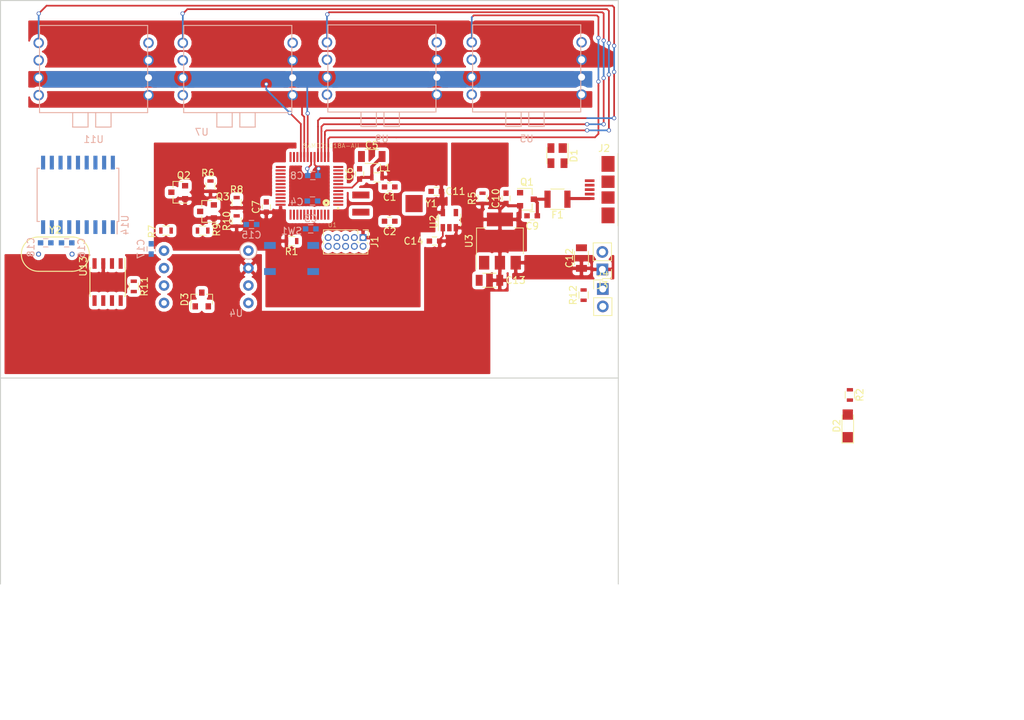
<source format=kicad_pcb>
(kicad_pcb (version 4) (host pcbnew 4.0.7)

  (general
    (links 151)
    (no_connects 105)
    (area 109.924999 54.924999 200.075001 140.075001)
    (thickness 1.6)
    (drawings 5)
    (tracks 177)
    (zones 0)
    (modules 53)
    (nets 42)
  )

  (page A4)
  (layers
    (0 F.Cu signal)
    (31 B.Cu signal)
    (32 B.Adhes user)
    (33 F.Adhes user)
    (34 B.Paste user)
    (35 F.Paste user)
    (36 B.SilkS user)
    (37 F.SilkS user)
    (38 B.Mask user)
    (39 F.Mask user)
    (40 Dwgs.User user)
    (41 Cmts.User user)
    (42 Eco1.User user)
    (43 Eco2.User user)
    (44 Edge.Cuts user)
    (45 Margin user)
    (46 B.CrtYd user hide)
    (47 F.CrtYd user hide)
    (48 B.Fab user)
    (49 F.Fab user hide)
  )

  (setup
    (last_trace_width 0.45)
    (user_trace_width 0.45)
    (trace_clearance 0.2)
    (zone_clearance 0.508)
    (zone_45_only no)
    (trace_min 0.2)
    (segment_width 0.2)
    (edge_width 0.15)
    (via_size 0.6)
    (via_drill 0.4)
    (via_min_size 0.4)
    (via_min_drill 0.3)
    (uvia_size 0.3)
    (uvia_drill 0.1)
    (uvias_allowed no)
    (uvia_min_size 0.2)
    (uvia_min_drill 0.1)
    (pcb_text_width 0.3)
    (pcb_text_size 1.5 1.5)
    (mod_edge_width 0.15)
    (mod_text_size 1 1)
    (mod_text_width 0.15)
    (pad_size 1.2 1.2)
    (pad_drill 0.8)
    (pad_to_mask_clearance 0.2)
    (aux_axis_origin 0 0)
    (visible_elements 7FFEF7FF)
    (pcbplotparams
      (layerselection 0x00030_80000001)
      (usegerberextensions false)
      (excludeedgelayer true)
      (linewidth 0.100000)
      (plotframeref false)
      (viasonmask false)
      (mode 1)
      (useauxorigin false)
      (hpglpennumber 1)
      (hpglpenspeed 20)
      (hpglpendiameter 15)
      (hpglpenoverlay 2)
      (psnegative false)
      (psa4output false)
      (plotreference true)
      (plotvalue true)
      (plotinvisibletext false)
      (padsonsilk false)
      (subtractmaskfromsilk false)
      (outputformat 1)
      (mirror false)
      (drillshape 1)
      (scaleselection 1)
      (outputdirectory ""))
  )

  (net 0 "")
  (net 1 GND)
  (net 2 "Net-(C3-Pad1)")
  (net 3 +3V3)
  (net 4 "Net-(C5-Pad1)")
  (net 5 "Net-(C9-Pad1)")
  (net 6 +5V)
  (net 7 +BATT)
  (net 8 USB_D-)
  (net 9 USB_D+)
  (net 10 VBUS)
  (net 11 "Net-(D2-Pad2)")
  (net 12 SWDIO)
  (net 13 SWCLK)
  (net 14 RESETN)
  (net 15 SDA_L)
  (net 16 SDA_H)
  (net 17 SCL_L)
  (net 18 SCL_H)
  (net 19 "Net-(R10-Pad2)")
  (net 20 "Net-(R11-Pad1)")
  (net 21 SS_0)
  (net 22 SS_1)
  (net 23 SS_2)
  (net 24 MOSI_0)
  (net 25 SCLK_0)
  (net 26 MISO_0)
  (net 27 SS_3)
  (net 28 MISO_CAN)
  (net 29 SS_CAN)
  (net 30 MOSI_CAN)
  (net 31 SCLK_CAN)
  (net 32 "Net-(U4-Pad5)")
  (net 33 "Net-(U4-Pad7)")
  (net 34 TXCAN)
  (net 35 RXCAN)
  (net 36 "/CAN Bus/OSC+")
  (net 37 "/CAN Bus/OSC-")
  (net 38 /OSC-)
  (net 39 /OSC+)
  (net 40 "/CAN Bus/+")
  (net 41 "/CAN Bus/-")

  (net_class Default "This is the default net class."
    (clearance 0.2)
    (trace_width 0.25)
    (via_dia 0.6)
    (via_drill 0.4)
    (uvia_dia 0.3)
    (uvia_drill 0.1)
    (add_net +3V3)
    (add_net +5V)
    (add_net +BATT)
    (add_net "/CAN Bus/+")
    (add_net "/CAN Bus/-")
    (add_net "/CAN Bus/OSC+")
    (add_net "/CAN Bus/OSC-")
    (add_net /OSC+)
    (add_net /OSC-)
    (add_net GND)
    (add_net MISO_0)
    (add_net MISO_CAN)
    (add_net MOSI_0)
    (add_net MOSI_CAN)
    (add_net "Net-(C3-Pad1)")
    (add_net "Net-(C5-Pad1)")
    (add_net "Net-(C9-Pad1)")
    (add_net "Net-(D2-Pad2)")
    (add_net "Net-(R10-Pad2)")
    (add_net "Net-(R11-Pad1)")
    (add_net "Net-(U4-Pad5)")
    (add_net "Net-(U4-Pad7)")
    (add_net RESETN)
    (add_net RXCAN)
    (add_net SCLK_0)
    (add_net SCLK_CAN)
    (add_net SCL_H)
    (add_net SCL_L)
    (add_net SDA_H)
    (add_net SDA_L)
    (add_net SS_0)
    (add_net SS_1)
    (add_net SS_2)
    (add_net SS_3)
    (add_net SS_CAN)
    (add_net SWCLK)
    (add_net SWDIO)
    (add_net TXCAN)
    (add_net USB_D+)
    (add_net USB_D-)
    (add_net VBUS)
  )

  (module ATSAMD21G18A-AU:QFP50P900X900X120-48N (layer F.Cu) (tedit 0) (tstamp 5C8EB776)
    (at 155 82 180)
    (path /5C632975)
    (attr smd)
    (fp_text reference U1 (at -3.33585 -5.68928 180) (layer F.SilkS)
      (effects (font (size 0.640662 0.640662) (thickness 0.05)))
    )
    (fp_text value SAMD21G18A-AU (at -3.16084 5.83655 180) (layer F.SilkS)
      (effects (font (size 0.640983 0.640983) (thickness 0.05)))
    )
    (fp_line (start 3.15 3.15) (end 3.15 -3.15) (layer Dwgs.User) (width 0.2))
    (fp_line (start 3.15 3.15) (end -3.15 3.15) (layer Dwgs.User) (width 0.2))
    (fp_line (start -3.15 3.15) (end -3.15 -3.15) (layer Dwgs.User) (width 0.2))
    (fp_line (start 3.15 -3.15) (end -3.15 -3.15) (layer Dwgs.User) (width 0.2))
    (fp_circle (center -4.17 -3.283) (end -4.07 -3.283) (layer F.SilkS) (width 0.17))
    (fp_circle (center -2.443 -2.458) (end -2.316 -2.458) (layer F.SilkS) (width 0.4))
    (fp_line (start 5.2 -5.2) (end 5.2 5.2) (layer Eco1.User) (width 0.05))
    (fp_line (start 5.2 5.2) (end -5.2 5.2) (layer Eco1.User) (width 0.05))
    (fp_line (start -5.2 5.2) (end -5.2 -5.2) (layer Eco1.User) (width 0.05))
    (fp_line (start -5.2 -5.2) (end 5.2 -5.2) (layer Eco1.User) (width 0.05))
    (pad 1 smd rect (at -4.2 -2.75) (size 1.45 0.3) (layers F.Cu F.Paste F.Mask)
      (net 39 /OSC+))
    (pad 2 smd rect (at -4.2 -2.25) (size 1.45 0.3) (layers F.Cu F.Paste F.Mask)
      (net 38 /OSC-))
    (pad 3 smd rect (at -4.2 -1.75) (size 1.45 0.3) (layers F.Cu F.Paste F.Mask))
    (pad 4 smd rect (at -4.2 -1.25) (size 1.45 0.3) (layers F.Cu F.Paste F.Mask))
    (pad 5 smd rect (at -4.2 -0.75) (size 1.45 0.3) (layers F.Cu F.Paste F.Mask)
      (net 1 GND))
    (pad 6 smd rect (at -4.2 -0.25) (size 1.45 0.3) (layers F.Cu F.Paste F.Mask)
      (net 4 "Net-(C5-Pad1)"))
    (pad 7 smd rect (at -4.2 0.25) (size 1.45 0.3) (layers F.Cu F.Paste F.Mask))
    (pad 8 smd rect (at -4.2 0.75) (size 1.45 0.3) (layers F.Cu F.Paste F.Mask))
    (pad 9 smd rect (at -4.2 1.25) (size 1.45 0.3) (layers F.Cu F.Paste F.Mask))
    (pad 11 smd rect (at -4.2 2.25) (size 1.45 0.3) (layers F.Cu F.Paste F.Mask))
    (pad 12 smd rect (at -4.2 2.75) (size 1.45 0.3) (layers F.Cu F.Paste F.Mask))
    (pad 13 smd rect (at -2.75 4.2 90) (size 1.45 0.3) (layers F.Cu F.Paste F.Mask)
      (net 21 SS_0))
    (pad 14 smd rect (at -2.25 4.2 90) (size 1.45 0.3) (layers F.Cu F.Paste F.Mask)
      (net 22 SS_1))
    (pad 15 smd rect (at -1.75 4.2 90) (size 1.45 0.3) (layers F.Cu F.Paste F.Mask)
      (net 23 SS_2))
    (pad 16 smd rect (at -1.25 4.2 90) (size 1.45 0.3) (layers F.Cu F.Paste F.Mask)
      (net 27 SS_3))
    (pad 17 smd rect (at -0.75 4.2 270) (size 1.45 0.3) (layers F.Cu F.Paste F.Mask)
      (net 3 +3V3))
    (pad 18 smd rect (at -0.25 4.2 90) (size 1.45 0.3) (layers F.Cu F.Paste F.Mask)
      (net 1 GND))
    (pad 19 smd rect (at 0.25 4.2 270) (size 1.45 0.3) (layers F.Cu F.Paste F.Mask)
      (net 24 MOSI_0))
    (pad 20 smd rect (at 0.75 4.2 270) (size 1.45 0.3) (layers F.Cu F.Paste F.Mask)
      (net 25 SCLK_0))
    (pad 21 smd rect (at 1.25 4.2 270) (size 1.45 0.3) (layers F.Cu F.Paste F.Mask)
      (net 26 MISO_0))
    (pad 22 smd rect (at 1.75 4.2 270) (size 1.45 0.3) (layers F.Cu F.Paste F.Mask))
    (pad 23 smd rect (at 2.25 4.2 270) (size 1.45 0.3) (layers F.Cu F.Paste F.Mask))
    (pad 24 smd rect (at 2.75 4.2 270) (size 1.45 0.3) (layers F.Cu F.Paste F.Mask))
    (pad 10 smd rect (at -4.2 1.75) (size 1.45 0.3) (layers F.Cu F.Paste F.Mask))
    (pad 25 smd rect (at 4.17 2.75 180) (size 1.45 0.3) (layers F.Cu F.Paste F.Mask)
      (net 28 MISO_CAN))
    (pad 26 smd rect (at 4.2 2.25 180) (size 1.45 0.3) (layers F.Cu F.Paste F.Mask)
      (net 29 SS_CAN))
    (pad 27 smd rect (at 4.2 1.75 180) (size 1.45 0.3) (layers F.Cu F.Paste F.Mask)
      (net 30 MOSI_CAN))
    (pad 28 smd rect (at 4.2 1.25 180) (size 1.45 0.3) (layers F.Cu F.Paste F.Mask)
      (net 31 SCLK_CAN))
    (pad 29 smd rect (at 4.2 0.75 180) (size 1.45 0.3) (layers F.Cu F.Paste F.Mask))
    (pad 30 smd rect (at 4.2 0.25 180) (size 1.45 0.3) (layers F.Cu F.Paste F.Mask))
    (pad 31 smd rect (at 4.2 -0.25 180) (size 1.45 0.3) (layers F.Cu F.Paste F.Mask)
      (net 15 SDA_L))
    (pad 32 smd rect (at 4.2 -0.75 180) (size 1.45 0.3) (layers F.Cu F.Paste F.Mask)
      (net 17 SCL_L))
    (pad 33 smd rect (at 4.2 -1.25 180) (size 1.45 0.3) (layers F.Cu F.Paste F.Mask)
      (net 8 USB_D-))
    (pad 35 smd rect (at 4.2 -2.25 180) (size 1.45 0.3) (layers F.Cu F.Paste F.Mask)
      (net 1 GND))
    (pad 36 smd rect (at 4.2 -2.75 180) (size 1.45 0.3) (layers F.Cu F.Paste F.Mask)
      (net 3 +3V3))
    (pad 34 smd rect (at 4.2 -1.75 180) (size 1.45 0.3) (layers F.Cu F.Paste F.Mask)
      (net 9 USB_D+))
    (pad 37 smd rect (at 2.75 -4.2 270) (size 1.45 0.3) (layers F.Cu F.Paste F.Mask))
    (pad 38 smd rect (at 2.25 -4.2 270) (size 1.45 0.3) (layers F.Cu F.Paste F.Mask))
    (pad 39 smd rect (at 1.75 -4.2 270) (size 1.45 0.3) (layers F.Cu F.Paste F.Mask))
    (pad 40 smd rect (at 1.25 -4.2 270) (size 1.45 0.3) (layers F.Cu F.Paste F.Mask)
      (net 14 RESETN))
    (pad 41 smd rect (at 0.75 -4.2 270) (size 1.45 0.3) (layers F.Cu F.Paste F.Mask))
    (pad 42 smd rect (at 0.25 -4.2 270) (size 1.45 0.3) (layers F.Cu F.Paste F.Mask)
      (net 1 GND))
    (pad 43 smd rect (at -0.25 -4.2 90) (size 1.45 0.3) (layers F.Cu F.Paste F.Mask)
      (net 2 "Net-(C3-Pad1)"))
    (pad 44 smd rect (at -0.75 -4.2 90) (size 1.45 0.3) (layers F.Cu F.Paste F.Mask)
      (net 3 +3V3))
    (pad 45 smd rect (at -1.25 -4.2 90) (size 1.45 0.3) (layers F.Cu F.Paste F.Mask)
      (net 13 SWCLK))
    (pad 46 smd rect (at -1.75 -4.2 90) (size 1.45 0.3) (layers F.Cu F.Paste F.Mask)
      (net 12 SWDIO))
    (pad 47 smd rect (at -2.25 -4.2 90) (size 1.45 0.3) (layers F.Cu F.Paste F.Mask))
    (pad 48 smd rect (at -2.75 -4.2 90) (size 1.45 0.3) (layers F.Cu F.Paste F.Mask))
  )

  (module CMR200T:CMR200T (layer F.Cu) (tedit 5C870286) (tstamp 5C8EB820)
    (at 166.37 84.582 180)
    (path /5C5DDD30)
    (fp_text reference Y1 (at -6.375 0 180) (layer F.SilkS)
      (effects (font (size 1 1) (thickness 0.15)))
    )
    (fp_text value 32.768kHz (at 0 -2.5 180) (layer F.Fab)
      (effects (font (size 1 1) (thickness 0.15)))
    )
    (pad 1 smd rect (at 3.875 -1.25 180) (size 2.5 1) (layers F.Cu F.Paste F.Mask)
      (net 39 /OSC+))
    (pad 2 smd rect (at 3.875 1.25 180) (size 2.5 1) (layers F.Cu F.Paste F.Mask)
      (net 38 /OSC-))
    (pad 3 smd rect (at -3.875 0 180) (size 2.5 2.5) (layers F.Cu F.Paste F.Mask)
      (net 1 GND))
  )

  (module TO_SOT_Packages_SMD:SOT-223-3_TabPin2 (layer F.Cu) (tedit 58CE4E7E) (tstamp 5C8EB787)
    (at 182.753 90.043 90)
    (descr "module CMS SOT223 4 pins")
    (tags "CMS SOT")
    (path /5C5DECC1/5C6336AD)
    (attr smd)
    (fp_text reference U3 (at 0 -4.5 90) (layer F.SilkS)
      (effects (font (size 1 1) (thickness 0.15)))
    )
    (fp_text value LM1117 (at 0 4.5 90) (layer F.Fab)
      (effects (font (size 1 1) (thickness 0.15)))
    )
    (fp_text user %R (at 0 0 180) (layer F.Fab)
      (effects (font (size 0.8 0.8) (thickness 0.12)))
    )
    (fp_line (start 1.91 3.41) (end 1.91 2.15) (layer F.SilkS) (width 0.12))
    (fp_line (start 1.91 -3.41) (end 1.91 -2.15) (layer F.SilkS) (width 0.12))
    (fp_line (start 4.4 -3.6) (end -4.4 -3.6) (layer F.CrtYd) (width 0.05))
    (fp_line (start 4.4 3.6) (end 4.4 -3.6) (layer F.CrtYd) (width 0.05))
    (fp_line (start -4.4 3.6) (end 4.4 3.6) (layer F.CrtYd) (width 0.05))
    (fp_line (start -4.4 -3.6) (end -4.4 3.6) (layer F.CrtYd) (width 0.05))
    (fp_line (start -1.85 -2.35) (end -0.85 -3.35) (layer F.Fab) (width 0.1))
    (fp_line (start -1.85 -2.35) (end -1.85 3.35) (layer F.Fab) (width 0.1))
    (fp_line (start -1.85 3.41) (end 1.91 3.41) (layer F.SilkS) (width 0.12))
    (fp_line (start -0.85 -3.35) (end 1.85 -3.35) (layer F.Fab) (width 0.1))
    (fp_line (start -4.1 -3.41) (end 1.91 -3.41) (layer F.SilkS) (width 0.12))
    (fp_line (start -1.85 3.35) (end 1.85 3.35) (layer F.Fab) (width 0.1))
    (fp_line (start 1.85 -3.35) (end 1.85 3.35) (layer F.Fab) (width 0.1))
    (pad 2 smd rect (at 3.15 0 90) (size 2 3.8) (layers F.Cu F.Paste F.Mask)
      (net 6 +5V))
    (pad 2 smd rect (at -3.15 0 90) (size 2 1.5) (layers F.Cu F.Paste F.Mask)
      (net 6 +5V))
    (pad 3 smd rect (at -3.15 2.3 90) (size 2 1.5) (layers F.Cu F.Paste F.Mask)
      (net 7 +BATT))
    (pad 1 smd rect (at -3.15 -2.3 90) (size 2 1.5) (layers F.Cu F.Paste F.Mask)
      (net 1 GND))
    (model ${KISYS3DMOD}/TO_SOT_Packages_SMD.3dshapes/SOT-223.wrl
      (at (xyz 0 0 0))
      (scale (xyz 1 1 1))
      (rotate (xyz 0 0 0))
    )
  )

  (module DLHR-L10D-E1BD-C-NAV8:DLHR-L10D-E1BD-C-NAV8 (layer B.Cu) (tedit 5C6CB200) (tstamp 5C8EB79F)
    (at 186.65 64.89 180)
    (path /5C5DED09/5C62E304)
    (fp_text reference U5 (at 0 -10.25 180) (layer B.SilkS)
      (effects (font (size 1 1) (thickness 0.15)) (justify mirror))
    )
    (fp_text value DLHR-L10D-E1BD-C-NAV8 (at 0 7.75 180) (layer B.Fab) hide
      (effects (font (size 1 1) (thickness 0.15)) (justify mirror))
    )
    (fp_line (start -2.545 -6.35) (end -2.545 -8.46) (layer B.SilkS) (width 0.15))
    (fp_line (start -2.545 -8.46) (end -0.305 -8.46) (layer B.SilkS) (width 0.15))
    (fp_line (start -0.305 -8.46) (end -0.305 -6.35) (layer B.SilkS) (width 0.15))
    (fp_line (start 0.805 -6.35) (end 0.805 -8.46) (layer B.SilkS) (width 0.15))
    (fp_line (start 0.805 -8.46) (end 3.045 -8.46) (layer B.SilkS) (width 0.15))
    (fp_line (start 3.045 -8.46) (end 3.045 -6.35) (layer B.SilkS) (width 0.15))
    (fp_line (start 7.875 -6.35) (end -7.875 -6.35) (layer B.SilkS) (width 0.15))
    (fp_line (start 7.875 6.35) (end 7.875 -6.35) (layer B.SilkS) (width 0.15))
    (fp_line (start -7.875 6.35) (end 7.875 6.35) (layer B.SilkS) (width 0.15))
    (fp_line (start -7.875 6.35) (end -7.875 -6.35) (layer B.SilkS) (width 0.15))
    (pad 1 thru_hole circle (at -8 3.81 180) (size 1.524 1.524) (drill 1.016) (layers *.Cu *.Mask)
      (net 1 GND))
    (pad 2 thru_hole circle (at -8 1.27 180) (size 1.524 1.524) (drill 1.016) (layers *.Cu *.Mask)
      (net 3 +3V3))
    (pad 3 thru_hole circle (at -8 -1.27 180) (size 1.524 1.524) (drill 1.016) (layers *.Cu *.Mask)
      (net 24 MOSI_0))
    (pad 4 thru_hole circle (at -8 -3.81 180) (size 1.524 1.524) (drill 1.016) (layers *.Cu *.Mask)
      (net 25 SCLK_0))
    (pad 5 thru_hole circle (at 8 -3.81 180) (size 1.524 1.524) (drill 1.016) (layers *.Cu *.Mask))
    (pad 6 thru_hole circle (at 8 -1.27 180) (size 1.524 1.524) (drill 1.016) (layers *.Cu *.Mask)
      (net 26 MISO_0))
    (pad 7 thru_hole circle (at 8 1.27 180) (size 1.524 1.524) (drill 1.016) (layers *.Cu *.Mask))
    (pad 8 thru_hole circle (at 8 3.81 180) (size 1.524 1.524) (drill 1.016) (layers *.Cu *.Mask)
      (net 21 SS_0))
  )

  (module Housings_SOIC:SOIC-8_3.9x4.9mm_Pitch1.27mm (layer F.Cu) (tedit 5D21326A) (tstamp 5C9FBC80)
    (at 125.603 96.012 270)
    (descr "8-Lead Plastic Small Outline (SN) - Narrow, 3.90 mm Body [SOIC] (see Microchip Packaging Specification 00000049BS.pdf)")
    (tags "SOIC 1.27")
    (path /5C647E2E/5C6487CB)
    (attr smd)
    (fp_text reference U13 (at -2.286 3.556 270) (layer F.SilkS)
      (effects (font (size 1 1) (thickness 0.15)))
    )
    (fp_text value MCP2551 (at 0 3.5 270) (layer F.Fab)
      (effects (font (size 1 1) (thickness 0.15)))
    )
    (fp_text user %R (at 0 0 270) (layer F.Fab)
      (effects (font (size 1 1) (thickness 0.15)))
    )
    (fp_line (start -0.95 -2.45) (end 1.95 -2.45) (layer F.Fab) (width 0.1))
    (fp_line (start 1.95 -2.45) (end 1.95 2.45) (layer F.Fab) (width 0.1))
    (fp_line (start 1.95 2.45) (end -1.95 2.45) (layer F.Fab) (width 0.1))
    (fp_line (start -1.95 2.45) (end -1.95 -1.45) (layer F.Fab) (width 0.1))
    (fp_line (start -1.95 -1.45) (end -0.95 -2.45) (layer F.Fab) (width 0.1))
    (fp_line (start -3.73 -2.7) (end -3.73 2.7) (layer F.CrtYd) (width 0.05))
    (fp_line (start 3.73 -2.7) (end 3.73 2.7) (layer F.CrtYd) (width 0.05))
    (fp_line (start -3.73 -2.7) (end 3.73 -2.7) (layer F.CrtYd) (width 0.05))
    (fp_line (start -3.73 2.7) (end 3.73 2.7) (layer F.CrtYd) (width 0.05))
    (fp_line (start -2.075 -2.575) (end -2.075 -2.525) (layer F.SilkS) (width 0.15))
    (fp_line (start 2.075 -2.575) (end 2.075 -2.43) (layer F.SilkS) (width 0.15))
    (fp_line (start 2.075 2.575) (end 2.075 2.43) (layer F.SilkS) (width 0.15))
    (fp_line (start -2.075 2.575) (end -2.075 2.43) (layer F.SilkS) (width 0.15))
    (fp_line (start -2.075 -2.575) (end 2.075 -2.575) (layer F.SilkS) (width 0.15))
    (fp_line (start -2.075 2.575) (end 2.075 2.575) (layer F.SilkS) (width 0.15))
    (fp_line (start -2.075 -2.525) (end -3.475 -2.525) (layer F.SilkS) (width 0.15))
    (pad 1 smd rect (at -2.7 -1.905 270) (size 1.55 0.6) (layers F.Cu F.Paste F.Mask)
      (net 34 TXCAN))
    (pad 2 smd rect (at -2.7 -0.635 270) (size 1.55 0.6) (layers F.Cu F.Paste F.Mask)
      (net 1 GND))
    (pad 3 smd rect (at -2.7 0.635 270) (size 1.55 0.6) (layers F.Cu F.Paste F.Mask)
      (net 6 +5V))
    (pad 4 smd rect (at -2.7 1.905 270) (size 1.55 0.6) (layers F.Cu F.Paste F.Mask)
      (net 35 RXCAN))
    (pad 5 smd rect (at 2.7 1.905 270) (size 1.55 0.6) (layers F.Cu F.Paste F.Mask))
    (pad 6 smd rect (at 2.7 0.635 270) (size 1.55 0.6) (layers F.Cu F.Paste F.Mask)
      (net 41 "/CAN Bus/-"))
    (pad 7 smd rect (at 2.7 -0.635 270) (size 1.55 0.6) (layers F.Cu F.Paste F.Mask)
      (net 40 "/CAN Bus/+"))
    (pad 8 smd rect (at 2.7 -1.905 270) (size 1.55 0.6) (layers F.Cu F.Paste F.Mask)
      (net 20 "Net-(R11-Pad1)"))
    (model ${KISYS3DMOD}/Housings_SOIC.3dshapes/SOIC-8_3.9x4.9mm_Pitch1.27mm.wrl
      (at (xyz 0 0 0))
      (scale (xyz 1 1 1))
      (rotate (xyz 0 0 0))
    )
  )

  (module Housings_SOIC:SOIC-18W_7.5x11.6mm_Pitch1.27mm (layer B.Cu) (tedit 58CC8F64) (tstamp 5C8EB819)
    (at 121.285 83.312 90)
    (descr "18-Lead Plastic Small Outline (SO) - Wide, 7.50 mm Body [SOIC] (see Microchip Packaging Specification 00000049BS.pdf)")
    (tags "SOIC 1.27")
    (path /5C647E2E/5C6487A3)
    (attr smd)
    (fp_text reference U14 (at -4.4 6.85 90) (layer B.SilkS)
      (effects (font (size 1 1) (thickness 0.15)) (justify mirror))
    )
    (fp_text value MCP2515 (at 0 -6.875 90) (layer B.Fab)
      (effects (font (size 1 1) (thickness 0.15)) (justify mirror))
    )
    (fp_text user %R (at 0 0 90) (layer B.Fab)
      (effects (font (size 1 1) (thickness 0.15)) (justify mirror))
    )
    (fp_line (start -2.75 5.8) (end 3.75 5.8) (layer B.Fab) (width 0.15))
    (fp_line (start 3.75 5.8) (end 3.75 -5.8) (layer B.Fab) (width 0.15))
    (fp_line (start 3.75 -5.8) (end -3.75 -5.8) (layer B.Fab) (width 0.15))
    (fp_line (start -3.75 -5.8) (end -3.75 4.8) (layer B.Fab) (width 0.15))
    (fp_line (start -3.75 4.8) (end -2.75 5.8) (layer B.Fab) (width 0.15))
    (fp_line (start -5.95 6.15) (end -5.95 -6.15) (layer B.CrtYd) (width 0.05))
    (fp_line (start 5.95 6.15) (end 5.95 -6.15) (layer B.CrtYd) (width 0.05))
    (fp_line (start -5.95 6.15) (end 5.95 6.15) (layer B.CrtYd) (width 0.05))
    (fp_line (start -5.95 -6.15) (end 5.95 -6.15) (layer B.CrtYd) (width 0.05))
    (fp_line (start -3.875 5.95) (end -3.875 5.7) (layer B.SilkS) (width 0.15))
    (fp_line (start 3.875 5.95) (end 3.875 5.605) (layer B.SilkS) (width 0.15))
    (fp_line (start 3.875 -5.95) (end 3.875 -5.605) (layer B.SilkS) (width 0.15))
    (fp_line (start -3.875 -5.95) (end -3.875 -5.605) (layer B.SilkS) (width 0.15))
    (fp_line (start -3.875 5.95) (end 3.875 5.95) (layer B.SilkS) (width 0.15))
    (fp_line (start -3.875 -5.95) (end 3.875 -5.95) (layer B.SilkS) (width 0.15))
    (fp_line (start -3.875 5.7) (end -5.7 5.7) (layer B.SilkS) (width 0.15))
    (pad 1 smd rect (at -4.7 5.08 90) (size 2 0.6) (layers B.Cu B.Paste B.Mask)
      (net 34 TXCAN))
    (pad 2 smd rect (at -4.7 3.81 90) (size 2 0.6) (layers B.Cu B.Paste B.Mask)
      (net 35 RXCAN))
    (pad 3 smd rect (at -4.7 2.54 90) (size 2 0.6) (layers B.Cu B.Paste B.Mask))
    (pad 4 smd rect (at -4.7 1.27 90) (size 2 0.6) (layers B.Cu B.Paste B.Mask))
    (pad 5 smd rect (at -4.7 0 90) (size 2 0.6) (layers B.Cu B.Paste B.Mask))
    (pad 6 smd rect (at -4.7 -1.27 90) (size 2 0.6) (layers B.Cu B.Paste B.Mask))
    (pad 7 smd rect (at -4.7 -2.54 90) (size 2 0.6) (layers B.Cu B.Paste B.Mask)
      (net 36 "/CAN Bus/OSC+"))
    (pad 8 smd rect (at -4.7 -3.81 90) (size 2 0.6) (layers B.Cu B.Paste B.Mask)
      (net 37 "/CAN Bus/OSC-"))
    (pad 9 smd rect (at -4.7 -5.08 90) (size 2 0.6) (layers B.Cu B.Paste B.Mask)
      (net 1 GND))
    (pad 10 smd rect (at 4.7 -5.08 90) (size 2 0.6) (layers B.Cu B.Paste B.Mask))
    (pad 11 smd rect (at 4.7 -3.81 90) (size 2 0.6) (layers B.Cu B.Paste B.Mask))
    (pad 12 smd rect (at 4.7 -2.54 90) (size 2 0.6) (layers B.Cu B.Paste B.Mask))
    (pad 13 smd rect (at 4.7 -1.27 90) (size 2 0.6) (layers B.Cu B.Paste B.Mask)
      (net 31 SCLK_CAN))
    (pad 14 smd rect (at 4.7 0 90) (size 2 0.6) (layers B.Cu B.Paste B.Mask)
      (net 30 MOSI_CAN))
    (pad 15 smd rect (at 4.7 1.27 90) (size 2 0.6) (layers B.Cu B.Paste B.Mask)
      (net 28 MISO_CAN))
    (pad 16 smd rect (at 4.7 2.54 90) (size 2 0.6) (layers B.Cu B.Paste B.Mask)
      (net 29 SS_CAN))
    (pad 17 smd rect (at 4.7 3.81 90) (size 2 0.6) (layers B.Cu B.Paste B.Mask)
      (net 19 "Net-(R10-Pad2)"))
    (pad 18 smd rect (at 4.7 5.08 90) (size 2 0.6) (layers B.Cu B.Paste B.Mask)
      (net 3 +3V3))
    (model ${KISYS3DMOD}/Housings_SOIC.3dshapes/SOIC-18W_7.5x11.6mm_Pitch1.27mm.wrl
      (at (xyz 0 0 0))
      (scale (xyz 1 1 1))
      (rotate (xyz 0 0 0))
    )
  )

  (module HSCDANN015PA2A5:HSCDANN015PA2A5 (layer B.Cu) (tedit 5C6CB554) (tstamp 5C8EB793)
    (at 139.573 95.25 180)
    (path /5C5DED09/5C62EF78)
    (fp_text reference U4 (at -4.75 -5.31 180) (layer B.SilkS)
      (effects (font (size 1 1) (thickness 0.15)) (justify mirror))
    )
    (fp_text value HSCDANN015PA2A5 (at 0 7 180) (layer B.Fab) hide
      (effects (font (size 1 1) (thickness 0.15)) (justify mirror))
    )
    (fp_circle (center -6.54 3.81) (end -5.75 4.75) (layer B.SilkS) (width 0.15))
    (pad 1 thru_hole circle (at -6.54 3.81 180) (size 1.524 1.524) (drill 0.813) (layers *.Cu *.Mask)
      (net 1 GND))
    (pad 2 thru_hole circle (at -6.54 1.27 180) (size 1.524 1.524) (drill 0.813) (layers *.Cu *.Mask)
      (net 6 +5V))
    (pad 3 thru_hole circle (at -6.54 -1.27 180) (size 1.524 1.524) (drill 0.813) (layers *.Cu *.Mask)
      (net 16 SDA_H))
    (pad 4 thru_hole circle (at -6.54 -3.81 180) (size 1.524 1.524) (drill 0.813) (layers *.Cu *.Mask)
      (net 18 SCL_H))
    (pad 5 thru_hole circle (at 5.75 -3.81 180) (size 1.524 1.524) (drill 0.813) (layers *.Cu *.Mask)
      (net 32 "Net-(U4-Pad5)"))
    (pad 6 thru_hole circle (at 5.75 -1.27 180) (size 1.524 1.524) (drill 0.813) (layers *.Cu *.Mask)
      (net 32 "Net-(U4-Pad5)"))
    (pad 7 thru_hole circle (at 5.75 1.27 180) (size 1.524 1.524) (drill 0.813) (layers *.Cu *.Mask)
      (net 33 "Net-(U4-Pad7)"))
    (pad 8 thru_hole circle (at 5.75 3.81 180) (size 1.524 1.524) (drill 0.762) (layers *.Cu *.Mask)
      (net 33 "Net-(U4-Pad7)"))
  )

  (module TO_SOT_Packages_SMD:SOT-143 (layer F.Cu) (tedit 58CE4E7E) (tstamp 5C8EB6AD)
    (at 191.135 77.597 270)
    (descr SOT-143)
    (tags SOT-143)
    (path /5C5DDD02)
    (attr smd)
    (fp_text reference D1 (at 0.02 -2.38 270) (layer F.SilkS)
      (effects (font (size 1 1) (thickness 0.15)))
    )
    (fp_text value PRTR5V0U2X (at -0.28 2.48 270) (layer F.Fab)
      (effects (font (size 1 1) (thickness 0.15)))
    )
    (fp_text user %R (at 0 0 360) (layer F.Fab)
      (effects (font (size 0.5 0.5) (thickness 0.075)))
    )
    (fp_line (start -1.2 1.55) (end 1.2 1.55) (layer F.SilkS) (width 0.12))
    (fp_line (start 1.2 -1.55) (end -1.75 -1.55) (layer F.SilkS) (width 0.12))
    (fp_line (start -1.2 -1) (end -0.7 -1.5) (layer F.Fab) (width 0.1))
    (fp_line (start -0.7 -1.5) (end 1.2 -1.5) (layer F.Fab) (width 0.1))
    (fp_line (start -1.2 1.5) (end -1.2 -1) (layer F.Fab) (width 0.1))
    (fp_line (start 1.2 1.5) (end -1.2 1.5) (layer F.Fab) (width 0.1))
    (fp_line (start 1.2 -1.5) (end 1.2 1.5) (layer F.Fab) (width 0.1))
    (fp_line (start 2.05 -1.75) (end 2.05 1.75) (layer F.CrtYd) (width 0.05))
    (fp_line (start 2.05 -1.75) (end -2.05 -1.75) (layer F.CrtYd) (width 0.05))
    (fp_line (start -2.05 1.75) (end 2.05 1.75) (layer F.CrtYd) (width 0.05))
    (fp_line (start -2.05 1.75) (end -2.05 -1.75) (layer F.CrtYd) (width 0.05))
    (pad 1 smd rect (at -1.1 -0.77 180) (size 1.2 1.4) (layers F.Cu F.Paste F.Mask)
      (net 1 GND))
    (pad 2 smd rect (at -1.1 0.95 180) (size 1 1.4) (layers F.Cu F.Paste F.Mask)
      (net 8 USB_D-))
    (pad 3 smd rect (at 1.1 0.95 180) (size 1 1.4) (layers F.Cu F.Paste F.Mask)
      (net 9 USB_D+))
    (pad 4 smd rect (at 1.1 -0.95 180) (size 1 1.4) (layers F.Cu F.Paste F.Mask)
      (net 10 VBUS))
    (model ${KISYS3DMOD}/TO_SOT_Packages_SMD.3dshapes/SOT-143.wrl
      (at (xyz 0 0 0))
      (scale (xyz 1 1 1))
      (rotate (xyz 0 0 0))
    )
  )

  (module Capacitors_SMD:C_1206 (layer F.Cu) (tedit 5D2139C3) (tstamp 5C8EB657)
    (at 164.084 77.724 180)
    (descr "Capacitor SMD 1206, reflow soldering, AVX (see smccp.pdf)")
    (tags "capacitor 1206")
    (path /5C5DDD20)
    (attr smd)
    (fp_text reference C5 (at 0 1.651 180) (layer F.SilkS)
      (effects (font (size 1 1) (thickness 0.15)))
    )
    (fp_text value 10uF (at 0 2 180) (layer F.Fab)
      (effects (font (size 1 1) (thickness 0.15)))
    )
    (fp_text user %R (at 0 -1.75 180) (layer F.Fab)
      (effects (font (size 1 1) (thickness 0.15)))
    )
    (fp_line (start -1.6 0.8) (end -1.6 -0.8) (layer F.Fab) (width 0.1))
    (fp_line (start 1.6 0.8) (end -1.6 0.8) (layer F.Fab) (width 0.1))
    (fp_line (start 1.6 -0.8) (end 1.6 0.8) (layer F.Fab) (width 0.1))
    (fp_line (start -1.6 -0.8) (end 1.6 -0.8) (layer F.Fab) (width 0.1))
    (fp_line (start 1 -1.02) (end -1 -1.02) (layer F.SilkS) (width 0.12))
    (fp_line (start -1 1.02) (end 1 1.02) (layer F.SilkS) (width 0.12))
    (fp_line (start -2.25 -1.05) (end 2.25 -1.05) (layer F.CrtYd) (width 0.05))
    (fp_line (start -2.25 -1.05) (end -2.25 1.05) (layer F.CrtYd) (width 0.05))
    (fp_line (start 2.25 1.05) (end 2.25 -1.05) (layer F.CrtYd) (width 0.05))
    (fp_line (start 2.25 1.05) (end -2.25 1.05) (layer F.CrtYd) (width 0.05))
    (pad 1 smd rect (at -1.5 0 180) (size 1 1.6) (layers F.Cu F.Paste F.Mask)
      (net 4 "Net-(C5-Pad1)"))
    (pad 2 smd rect (at 1.5 0 180) (size 1 1.6) (layers F.Cu F.Paste F.Mask)
      (net 1 GND))
    (model Capacitors_SMD.3dshapes/C_1206.wrl
      (at (xyz 0 0 0))
      (scale (xyz 1 1 1))
      (rotate (xyz 0 0 0))
    )
  )

  (module Capacitors_SMD:C_1206 (layer F.Cu) (tedit 58AA84B8) (tstamp 5C8EB681)
    (at 194.6275 92.5195 90)
    (descr "Capacitor SMD 1206, reflow soldering, AVX (see smccp.pdf)")
    (tags "capacitor 1206")
    (path /5C5DECC1/5C631B5A)
    (attr smd)
    (fp_text reference C12 (at 0 -1.75 90) (layer F.SilkS)
      (effects (font (size 1 1) (thickness 0.15)))
    )
    (fp_text value 10uF (at 0 2 90) (layer F.Fab)
      (effects (font (size 1 1) (thickness 0.15)))
    )
    (fp_text user %R (at 0 -1.75 90) (layer F.Fab)
      (effects (font (size 1 1) (thickness 0.15)))
    )
    (fp_line (start -1.6 0.8) (end -1.6 -0.8) (layer F.Fab) (width 0.1))
    (fp_line (start 1.6 0.8) (end -1.6 0.8) (layer F.Fab) (width 0.1))
    (fp_line (start 1.6 -0.8) (end 1.6 0.8) (layer F.Fab) (width 0.1))
    (fp_line (start -1.6 -0.8) (end 1.6 -0.8) (layer F.Fab) (width 0.1))
    (fp_line (start 1 -1.02) (end -1 -1.02) (layer F.SilkS) (width 0.12))
    (fp_line (start -1 1.02) (end 1 1.02) (layer F.SilkS) (width 0.12))
    (fp_line (start -2.25 -1.05) (end 2.25 -1.05) (layer F.CrtYd) (width 0.05))
    (fp_line (start -2.25 -1.05) (end -2.25 1.05) (layer F.CrtYd) (width 0.05))
    (fp_line (start 2.25 1.05) (end 2.25 -1.05) (layer F.CrtYd) (width 0.05))
    (fp_line (start 2.25 1.05) (end -2.25 1.05) (layer F.CrtYd) (width 0.05))
    (pad 1 smd rect (at -1.5 0 90) (size 1 1.6) (layers F.Cu F.Paste F.Mask)
      (net 7 +BATT))
    (pad 2 smd rect (at 1.5 0 90) (size 1 1.6) (layers F.Cu F.Paste F.Mask)
      (net 1 GND))
    (model Capacitors_SMD.3dshapes/C_1206.wrl
      (at (xyz 0 0 0))
      (scale (xyz 1 1 1))
      (rotate (xyz 0 0 0))
    )
  )

  (module Capacitors_SMD:C_1206 (layer F.Cu) (tedit 5D2135AE) (tstamp 5C8EB687)
    (at 181.229 95.758 180)
    (descr "Capacitor SMD 1206, reflow soldering, AVX (see smccp.pdf)")
    (tags "capacitor 1206")
    (path /5C5DECC1/5C631B61)
    (attr smd)
    (fp_text reference C13 (at -3.81 0 180) (layer F.SilkS)
      (effects (font (size 1 1) (thickness 0.15)))
    )
    (fp_text value 10uF (at 0 2 180) (layer F.Fab)
      (effects (font (size 1 1) (thickness 0.15)))
    )
    (fp_text user %R (at 0 -1.75 180) (layer F.Fab)
      (effects (font (size 1 1) (thickness 0.15)))
    )
    (fp_line (start -1.6 0.8) (end -1.6 -0.8) (layer F.Fab) (width 0.1))
    (fp_line (start 1.6 0.8) (end -1.6 0.8) (layer F.Fab) (width 0.1))
    (fp_line (start 1.6 -0.8) (end 1.6 0.8) (layer F.Fab) (width 0.1))
    (fp_line (start -1.6 -0.8) (end 1.6 -0.8) (layer F.Fab) (width 0.1))
    (fp_line (start 1 -1.02) (end -1 -1.02) (layer F.SilkS) (width 0.12))
    (fp_line (start -1 1.02) (end 1 1.02) (layer F.SilkS) (width 0.12))
    (fp_line (start -2.25 -1.05) (end 2.25 -1.05) (layer F.CrtYd) (width 0.05))
    (fp_line (start -2.25 -1.05) (end -2.25 1.05) (layer F.CrtYd) (width 0.05))
    (fp_line (start 2.25 1.05) (end 2.25 -1.05) (layer F.CrtYd) (width 0.05))
    (fp_line (start 2.25 1.05) (end -2.25 1.05) (layer F.CrtYd) (width 0.05))
    (pad 1 smd rect (at -1.5 0 180) (size 1 1.6) (layers F.Cu F.Paste F.Mask)
      (net 6 +5V))
    (pad 2 smd rect (at 1.5 0 180) (size 1 1.6) (layers F.Cu F.Paste F.Mask)
      (net 1 GND))
    (model Capacitors_SMD.3dshapes/C_1206.wrl
      (at (xyz 0 0 0))
      (scale (xyz 1 1 1))
      (rotate (xyz 0 0 0))
    )
  )

  (module LEDs:LED_1206 (layer F.Cu) (tedit 57FE943C) (tstamp 5C8EB6B3)
    (at 233.426 116.967 90)
    (descr "LED 1206 smd package")
    (tags "LED led 1206 SMD smd SMT smt smdled SMDLED smtled SMTLED")
    (path /5C5DDD26)
    (attr smd)
    (fp_text reference D2 (at 0 -1.6 90) (layer F.SilkS)
      (effects (font (size 1 1) (thickness 0.15)))
    )
    (fp_text value RED (at 0 1.7 90) (layer F.Fab)
      (effects (font (size 1 1) (thickness 0.15)))
    )
    (fp_line (start -2.5 -0.85) (end -2.5 0.85) (layer F.SilkS) (width 0.12))
    (fp_line (start -0.45 -0.4) (end -0.45 0.4) (layer F.Fab) (width 0.1))
    (fp_line (start -0.4 0) (end 0.2 -0.4) (layer F.Fab) (width 0.1))
    (fp_line (start 0.2 0.4) (end -0.4 0) (layer F.Fab) (width 0.1))
    (fp_line (start 0.2 -0.4) (end 0.2 0.4) (layer F.Fab) (width 0.1))
    (fp_line (start 1.6 0.8) (end -1.6 0.8) (layer F.Fab) (width 0.1))
    (fp_line (start 1.6 -0.8) (end 1.6 0.8) (layer F.Fab) (width 0.1))
    (fp_line (start -1.6 -0.8) (end 1.6 -0.8) (layer F.Fab) (width 0.1))
    (fp_line (start -1.6 0.8) (end -1.6 -0.8) (layer F.Fab) (width 0.1))
    (fp_line (start -2.45 0.85) (end 1.6 0.85) (layer F.SilkS) (width 0.12))
    (fp_line (start -2.45 -0.85) (end 1.6 -0.85) (layer F.SilkS) (width 0.12))
    (fp_line (start 2.65 -1) (end 2.65 1) (layer F.CrtYd) (width 0.05))
    (fp_line (start 2.65 1) (end -2.65 1) (layer F.CrtYd) (width 0.05))
    (fp_line (start -2.65 1) (end -2.65 -1) (layer F.CrtYd) (width 0.05))
    (fp_line (start -2.65 -1) (end 2.65 -1) (layer F.CrtYd) (width 0.05))
    (pad 2 smd rect (at 1.65 0 270) (size 1.5 1.5) (layers F.Cu F.Paste F.Mask)
      (net 11 "Net-(D2-Pad2)"))
    (pad 1 smd rect (at -1.65 0 270) (size 1.5 1.5) (layers F.Cu F.Paste F.Mask)
      (net 1 GND))
    (model ${KISYS3DMOD}/LEDs.3dshapes/LED_1206.wrl
      (at (xyz 0 0 0))
      (scale (xyz 1 1 1))
      (rotate (xyz 0 0 180))
    )
  )

  (module TO_SOT_Packages_SMD:SOT-23 (layer F.Cu) (tedit 58CE4E7E) (tstamp 5C8EB6BA)
    (at 139.319 98.552 90)
    (descr "SOT-23, Standard")
    (tags SOT-23)
    (path /5C647E2E/5C86D38B)
    (attr smd)
    (fp_text reference D3 (at 0 -2.5 90) (layer F.SilkS)
      (effects (font (size 1 1) (thickness 0.15)))
    )
    (fp_text value ESDA6V1L (at 0 2.5 90) (layer F.Fab)
      (effects (font (size 1 1) (thickness 0.15)))
    )
    (fp_text user %R (at 0 0 180) (layer F.Fab)
      (effects (font (size 0.5 0.5) (thickness 0.075)))
    )
    (fp_line (start -0.7 -0.95) (end -0.7 1.5) (layer F.Fab) (width 0.1))
    (fp_line (start -0.15 -1.52) (end 0.7 -1.52) (layer F.Fab) (width 0.1))
    (fp_line (start -0.7 -0.95) (end -0.15 -1.52) (layer F.Fab) (width 0.1))
    (fp_line (start 0.7 -1.52) (end 0.7 1.52) (layer F.Fab) (width 0.1))
    (fp_line (start -0.7 1.52) (end 0.7 1.52) (layer F.Fab) (width 0.1))
    (fp_line (start 0.76 1.58) (end 0.76 0.65) (layer F.SilkS) (width 0.12))
    (fp_line (start 0.76 -1.58) (end 0.76 -0.65) (layer F.SilkS) (width 0.12))
    (fp_line (start -1.7 -1.75) (end 1.7 -1.75) (layer F.CrtYd) (width 0.05))
    (fp_line (start 1.7 -1.75) (end 1.7 1.75) (layer F.CrtYd) (width 0.05))
    (fp_line (start 1.7 1.75) (end -1.7 1.75) (layer F.CrtYd) (width 0.05))
    (fp_line (start -1.7 1.75) (end -1.7 -1.75) (layer F.CrtYd) (width 0.05))
    (fp_line (start 0.76 -1.58) (end -1.4 -1.58) (layer F.SilkS) (width 0.12))
    (fp_line (start 0.76 1.58) (end -0.7 1.58) (layer F.SilkS) (width 0.12))
    (pad 1 smd rect (at -1 -0.95 90) (size 0.9 0.8) (layers F.Cu F.Paste F.Mask)
      (net 40 "/CAN Bus/+"))
    (pad 2 smd rect (at -1 0.95 90) (size 0.9 0.8) (layers F.Cu F.Paste F.Mask)
      (net 41 "/CAN Bus/-"))
    (pad 3 smd rect (at 1 0 90) (size 0.9 0.8) (layers F.Cu F.Paste F.Mask)
      (net 1 GND))
    (model ${KISYS3DMOD}/TO_SOT_Packages_SMD.3dshapes/SOT-23.wrl
      (at (xyz 0 0 0))
      (scale (xyz 1 1 1))
      (rotate (xyz 0 0 0))
    )
  )

  (module Resistors_SMD:R_1210 (layer F.Cu) (tedit 5D2130EC) (tstamp 5C8EB6C0)
    (at 191.135 83.947)
    (descr "Resistor SMD 1210, reflow soldering, Vishay (see dcrcw.pdf)")
    (tags "resistor 1210")
    (path /5C5DECC1/5C6327BB)
    (attr smd)
    (fp_text reference F1 (at 0 2.286) (layer F.SilkS)
      (effects (font (size 1 1) (thickness 0.15)))
    )
    (fp_text value 500mA (at 0 2.4) (layer F.Fab)
      (effects (font (size 1 1) (thickness 0.15)))
    )
    (fp_text user %R (at 0 0) (layer F.Fab)
      (effects (font (size 0.7 0.7) (thickness 0.105)))
    )
    (fp_line (start -1.6 1.25) (end -1.6 -1.25) (layer F.Fab) (width 0.1))
    (fp_line (start 1.6 1.25) (end -1.6 1.25) (layer F.Fab) (width 0.1))
    (fp_line (start 1.6 -1.25) (end 1.6 1.25) (layer F.Fab) (width 0.1))
    (fp_line (start -1.6 -1.25) (end 1.6 -1.25) (layer F.Fab) (width 0.1))
    (fp_line (start 1 1.48) (end -1 1.48) (layer F.SilkS) (width 0.12))
    (fp_line (start -1 -1.48) (end 1 -1.48) (layer F.SilkS) (width 0.12))
    (fp_line (start -2.15 -1.5) (end 2.15 -1.5) (layer F.CrtYd) (width 0.05))
    (fp_line (start -2.15 -1.5) (end -2.15 1.5) (layer F.CrtYd) (width 0.05))
    (fp_line (start 2.15 1.5) (end 2.15 -1.5) (layer F.CrtYd) (width 0.05))
    (fp_line (start 2.15 1.5) (end -2.15 1.5) (layer F.CrtYd) (width 0.05))
    (pad 1 smd rect (at -1.45 0) (size 0.9 2.5) (layers F.Cu F.Paste F.Mask)
      (net 5 "Net-(C9-Pad1)"))
    (pad 2 smd rect (at 1.45 0) (size 0.9 2.5) (layers F.Cu F.Paste F.Mask)
      (net 10 VBUS))
    (model ${KISYS3DMOD}/Resistors_SMD.3dshapes/R_1210.wrl
      (at (xyz 0 0 0))
      (scale (xyz 1 1 1))
      (rotate (xyz 0 0 0))
    )
  )

  (module Pin_Headers:Pin_Header_Straight_2x05_Pitch1.27mm (layer F.Cu) (tedit 59650536) (tstamp 5C8EB6CE)
    (at 162.814 89.535 270)
    (descr "Through hole straight pin header, 2x05, 1.27mm pitch, double rows")
    (tags "Through hole pin header THT 2x05 1.27mm double row")
    (path /5C5DDD18)
    (fp_text reference J1 (at 0.635 -1.695 270) (layer F.SilkS)
      (effects (font (size 1 1) (thickness 0.15)))
    )
    (fp_text value Cortex_Debug (at 0.635 6.775 270) (layer F.Fab)
      (effects (font (size 1 1) (thickness 0.15)))
    )
    (fp_line (start -0.2175 -0.635) (end 2.34 -0.635) (layer F.Fab) (width 0.1))
    (fp_line (start 2.34 -0.635) (end 2.34 5.715) (layer F.Fab) (width 0.1))
    (fp_line (start 2.34 5.715) (end -1.07 5.715) (layer F.Fab) (width 0.1))
    (fp_line (start -1.07 5.715) (end -1.07 0.2175) (layer F.Fab) (width 0.1))
    (fp_line (start -1.07 0.2175) (end -0.2175 -0.635) (layer F.Fab) (width 0.1))
    (fp_line (start -1.13 5.775) (end -0.30753 5.775) (layer F.SilkS) (width 0.12))
    (fp_line (start 1.57753 5.775) (end 2.4 5.775) (layer F.SilkS) (width 0.12))
    (fp_line (start 0.30753 5.775) (end 0.96247 5.775) (layer F.SilkS) (width 0.12))
    (fp_line (start -1.13 0.76) (end -1.13 5.775) (layer F.SilkS) (width 0.12))
    (fp_line (start 2.4 -0.695) (end 2.4 5.775) (layer F.SilkS) (width 0.12))
    (fp_line (start -1.13 0.76) (end -0.563471 0.76) (layer F.SilkS) (width 0.12))
    (fp_line (start 0.563471 0.76) (end 0.706529 0.76) (layer F.SilkS) (width 0.12))
    (fp_line (start 0.76 0.706529) (end 0.76 0.563471) (layer F.SilkS) (width 0.12))
    (fp_line (start 0.76 -0.563471) (end 0.76 -0.695) (layer F.SilkS) (width 0.12))
    (fp_line (start 0.76 -0.695) (end 0.96247 -0.695) (layer F.SilkS) (width 0.12))
    (fp_line (start 1.57753 -0.695) (end 2.4 -0.695) (layer F.SilkS) (width 0.12))
    (fp_line (start -1.13 0) (end -1.13 -0.76) (layer F.SilkS) (width 0.12))
    (fp_line (start -1.13 -0.76) (end 0 -0.76) (layer F.SilkS) (width 0.12))
    (fp_line (start -1.6 -1.15) (end -1.6 6.25) (layer F.CrtYd) (width 0.05))
    (fp_line (start -1.6 6.25) (end 2.85 6.25) (layer F.CrtYd) (width 0.05))
    (fp_line (start 2.85 6.25) (end 2.85 -1.15) (layer F.CrtYd) (width 0.05))
    (fp_line (start 2.85 -1.15) (end -1.6 -1.15) (layer F.CrtYd) (width 0.05))
    (fp_text user %R (at 0.635 2.54 360) (layer F.Fab)
      (effects (font (size 1 1) (thickness 0.15)))
    )
    (pad 1 thru_hole rect (at 0 0 270) (size 1 1) (drill 0.65) (layers *.Cu *.Mask)
      (net 3 +3V3))
    (pad 2 thru_hole oval (at 1.27 0 270) (size 1 1) (drill 0.65) (layers *.Cu *.Mask)
      (net 12 SWDIO))
    (pad 3 thru_hole oval (at 0 1.27 270) (size 1 1) (drill 0.65) (layers *.Cu *.Mask)
      (net 1 GND))
    (pad 4 thru_hole oval (at 1.27 1.27 270) (size 1 1) (drill 0.65) (layers *.Cu *.Mask)
      (net 13 SWCLK))
    (pad 5 thru_hole oval (at 0 2.54 270) (size 1 1) (drill 0.65) (layers *.Cu *.Mask)
      (net 1 GND))
    (pad 6 thru_hole oval (at 1.27 2.54 270) (size 1 1) (drill 0.65) (layers *.Cu *.Mask))
    (pad 7 thru_hole oval (at 0 3.81 270) (size 1 1) (drill 0.65) (layers *.Cu *.Mask))
    (pad 8 thru_hole oval (at 1.27 3.81 270) (size 1 1) (drill 0.65) (layers *.Cu *.Mask))
    (pad 9 thru_hole oval (at 0 5.08 270) (size 1 1) (drill 0.65) (layers *.Cu *.Mask))
    (pad 10 thru_hole oval (at 1.27 5.08 270) (size 1 1) (drill 0.65) (layers *.Cu *.Mask)
      (net 14 RESETN))
    (model ${KISYS3DMOD}/Pin_Headers.3dshapes/Pin_Header_Straight_2x05_Pitch1.27mm.wrl
      (at (xyz 0 0 0))
      (scale (xyz 1 1 1))
      (rotate (xyz 0 0 0))
    )
  )

  (module 10104110-0001LF:10104110-0001LF (layer F.Cu) (tedit 5C9FE440) (tstamp 5C8EB6DB)
    (at 198.501 82.55 90)
    (path /5C5DECC1/5C661C22)
    (fp_text reference J2 (at 6.02343 -0.568916 180) (layer F.SilkS)
      (effects (font (size 1 1) (thickness 0.15)))
    )
    (fp_text value USB_Micro_B (at 0 -5 90) (layer F.Fab) hide
      (effects (font (size 1 1) (thickness 0.15)))
    )
    (fp_line (start -5.25 1.45) (end 5.25 1.45) (layer F.SilkS) (width 0.15))
    (pad 5 smd rect (at 1.15 0 90) (size 1.8 1.9) (layers F.Cu F.Paste F.Mask)
      (net 1 GND))
    (pad 5 smd rect (at 3.75 0 90) (size 2.3 1.9) (layers F.Cu F.Paste F.Mask)
      (net 1 GND))
    (pad 5 smd rect (at -1.15 0 90) (size 1.8 1.9) (layers F.Cu F.Paste F.Mask)
      (net 1 GND))
    (pad 5 smd rect (at -3.75 0 90) (size 2.3 1.9) (layers F.Cu F.Paste F.Mask)
      (net 1 GND))
    (pad 5 smd rect (at 1.3 -2.675 90) (size 0.4 1.4) (layers F.Cu F.Paste F.Mask)
      (net 1 GND))
    (pad 4 smd rect (at 0.65 -2.675 90) (size 0.4 1.4) (layers F.Cu F.Paste F.Mask))
    (pad 3 smd rect (at 0 -2.675 90) (size 0.4 1.4) (layers F.Cu F.Paste F.Mask)
      (net 9 USB_D+))
    (pad 2 smd rect (at -0.65 -2.675 90) (size 0.4 1.4) (layers F.Cu F.Paste F.Mask)
      (net 8 USB_D-))
    (pad 1 smd rect (at -1.3 -2.675 90) (size 0.4 1.4) (layers F.Cu F.Paste F.Mask)
      (net 10 VBUS))
  )

  (module TO_SOT_Packages_SMD:SOT-23 (layer F.Cu) (tedit 58CE4E7E) (tstamp 5C8EB6F0)
    (at 186.69 83.947)
    (descr "SOT-23, Standard")
    (tags SOT-23)
    (path /5C5DECC1/5C632831)
    (attr smd)
    (fp_text reference Q1 (at 0 -2.5) (layer F.SilkS)
      (effects (font (size 1 1) (thickness 0.15)))
    )
    (fp_text value "3.7A, 30V" (at 0 2.5) (layer F.Fab)
      (effects (font (size 1 1) (thickness 0.15)))
    )
    (fp_text user %R (at 0 0 90) (layer F.Fab)
      (effects (font (size 0.5 0.5) (thickness 0.075)))
    )
    (fp_line (start -0.7 -0.95) (end -0.7 1.5) (layer F.Fab) (width 0.1))
    (fp_line (start -0.15 -1.52) (end 0.7 -1.52) (layer F.Fab) (width 0.1))
    (fp_line (start -0.7 -0.95) (end -0.15 -1.52) (layer F.Fab) (width 0.1))
    (fp_line (start 0.7 -1.52) (end 0.7 1.52) (layer F.Fab) (width 0.1))
    (fp_line (start -0.7 1.52) (end 0.7 1.52) (layer F.Fab) (width 0.1))
    (fp_line (start 0.76 1.58) (end 0.76 0.65) (layer F.SilkS) (width 0.12))
    (fp_line (start 0.76 -1.58) (end 0.76 -0.65) (layer F.SilkS) (width 0.12))
    (fp_line (start -1.7 -1.75) (end 1.7 -1.75) (layer F.CrtYd) (width 0.05))
    (fp_line (start 1.7 -1.75) (end 1.7 1.75) (layer F.CrtYd) (width 0.05))
    (fp_line (start 1.7 1.75) (end -1.7 1.75) (layer F.CrtYd) (width 0.05))
    (fp_line (start -1.7 1.75) (end -1.7 -1.75) (layer F.CrtYd) (width 0.05))
    (fp_line (start 0.76 -1.58) (end -1.4 -1.58) (layer F.SilkS) (width 0.12))
    (fp_line (start 0.76 1.58) (end -0.7 1.58) (layer F.SilkS) (width 0.12))
    (pad 1 smd rect (at -1 -0.95) (size 0.9 0.8) (layers F.Cu F.Paste F.Mask)
      (net 1 GND))
    (pad 2 smd rect (at -1 0.95) (size 0.9 0.8) (layers F.Cu F.Paste F.Mask)
      (net 6 +5V))
    (pad 3 smd rect (at 1 0) (size 0.9 0.8) (layers F.Cu F.Paste F.Mask)
      (net 5 "Net-(C9-Pad1)"))
    (model ${KISYS3DMOD}/TO_SOT_Packages_SMD.3dshapes/SOT-23.wrl
      (at (xyz 0 0 0))
      (scale (xyz 1 1 1))
      (rotate (xyz 0 0 0))
    )
  )

  (module TO_SOT_Packages_SMD:SOT-23 (layer F.Cu) (tedit 58CE4E7E) (tstamp 5C8EB6F7)
    (at 135.89 82.931 180)
    (descr "SOT-23, Standard")
    (tags SOT-23)
    (path /5C5DED09/5C62F348)
    (attr smd)
    (fp_text reference Q2 (at -0.8 2.45 180) (layer F.SilkS)
      (effects (font (size 1 1) (thickness 0.15)))
    )
    (fp_text value BSS138 (at 0 2.5 180) (layer F.Fab)
      (effects (font (size 1 1) (thickness 0.15)))
    )
    (fp_text user %R (at 0 0 270) (layer F.Fab)
      (effects (font (size 0.5 0.5) (thickness 0.075)))
    )
    (fp_line (start -0.7 -0.95) (end -0.7 1.5) (layer F.Fab) (width 0.1))
    (fp_line (start -0.15 -1.52) (end 0.7 -1.52) (layer F.Fab) (width 0.1))
    (fp_line (start -0.7 -0.95) (end -0.15 -1.52) (layer F.Fab) (width 0.1))
    (fp_line (start 0.7 -1.52) (end 0.7 1.52) (layer F.Fab) (width 0.1))
    (fp_line (start -0.7 1.52) (end 0.7 1.52) (layer F.Fab) (width 0.1))
    (fp_line (start 0.76 1.58) (end 0.76 0.65) (layer F.SilkS) (width 0.12))
    (fp_line (start 0.76 -1.58) (end 0.76 -0.65) (layer F.SilkS) (width 0.12))
    (fp_line (start -1.7 -1.75) (end 1.7 -1.75) (layer F.CrtYd) (width 0.05))
    (fp_line (start 1.7 -1.75) (end 1.7 1.75) (layer F.CrtYd) (width 0.05))
    (fp_line (start 1.7 1.75) (end -1.7 1.75) (layer F.CrtYd) (width 0.05))
    (fp_line (start -1.7 1.75) (end -1.7 -1.75) (layer F.CrtYd) (width 0.05))
    (fp_line (start 0.76 -1.58) (end -1.4 -1.58) (layer F.SilkS) (width 0.12))
    (fp_line (start 0.76 1.58) (end -0.7 1.58) (layer F.SilkS) (width 0.12))
    (pad 1 smd rect (at -1 -0.95 180) (size 0.9 0.8) (layers F.Cu F.Paste F.Mask)
      (net 3 +3V3))
    (pad 2 smd rect (at -1 0.95 180) (size 0.9 0.8) (layers F.Cu F.Paste F.Mask)
      (net 15 SDA_L))
    (pad 3 smd rect (at 1 0 180) (size 0.9 0.8) (layers F.Cu F.Paste F.Mask)
      (net 16 SDA_H))
    (model ${KISYS3DMOD}/TO_SOT_Packages_SMD.3dshapes/SOT-23.wrl
      (at (xyz 0 0 0))
      (scale (xyz 1 1 1))
      (rotate (xyz 0 0 0))
    )
  )

  (module TO_SOT_Packages_SMD:SOT-23 (layer F.Cu) (tedit 5D21305B) (tstamp 5C8EB6FE)
    (at 140.081 85.725 180)
    (descr "SOT-23, Standard")
    (tags SOT-23)
    (path /5C5DED09/5C630143)
    (attr smd)
    (fp_text reference Q3 (at -2.286 2.159 360) (layer F.SilkS)
      (effects (font (size 1 1) (thickness 0.15)))
    )
    (fp_text value BSS138 (at 0 2.5 180) (layer F.Fab)
      (effects (font (size 1 1) (thickness 0.15)))
    )
    (fp_text user %R (at 0 0 270) (layer F.Fab)
      (effects (font (size 0.5 0.5) (thickness 0.075)))
    )
    (fp_line (start -0.7 -0.95) (end -0.7 1.5) (layer F.Fab) (width 0.1))
    (fp_line (start -0.15 -1.52) (end 0.7 -1.52) (layer F.Fab) (width 0.1))
    (fp_line (start -0.7 -0.95) (end -0.15 -1.52) (layer F.Fab) (width 0.1))
    (fp_line (start 0.7 -1.52) (end 0.7 1.52) (layer F.Fab) (width 0.1))
    (fp_line (start -0.7 1.52) (end 0.7 1.52) (layer F.Fab) (width 0.1))
    (fp_line (start 0.76 1.58) (end 0.76 0.65) (layer F.SilkS) (width 0.12))
    (fp_line (start 0.76 -1.58) (end 0.76 -0.65) (layer F.SilkS) (width 0.12))
    (fp_line (start -1.7 -1.75) (end 1.7 -1.75) (layer F.CrtYd) (width 0.05))
    (fp_line (start 1.7 -1.75) (end 1.7 1.75) (layer F.CrtYd) (width 0.05))
    (fp_line (start 1.7 1.75) (end -1.7 1.75) (layer F.CrtYd) (width 0.05))
    (fp_line (start -1.7 1.75) (end -1.7 -1.75) (layer F.CrtYd) (width 0.05))
    (fp_line (start 0.76 -1.58) (end -1.4 -1.58) (layer F.SilkS) (width 0.12))
    (fp_line (start 0.76 1.58) (end -0.7 1.58) (layer F.SilkS) (width 0.12))
    (pad 1 smd rect (at -1 -0.95 180) (size 0.9 0.8) (layers F.Cu F.Paste F.Mask)
      (net 3 +3V3))
    (pad 2 smd rect (at -1 0.95 180) (size 0.9 0.8) (layers F.Cu F.Paste F.Mask)
      (net 17 SCL_L))
    (pad 3 smd rect (at 1 0 180) (size 0.9 0.8) (layers F.Cu F.Paste F.Mask)
      (net 18 SCL_H))
    (model ${KISYS3DMOD}/TO_SOT_Packages_SMD.3dshapes/SOT-23.wrl
      (at (xyz 0 0 0))
      (scale (xyz 1 1 1))
      (rotate (xyz 0 0 0))
    )
  )

  (module FSMCTTR:FSMCTTR (layer B.Cu) (tedit 5C870AF6) (tstamp 5C8EB742)
    (at 152.4 92.583)
    (path /5C5DE390)
    (fp_text reference SW1 (at 0 -4) (layer B.SilkS)
      (effects (font (size 1 1) (thickness 0.15)) (justify mirror))
    )
    (fp_text value " FSMCTTR" (at 0 4) (layer B.Fab)
      (effects (font (size 1 1) (thickness 0.15)) (justify mirror))
    )
    (pad 1 smd rect (at -3.15 1.9) (size 1.7 1) (layers B.Cu B.Paste B.Mask)
      (net 14 RESETN))
    (pad 2 smd rect (at 3.15 1.9) (size 1.7 1) (layers B.Cu B.Paste B.Mask)
      (net 14 RESETN))
    (pad 3 smd rect (at -3.15 -1.9) (size 1.7 1) (layers B.Cu B.Paste B.Mask)
      (net 1 GND))
    (pad 4 smd rect (at 3.15 -1.9) (size 1.7 1) (layers B.Cu B.Paste B.Mask)
      (net 1 GND))
  )

  (module TO_SOT_Packages_SMD:SOT-23-5 (layer F.Cu) (tedit 58CE4E7E) (tstamp 5C8EB77F)
    (at 175.387 86.995 90)
    (descr "5-pin SOT23 package")
    (tags SOT-23-5)
    (path /5C5DECC1/5C6327D7)
    (attr smd)
    (fp_text reference U2 (at -0.25 -2.3 90) (layer F.SilkS)
      (effects (font (size 1 1) (thickness 0.15)))
    )
    (fp_text value AP2112K-3.3 (at 0 2.9 90) (layer F.Fab)
      (effects (font (size 1 1) (thickness 0.15)))
    )
    (fp_text user %R (at 0 0 180) (layer F.Fab)
      (effects (font (size 0.5 0.5) (thickness 0.075)))
    )
    (fp_line (start -0.9 1.61) (end 0.9 1.61) (layer F.SilkS) (width 0.12))
    (fp_line (start 0.9 -1.61) (end -1.55 -1.61) (layer F.SilkS) (width 0.12))
    (fp_line (start -1.9 -1.8) (end 1.9 -1.8) (layer F.CrtYd) (width 0.05))
    (fp_line (start 1.9 -1.8) (end 1.9 1.8) (layer F.CrtYd) (width 0.05))
    (fp_line (start 1.9 1.8) (end -1.9 1.8) (layer F.CrtYd) (width 0.05))
    (fp_line (start -1.9 1.8) (end -1.9 -1.8) (layer F.CrtYd) (width 0.05))
    (fp_line (start -0.9 -0.9) (end -0.25 -1.55) (layer F.Fab) (width 0.1))
    (fp_line (start 0.9 -1.55) (end -0.25 -1.55) (layer F.Fab) (width 0.1))
    (fp_line (start -0.9 -0.9) (end -0.9 1.55) (layer F.Fab) (width 0.1))
    (fp_line (start 0.9 1.55) (end -0.9 1.55) (layer F.Fab) (width 0.1))
    (fp_line (start 0.9 -1.55) (end 0.9 1.55) (layer F.Fab) (width 0.1))
    (pad 1 smd rect (at -1.1 -0.95 90) (size 1.06 0.65) (layers F.Cu F.Paste F.Mask)
      (net 6 +5V))
    (pad 2 smd rect (at -1.1 0 90) (size 1.06 0.65) (layers F.Cu F.Paste F.Mask)
      (net 1 GND))
    (pad 3 smd rect (at -1.1 0.95 90) (size 1.06 0.65) (layers F.Cu F.Paste F.Mask)
      (net 6 +5V))
    (pad 4 smd rect (at 1.1 0.95 90) (size 1.06 0.65) (layers F.Cu F.Paste F.Mask))
    (pad 5 smd rect (at 1.1 -0.95 90) (size 1.06 0.65) (layers F.Cu F.Paste F.Mask)
      (net 3 +3V3))
    (model ${KISYS3DMOD}/TO_SOT_Packages_SMD.3dshapes/SOT-23-5.wrl
      (at (xyz 0 0 0))
      (scale (xyz 1 1 1))
      (rotate (xyz 0 0 0))
    )
  )

  (module DLHR-L10D-E1BD-C-NAV8:DLHR-L10D-E1BD-C-NAV8 (layer B.Cu) (tedit 5D212D67) (tstamp 5C8EB7B7)
    (at 144.558272 64.980404 180)
    (path /5C5DED09/5C62E3D4)
    (fp_text reference U7 (at 5.239272 -9.187596 180) (layer B.SilkS)
      (effects (font (size 1 1) (thickness 0.15)) (justify mirror))
    )
    (fp_text value DLHR-L10D-E1BD-C-NAV8 (at 0 7.75 180) (layer B.Fab) hide
      (effects (font (size 1 1) (thickness 0.15)) (justify mirror))
    )
    (fp_line (start -2.545 -6.35) (end -2.545 -8.46) (layer B.SilkS) (width 0.15))
    (fp_line (start -2.545 -8.46) (end -0.305 -8.46) (layer B.SilkS) (width 0.15))
    (fp_line (start -0.305 -8.46) (end -0.305 -6.35) (layer B.SilkS) (width 0.15))
    (fp_line (start 0.805 -6.35) (end 0.805 -8.46) (layer B.SilkS) (width 0.15))
    (fp_line (start 0.805 -8.46) (end 3.045 -8.46) (layer B.SilkS) (width 0.15))
    (fp_line (start 3.045 -8.46) (end 3.045 -6.35) (layer B.SilkS) (width 0.15))
    (fp_line (start 7.875 -6.35) (end -7.875 -6.35) (layer B.SilkS) (width 0.15))
    (fp_line (start 7.875 6.35) (end 7.875 -6.35) (layer B.SilkS) (width 0.15))
    (fp_line (start -7.875 6.35) (end 7.875 6.35) (layer B.SilkS) (width 0.15))
    (fp_line (start -7.875 6.35) (end -7.875 -6.35) (layer B.SilkS) (width 0.15))
    (pad 1 thru_hole circle (at -8 3.81 180) (size 1.524 1.524) (drill 1.016) (layers *.Cu *.Mask)
      (net 1 GND))
    (pad 2 thru_hole circle (at -8 1.27 180) (size 1.524 1.524) (drill 1.016) (layers *.Cu *.Mask)
      (net 3 +3V3))
    (pad 3 thru_hole circle (at -8 -1.27 180) (size 1.524 1.524) (drill 1.016) (layers *.Cu *.Mask)
      (net 24 MOSI_0))
    (pad 4 thru_hole circle (at -8 -3.81 180) (size 1.524 1.524) (drill 1.016) (layers *.Cu *.Mask)
      (net 25 SCLK_0))
    (pad 5 thru_hole circle (at 8 -3.81 180) (size 1.524 1.524) (drill 1.016) (layers *.Cu *.Mask))
    (pad 6 thru_hole circle (at 8 -1.27 180) (size 1.524 1.524) (drill 1.016) (layers *.Cu *.Mask)
      (net 26 MISO_0))
    (pad 7 thru_hole circle (at 8 1.27 180) (size 1.524 1.524) (drill 1.016) (layers *.Cu *.Mask))
    (pad 8 thru_hole circle (at 8 3.81 180) (size 1.524 1.524) (drill 1.016) (layers *.Cu *.Mask)
      (net 22 SS_1))
  )

  (module DLHR-L10D-E1BD-C-NAV8:DLHR-L10D-E1BD-C-NAV8 (layer B.Cu) (tedit 5C6CB200) (tstamp 5C8EB7CF)
    (at 165.558272 64.900404 180)
    (path /5C5DED09/5C62E441)
    (fp_text reference U9 (at 0 -10.25 180) (layer B.SilkS)
      (effects (font (size 1 1) (thickness 0.15)) (justify mirror))
    )
    (fp_text value DLHR-L10D-E1BD-C-NAV8 (at 0 7.75 180) (layer B.Fab) hide
      (effects (font (size 1 1) (thickness 0.15)) (justify mirror))
    )
    (fp_line (start -2.545 -6.35) (end -2.545 -8.46) (layer B.SilkS) (width 0.15))
    (fp_line (start -2.545 -8.46) (end -0.305 -8.46) (layer B.SilkS) (width 0.15))
    (fp_line (start -0.305 -8.46) (end -0.305 -6.35) (layer B.SilkS) (width 0.15))
    (fp_line (start 0.805 -6.35) (end 0.805 -8.46) (layer B.SilkS) (width 0.15))
    (fp_line (start 0.805 -8.46) (end 3.045 -8.46) (layer B.SilkS) (width 0.15))
    (fp_line (start 3.045 -8.46) (end 3.045 -6.35) (layer B.SilkS) (width 0.15))
    (fp_line (start 7.875 -6.35) (end -7.875 -6.35) (layer B.SilkS) (width 0.15))
    (fp_line (start 7.875 6.35) (end 7.875 -6.35) (layer B.SilkS) (width 0.15))
    (fp_line (start -7.875 6.35) (end 7.875 6.35) (layer B.SilkS) (width 0.15))
    (fp_line (start -7.875 6.35) (end -7.875 -6.35) (layer B.SilkS) (width 0.15))
    (pad 1 thru_hole circle (at -8 3.81 180) (size 1.524 1.524) (drill 1.016) (layers *.Cu *.Mask)
      (net 1 GND))
    (pad 2 thru_hole circle (at -8 1.27 180) (size 1.524 1.524) (drill 1.016) (layers *.Cu *.Mask)
      (net 3 +3V3))
    (pad 3 thru_hole circle (at -8 -1.27 180) (size 1.524 1.524) (drill 1.016) (layers *.Cu *.Mask)
      (net 24 MOSI_0))
    (pad 4 thru_hole circle (at -8 -3.81 180) (size 1.524 1.524) (drill 1.016) (layers *.Cu *.Mask)
      (net 25 SCLK_0))
    (pad 5 thru_hole circle (at 8 -3.81 180) (size 1.524 1.524) (drill 1.016) (layers *.Cu *.Mask))
    (pad 6 thru_hole circle (at 8 -1.27 180) (size 1.524 1.524) (drill 1.016) (layers *.Cu *.Mask)
      (net 26 MISO_0))
    (pad 7 thru_hole circle (at 8 1.27 180) (size 1.524 1.524) (drill 1.016) (layers *.Cu *.Mask))
    (pad 8 thru_hole circle (at 8 3.81 180) (size 1.524 1.524) (drill 1.016) (layers *.Cu *.Mask)
      (net 23 SS_2))
  )

  (module DLHR-L10D-E1BD-C-NAV8:DLHR-L10D-E1BD-C-NAV8 (layer B.Cu) (tedit 5C6CB200) (tstamp 5C8EB7E7)
    (at 123.558272 64.980404 180)
    (path /5C5DED09/5C62E4BF)
    (fp_text reference U11 (at 0 -10.25 180) (layer B.SilkS)
      (effects (font (size 1 1) (thickness 0.15)) (justify mirror))
    )
    (fp_text value DLHR-L10D-E1BD-C-NAV8 (at 0 7.75 180) (layer B.Fab) hide
      (effects (font (size 1 1) (thickness 0.15)) (justify mirror))
    )
    (fp_line (start -2.545 -6.35) (end -2.545 -8.46) (layer B.SilkS) (width 0.15))
    (fp_line (start -2.545 -8.46) (end -0.305 -8.46) (layer B.SilkS) (width 0.15))
    (fp_line (start -0.305 -8.46) (end -0.305 -6.35) (layer B.SilkS) (width 0.15))
    (fp_line (start 0.805 -6.35) (end 0.805 -8.46) (layer B.SilkS) (width 0.15))
    (fp_line (start 0.805 -8.46) (end 3.045 -8.46) (layer B.SilkS) (width 0.15))
    (fp_line (start 3.045 -8.46) (end 3.045 -6.35) (layer B.SilkS) (width 0.15))
    (fp_line (start 7.875 -6.35) (end -7.875 -6.35) (layer B.SilkS) (width 0.15))
    (fp_line (start 7.875 6.35) (end 7.875 -6.35) (layer B.SilkS) (width 0.15))
    (fp_line (start -7.875 6.35) (end 7.875 6.35) (layer B.SilkS) (width 0.15))
    (fp_line (start -7.875 6.35) (end -7.875 -6.35) (layer B.SilkS) (width 0.15))
    (pad 1 thru_hole circle (at -8 3.81 180) (size 1.524 1.524) (drill 1.016) (layers *.Cu *.Mask)
      (net 1 GND))
    (pad 2 thru_hole circle (at -8 1.27 180) (size 1.524 1.524) (drill 1.016) (layers *.Cu *.Mask)
      (net 3 +3V3))
    (pad 3 thru_hole circle (at -8 -1.27 180) (size 1.524 1.524) (drill 1.016) (layers *.Cu *.Mask)
      (net 24 MOSI_0))
    (pad 4 thru_hole circle (at -8 -3.81 180) (size 1.524 1.524) (drill 1.016) (layers *.Cu *.Mask)
      (net 25 SCLK_0))
    (pad 5 thru_hole circle (at 8 -3.81 180) (size 1.524 1.524) (drill 1.016) (layers *.Cu *.Mask))
    (pad 6 thru_hole circle (at 8 -1.27 180) (size 1.524 1.524) (drill 1.016) (layers *.Cu *.Mask)
      (net 26 MISO_0))
    (pad 7 thru_hole circle (at 8 1.27 180) (size 1.524 1.524) (drill 1.016) (layers *.Cu *.Mask))
    (pad 8 thru_hole circle (at 8 3.81 180) (size 1.524 1.524) (drill 1.016) (layers *.Cu *.Mask)
      (net 27 SS_3))
  )

  (module 9B-16.000MEEJ-B:9B-16.000MEEJ-B (layer F.Cu) (tedit 5C9BA66E) (tstamp 5C9BA6E0)
    (at 117.983 91.948 180)
    (path /5C647E2E/5C648B55)
    (fp_text reference Y2 (at 0 3.52 180) (layer F.SilkS)
      (effects (font (size 1 1) (thickness 0.15)))
    )
    (fp_text value 16MHz (at 0 -3.5 180) (layer F.Fab) hide
      (effects (font (size 1 1) (thickness 0.15)))
    )
    (fp_line (start 2.4 -2.5) (end -2.42 -2.5) (layer F.SilkS) (width 0.15))
    (fp_line (start 2.4 2.5) (end -2.42 2.5) (layer F.SilkS) (width 0.15))
    (fp_arc (start -2.45 0) (end -2.45 2.5) (angle 180) (layer F.SilkS) (width 0.15))
    (fp_arc (start 2.45 0) (end 2.45 -2.5) (angle 180) (layer F.SilkS) (width 0.15))
    (pad 1 thru_hole circle (at -2.44 0 180) (size 0.73 0.73) (drill 0.43) (layers *.Cu *.Mask)
      (net 36 "/CAN Bus/OSC+"))
    (pad 2 thru_hole circle (at 2.44 0 180) (size 0.73 0.73) (drill 0.43) (layers *.Cu *.Mask)
      (net 37 "/CAN Bus/OSC-"))
  )

  (module Pin_Headers:Pin_Header_Straight_1x02_Pitch2.54mm (layer F.Cu) (tedit 59650532) (tstamp 5C9D0C48)
    (at 197.6755 94.1705 180)
    (descr "Through hole straight pin header, 1x02, 2.54mm pitch, single row")
    (tags "Through hole pin header THT 1x02 2.54mm single row")
    (path /5C5DECC1/5C9D06F2)
    (fp_text reference J3 (at 0 -2.33 180) (layer F.SilkS)
      (effects (font (size 1 1) (thickness 0.15)))
    )
    (fp_text value "Battery Headers" (at 0 4.87 180) (layer F.Fab)
      (effects (font (size 1 1) (thickness 0.15)))
    )
    (fp_line (start -0.635 -1.27) (end 1.27 -1.27) (layer F.Fab) (width 0.1))
    (fp_line (start 1.27 -1.27) (end 1.27 3.81) (layer F.Fab) (width 0.1))
    (fp_line (start 1.27 3.81) (end -1.27 3.81) (layer F.Fab) (width 0.1))
    (fp_line (start -1.27 3.81) (end -1.27 -0.635) (layer F.Fab) (width 0.1))
    (fp_line (start -1.27 -0.635) (end -0.635 -1.27) (layer F.Fab) (width 0.1))
    (fp_line (start -1.33 3.87) (end 1.33 3.87) (layer F.SilkS) (width 0.12))
    (fp_line (start -1.33 1.27) (end -1.33 3.87) (layer F.SilkS) (width 0.12))
    (fp_line (start 1.33 1.27) (end 1.33 3.87) (layer F.SilkS) (width 0.12))
    (fp_line (start -1.33 1.27) (end 1.33 1.27) (layer F.SilkS) (width 0.12))
    (fp_line (start -1.33 0) (end -1.33 -1.33) (layer F.SilkS) (width 0.12))
    (fp_line (start -1.33 -1.33) (end 0 -1.33) (layer F.SilkS) (width 0.12))
    (fp_line (start -1.8 -1.8) (end -1.8 4.35) (layer F.CrtYd) (width 0.05))
    (fp_line (start -1.8 4.35) (end 1.8 4.35) (layer F.CrtYd) (width 0.05))
    (fp_line (start 1.8 4.35) (end 1.8 -1.8) (layer F.CrtYd) (width 0.05))
    (fp_line (start 1.8 -1.8) (end -1.8 -1.8) (layer F.CrtYd) (width 0.05))
    (fp_text user %R (at 0 1.27 270) (layer F.Fab)
      (effects (font (size 1 1) (thickness 0.15)))
    )
    (pad 1 thru_hole rect (at 0 0 180) (size 1.7 1.7) (drill 1) (layers *.Cu *.Mask)
      (net 7 +BATT))
    (pad 2 thru_hole oval (at 0 2.54 180) (size 1.7 1.7) (drill 1) (layers *.Cu *.Mask)
      (net 1 GND))
    (model ${KISYS3DMOD}/Pin_Headers.3dshapes/Pin_Header_Straight_1x02_Pitch2.54mm.wrl
      (at (xyz 0 0 0))
      (scale (xyz 1 1 1))
      (rotate (xyz 0 0 0))
    )
  )

  (module Pin_Headers:Pin_Header_Straight_1x02_Pitch2.54mm (layer F.Cu) (tedit 59650532) (tstamp 5C9D0C4E)
    (at 197.739 97.028)
    (descr "Through hole straight pin header, 1x02, 2.54mm pitch, single row")
    (tags "Through hole pin header THT 1x02 2.54mm single row")
    (path /5C647E2E/5C9D17FA)
    (fp_text reference J4 (at 0 -2.33) (layer F.SilkS)
      (effects (font (size 1 1) (thickness 0.15)))
    )
    (fp_text value "Can Header" (at 0 4.87) (layer F.Fab)
      (effects (font (size 1 1) (thickness 0.15)))
    )
    (fp_line (start -0.635 -1.27) (end 1.27 -1.27) (layer F.Fab) (width 0.1))
    (fp_line (start 1.27 -1.27) (end 1.27 3.81) (layer F.Fab) (width 0.1))
    (fp_line (start 1.27 3.81) (end -1.27 3.81) (layer F.Fab) (width 0.1))
    (fp_line (start -1.27 3.81) (end -1.27 -0.635) (layer F.Fab) (width 0.1))
    (fp_line (start -1.27 -0.635) (end -0.635 -1.27) (layer F.Fab) (width 0.1))
    (fp_line (start -1.33 3.87) (end 1.33 3.87) (layer F.SilkS) (width 0.12))
    (fp_line (start -1.33 1.27) (end -1.33 3.87) (layer F.SilkS) (width 0.12))
    (fp_line (start 1.33 1.27) (end 1.33 3.87) (layer F.SilkS) (width 0.12))
    (fp_line (start -1.33 1.27) (end 1.33 1.27) (layer F.SilkS) (width 0.12))
    (fp_line (start -1.33 0) (end -1.33 -1.33) (layer F.SilkS) (width 0.12))
    (fp_line (start -1.33 -1.33) (end 0 -1.33) (layer F.SilkS) (width 0.12))
    (fp_line (start -1.8 -1.8) (end -1.8 4.35) (layer F.CrtYd) (width 0.05))
    (fp_line (start -1.8 4.35) (end 1.8 4.35) (layer F.CrtYd) (width 0.05))
    (fp_line (start 1.8 4.35) (end 1.8 -1.8) (layer F.CrtYd) (width 0.05))
    (fp_line (start 1.8 -1.8) (end -1.8 -1.8) (layer F.CrtYd) (width 0.05))
    (fp_text user %R (at 0 1.27 90) (layer F.Fab)
      (effects (font (size 1 1) (thickness 0.15)))
    )
    (pad 1 thru_hole rect (at 0 0) (size 1.7 1.7) (drill 1) (layers *.Cu *.Mask)
      (net 40 "/CAN Bus/+"))
    (pad 2 thru_hole oval (at 0 2.54) (size 1.7 1.7) (drill 1) (layers *.Cu *.Mask)
      (net 41 "/CAN Bus/-"))
    (model ${KISYS3DMOD}/Pin_Headers.3dshapes/Pin_Header_Straight_1x02_Pitch2.54mm.wrl
      (at (xyz 0 0 0))
      (scale (xyz 1 1 1))
      (rotate (xyz 0 0 0))
    )
  )

  (module Capacitors_SMD:C_0603 (layer F.Cu) (tedit 59958EE7) (tstamp 5D2109A9)
    (at 166.690848 82.155634 180)
    (descr "Capacitor SMD 0603, reflow soldering, AVX (see smccp.pdf)")
    (tags "capacitor 0603")
    (path /5C5DDD06)
    (attr smd)
    (fp_text reference C1 (at 0 -1.5 180) (layer F.SilkS)
      (effects (font (size 1 1) (thickness 0.15)))
    )
    (fp_text value 6.8pF (at 0 1.5 180) (layer F.Fab)
      (effects (font (size 1 1) (thickness 0.15)))
    )
    (fp_line (start 1.4 0.65) (end -1.4 0.65) (layer F.CrtYd) (width 0.05))
    (fp_line (start 1.4 0.65) (end 1.4 -0.65) (layer F.CrtYd) (width 0.05))
    (fp_line (start -1.4 -0.65) (end -1.4 0.65) (layer F.CrtYd) (width 0.05))
    (fp_line (start -1.4 -0.65) (end 1.4 -0.65) (layer F.CrtYd) (width 0.05))
    (fp_line (start 0.35 0.6) (end -0.35 0.6) (layer F.SilkS) (width 0.12))
    (fp_line (start -0.35 -0.6) (end 0.35 -0.6) (layer F.SilkS) (width 0.12))
    (fp_line (start -0.8 -0.4) (end 0.8 -0.4) (layer F.Fab) (width 0.1))
    (fp_line (start 0.8 -0.4) (end 0.8 0.4) (layer F.Fab) (width 0.1))
    (fp_line (start 0.8 0.4) (end -0.8 0.4) (layer F.Fab) (width 0.1))
    (fp_line (start -0.8 0.4) (end -0.8 -0.4) (layer F.Fab) (width 0.1))
    (fp_text user %R (at 0 0 180) (layer F.Fab)
      (effects (font (size 0.3 0.3) (thickness 0.075)))
    )
    (pad 2 smd rect (at 0.75 0 180) (size 0.8 0.75) (layers F.Cu F.Paste F.Mask)
      (net 38 /OSC-))
    (pad 1 smd rect (at -0.75 0 180) (size 0.8 0.75) (layers F.Cu F.Paste F.Mask)
      (net 1 GND))
    (model Capacitors_SMD.3dshapes/C_0603.wrl
      (at (xyz 0 0 0))
      (scale (xyz 1 1 1))
      (rotate (xyz 0 0 0))
    )
  )

  (module Capacitors_SMD:C_0603 (layer F.Cu) (tedit 59958EE7) (tstamp 5D2109AE)
    (at 166.690848 87.155634 180)
    (descr "Capacitor SMD 0603, reflow soldering, AVX (see smccp.pdf)")
    (tags "capacitor 0603")
    (path /5C5DDD07)
    (attr smd)
    (fp_text reference C2 (at 0 -1.5 180) (layer F.SilkS)
      (effects (font (size 1 1) (thickness 0.15)))
    )
    (fp_text value 6.8pF (at 0 1.5 180) (layer F.Fab)
      (effects (font (size 1 1) (thickness 0.15)))
    )
    (fp_line (start 1.4 0.65) (end -1.4 0.65) (layer F.CrtYd) (width 0.05))
    (fp_line (start 1.4 0.65) (end 1.4 -0.65) (layer F.CrtYd) (width 0.05))
    (fp_line (start -1.4 -0.65) (end -1.4 0.65) (layer F.CrtYd) (width 0.05))
    (fp_line (start -1.4 -0.65) (end 1.4 -0.65) (layer F.CrtYd) (width 0.05))
    (fp_line (start 0.35 0.6) (end -0.35 0.6) (layer F.SilkS) (width 0.12))
    (fp_line (start -0.35 -0.6) (end 0.35 -0.6) (layer F.SilkS) (width 0.12))
    (fp_line (start -0.8 -0.4) (end 0.8 -0.4) (layer F.Fab) (width 0.1))
    (fp_line (start 0.8 -0.4) (end 0.8 0.4) (layer F.Fab) (width 0.1))
    (fp_line (start 0.8 0.4) (end -0.8 0.4) (layer F.Fab) (width 0.1))
    (fp_line (start -0.8 0.4) (end -0.8 -0.4) (layer F.Fab) (width 0.1))
    (fp_text user %R (at 0 0 180) (layer F.Fab)
      (effects (font (size 0.3 0.3) (thickness 0.075)))
    )
    (pad 2 smd rect (at 0.75 0 180) (size 0.8 0.75) (layers F.Cu F.Paste F.Mask)
      (net 39 /OSC+))
    (pad 1 smd rect (at -0.75 0 180) (size 0.8 0.75) (layers F.Cu F.Paste F.Mask)
      (net 1 GND))
    (model Capacitors_SMD.3dshapes/C_0603.wrl
      (at (xyz 0 0 0))
      (scale (xyz 1 1 1))
      (rotate (xyz 0 0 0))
    )
  )

  (module Capacitors_SMD:C_0603 (layer B.Cu) (tedit 59958EE7) (tstamp 5D2109B3)
    (at 155.194 88.265 180)
    (descr "Capacitor SMD 0603, reflow soldering, AVX (see smccp.pdf)")
    (tags "capacitor 0603")
    (path /5C5DDD0A)
    (attr smd)
    (fp_text reference C3 (at 0 1.5 180) (layer B.SilkS)
      (effects (font (size 1 1) (thickness 0.15)) (justify mirror))
    )
    (fp_text value 0.1uF (at 0 -1.5 180) (layer B.Fab)
      (effects (font (size 1 1) (thickness 0.15)) (justify mirror))
    )
    (fp_line (start 1.4 -0.65) (end -1.4 -0.65) (layer B.CrtYd) (width 0.05))
    (fp_line (start 1.4 -0.65) (end 1.4 0.65) (layer B.CrtYd) (width 0.05))
    (fp_line (start -1.4 0.65) (end -1.4 -0.65) (layer B.CrtYd) (width 0.05))
    (fp_line (start -1.4 0.65) (end 1.4 0.65) (layer B.CrtYd) (width 0.05))
    (fp_line (start 0.35 -0.6) (end -0.35 -0.6) (layer B.SilkS) (width 0.12))
    (fp_line (start -0.35 0.6) (end 0.35 0.6) (layer B.SilkS) (width 0.12))
    (fp_line (start -0.8 0.4) (end 0.8 0.4) (layer B.Fab) (width 0.1))
    (fp_line (start 0.8 0.4) (end 0.8 -0.4) (layer B.Fab) (width 0.1))
    (fp_line (start 0.8 -0.4) (end -0.8 -0.4) (layer B.Fab) (width 0.1))
    (fp_line (start -0.8 -0.4) (end -0.8 0.4) (layer B.Fab) (width 0.1))
    (fp_text user %R (at 0 0 180) (layer B.Fab)
      (effects (font (size 0.3 0.3) (thickness 0.075)) (justify mirror))
    )
    (pad 2 smd rect (at 0.75 0 180) (size 0.8 0.75) (layers B.Cu B.Paste B.Mask)
      (net 1 GND))
    (pad 1 smd rect (at -0.75 0 180) (size 0.8 0.75) (layers B.Cu B.Paste B.Mask)
      (net 2 "Net-(C3-Pad1)"))
    (model Capacitors_SMD.3dshapes/C_0603.wrl
      (at (xyz 0 0 0))
      (scale (xyz 1 1 1))
      (rotate (xyz 0 0 0))
    )
  )

  (module Capacitors_SMD:C_0603 (layer B.Cu) (tedit 5D212AB6) (tstamp 5D2109B8)
    (at 155.448 84.201 180)
    (descr "Capacitor SMD 0603, reflow soldering, AVX (see smccp.pdf)")
    (tags "capacitor 0603")
    (path /5C5DDD0F)
    (attr smd)
    (fp_text reference C4 (at 2.286 -0.127 180) (layer B.SilkS)
      (effects (font (size 1 1) (thickness 0.15)) (justify mirror))
    )
    (fp_text value 0.1uF (at 0 -1.5 180) (layer B.Fab)
      (effects (font (size 1 1) (thickness 0.15)) (justify mirror))
    )
    (fp_line (start 1.4 -0.65) (end -1.4 -0.65) (layer B.CrtYd) (width 0.05))
    (fp_line (start 1.4 -0.65) (end 1.4 0.65) (layer B.CrtYd) (width 0.05))
    (fp_line (start -1.4 0.65) (end -1.4 -0.65) (layer B.CrtYd) (width 0.05))
    (fp_line (start -1.4 0.65) (end 1.4 0.65) (layer B.CrtYd) (width 0.05))
    (fp_line (start 0.35 -0.6) (end -0.35 -0.6) (layer B.SilkS) (width 0.12))
    (fp_line (start -0.35 0.6) (end 0.35 0.6) (layer B.SilkS) (width 0.12))
    (fp_line (start -0.8 0.4) (end 0.8 0.4) (layer B.Fab) (width 0.1))
    (fp_line (start 0.8 0.4) (end 0.8 -0.4) (layer B.Fab) (width 0.1))
    (fp_line (start 0.8 -0.4) (end -0.8 -0.4) (layer B.Fab) (width 0.1))
    (fp_line (start -0.8 -0.4) (end -0.8 0.4) (layer B.Fab) (width 0.1))
    (fp_text user %R (at 0 0 180) (layer B.Fab)
      (effects (font (size 0.3 0.3) (thickness 0.075)) (justify mirror))
    )
    (pad 2 smd rect (at 0.75 0 180) (size 0.8 0.75) (layers B.Cu B.Paste B.Mask)
      (net 1 GND))
    (pad 1 smd rect (at -0.75 0 180) (size 0.8 0.75) (layers B.Cu B.Paste B.Mask)
      (net 3 +3V3))
    (model Capacitors_SMD.3dshapes/C_0603.wrl
      (at (xyz 0 0 0))
      (scale (xyz 1 1 1))
      (rotate (xyz 0 0 0))
    )
  )

  (module Capacitors_SMD:C_0603 (layer F.Cu) (tedit 59958EE7) (tstamp 5D2109BD)
    (at 162.306 80.264 90)
    (descr "Capacitor SMD 0603, reflow soldering, AVX (see smccp.pdf)")
    (tags "capacitor 0603")
    (path /5C5DDD13)
    (attr smd)
    (fp_text reference C6 (at 0 -1.5 90) (layer F.SilkS)
      (effects (font (size 1 1) (thickness 0.15)))
    )
    (fp_text value 0.1uF (at 0 1.5 90) (layer F.Fab)
      (effects (font (size 1 1) (thickness 0.15)))
    )
    (fp_line (start 1.4 0.65) (end -1.4 0.65) (layer F.CrtYd) (width 0.05))
    (fp_line (start 1.4 0.65) (end 1.4 -0.65) (layer F.CrtYd) (width 0.05))
    (fp_line (start -1.4 -0.65) (end -1.4 0.65) (layer F.CrtYd) (width 0.05))
    (fp_line (start -1.4 -0.65) (end 1.4 -0.65) (layer F.CrtYd) (width 0.05))
    (fp_line (start 0.35 0.6) (end -0.35 0.6) (layer F.SilkS) (width 0.12))
    (fp_line (start -0.35 -0.6) (end 0.35 -0.6) (layer F.SilkS) (width 0.12))
    (fp_line (start -0.8 -0.4) (end 0.8 -0.4) (layer F.Fab) (width 0.1))
    (fp_line (start 0.8 -0.4) (end 0.8 0.4) (layer F.Fab) (width 0.1))
    (fp_line (start 0.8 0.4) (end -0.8 0.4) (layer F.Fab) (width 0.1))
    (fp_line (start -0.8 0.4) (end -0.8 -0.4) (layer F.Fab) (width 0.1))
    (fp_text user %R (at 0 0 90) (layer F.Fab)
      (effects (font (size 0.3 0.3) (thickness 0.075)))
    )
    (pad 2 smd rect (at 0.75 0 90) (size 0.8 0.75) (layers F.Cu F.Paste F.Mask)
      (net 1 GND))
    (pad 1 smd rect (at -0.75 0 90) (size 0.8 0.75) (layers F.Cu F.Paste F.Mask)
      (net 4 "Net-(C5-Pad1)"))
    (model Capacitors_SMD.3dshapes/C_0603.wrl
      (at (xyz 0 0 0))
      (scale (xyz 1 1 1))
      (rotate (xyz 0 0 0))
    )
  )

  (module Capacitors_SMD:C_0603 (layer F.Cu) (tedit 59958EE7) (tstamp 5D2109C2)
    (at 148.717 85.09 90)
    (descr "Capacitor SMD 0603, reflow soldering, AVX (see smccp.pdf)")
    (tags "capacitor 0603")
    (path /5C632D80)
    (attr smd)
    (fp_text reference C7 (at 0 -1.5 90) (layer F.SilkS)
      (effects (font (size 1 1) (thickness 0.15)))
    )
    (fp_text value 0.1uF (at 0 1.5 90) (layer F.Fab)
      (effects (font (size 1 1) (thickness 0.15)))
    )
    (fp_line (start 1.4 0.65) (end -1.4 0.65) (layer F.CrtYd) (width 0.05))
    (fp_line (start 1.4 0.65) (end 1.4 -0.65) (layer F.CrtYd) (width 0.05))
    (fp_line (start -1.4 -0.65) (end -1.4 0.65) (layer F.CrtYd) (width 0.05))
    (fp_line (start -1.4 -0.65) (end 1.4 -0.65) (layer F.CrtYd) (width 0.05))
    (fp_line (start 0.35 0.6) (end -0.35 0.6) (layer F.SilkS) (width 0.12))
    (fp_line (start -0.35 -0.6) (end 0.35 -0.6) (layer F.SilkS) (width 0.12))
    (fp_line (start -0.8 -0.4) (end 0.8 -0.4) (layer F.Fab) (width 0.1))
    (fp_line (start 0.8 -0.4) (end 0.8 0.4) (layer F.Fab) (width 0.1))
    (fp_line (start 0.8 0.4) (end -0.8 0.4) (layer F.Fab) (width 0.1))
    (fp_line (start -0.8 0.4) (end -0.8 -0.4) (layer F.Fab) (width 0.1))
    (fp_text user %R (at 0 0 90) (layer F.Fab)
      (effects (font (size 0.3 0.3) (thickness 0.075)))
    )
    (pad 2 smd rect (at 0.75 0 90) (size 0.8 0.75) (layers F.Cu F.Paste F.Mask)
      (net 1 GND))
    (pad 1 smd rect (at -0.75 0 90) (size 0.8 0.75) (layers F.Cu F.Paste F.Mask)
      (net 3 +3V3))
    (model Capacitors_SMD.3dshapes/C_0603.wrl
      (at (xyz 0 0 0))
      (scale (xyz 1 1 1))
      (rotate (xyz 0 0 0))
    )
  )

  (module Capacitors_SMD:C_0603 (layer B.Cu) (tedit 5D212ABE) (tstamp 5D2109C7)
    (at 155.5 80.5 180)
    (descr "Capacitor SMD 0603, reflow soldering, AVX (see smccp.pdf)")
    (tags "capacitor 0603")
    (path /5C5DDD0D)
    (attr smd)
    (fp_text reference C8 (at 2.338 -0.018 180) (layer B.SilkS)
      (effects (font (size 1 1) (thickness 0.15)) (justify mirror))
    )
    (fp_text value 0.1uF (at 0 -1.5 180) (layer B.Fab)
      (effects (font (size 1 1) (thickness 0.15)) (justify mirror))
    )
    (fp_line (start 1.4 -0.65) (end -1.4 -0.65) (layer B.CrtYd) (width 0.05))
    (fp_line (start 1.4 -0.65) (end 1.4 0.65) (layer B.CrtYd) (width 0.05))
    (fp_line (start -1.4 0.65) (end -1.4 -0.65) (layer B.CrtYd) (width 0.05))
    (fp_line (start -1.4 0.65) (end 1.4 0.65) (layer B.CrtYd) (width 0.05))
    (fp_line (start 0.35 -0.6) (end -0.35 -0.6) (layer B.SilkS) (width 0.12))
    (fp_line (start -0.35 0.6) (end 0.35 0.6) (layer B.SilkS) (width 0.12))
    (fp_line (start -0.8 0.4) (end 0.8 0.4) (layer B.Fab) (width 0.1))
    (fp_line (start 0.8 0.4) (end 0.8 -0.4) (layer B.Fab) (width 0.1))
    (fp_line (start 0.8 -0.4) (end -0.8 -0.4) (layer B.Fab) (width 0.1))
    (fp_line (start -0.8 -0.4) (end -0.8 0.4) (layer B.Fab) (width 0.1))
    (fp_text user %R (at 0 0 180) (layer B.Fab)
      (effects (font (size 0.3 0.3) (thickness 0.075)) (justify mirror))
    )
    (pad 2 smd rect (at 0.75 0 180) (size 0.8 0.75) (layers B.Cu B.Paste B.Mask)
      (net 1 GND))
    (pad 1 smd rect (at -0.75 0 180) (size 0.8 0.75) (layers B.Cu B.Paste B.Mask)
      (net 3 +3V3))
    (model Capacitors_SMD.3dshapes/C_0603.wrl
      (at (xyz 0 0 0))
      (scale (xyz 1 1 1))
      (rotate (xyz 0 0 0))
    )
  )

  (module Capacitors_SMD:C_0603 (layer F.Cu) (tedit 59958EE7) (tstamp 5D2109CC)
    (at 187.452 86.36 180)
    (descr "Capacitor SMD 0603, reflow soldering, AVX (see smccp.pdf)")
    (tags "capacitor 0603")
    (path /5C5DECC1/5C6327F8)
    (attr smd)
    (fp_text reference C9 (at 0 -1.5 180) (layer F.SilkS)
      (effects (font (size 1 1) (thickness 0.15)))
    )
    (fp_text value 2.2uF (at 0 1.5 180) (layer F.Fab)
      (effects (font (size 1 1) (thickness 0.15)))
    )
    (fp_line (start 1.4 0.65) (end -1.4 0.65) (layer F.CrtYd) (width 0.05))
    (fp_line (start 1.4 0.65) (end 1.4 -0.65) (layer F.CrtYd) (width 0.05))
    (fp_line (start -1.4 -0.65) (end -1.4 0.65) (layer F.CrtYd) (width 0.05))
    (fp_line (start -1.4 -0.65) (end 1.4 -0.65) (layer F.CrtYd) (width 0.05))
    (fp_line (start 0.35 0.6) (end -0.35 0.6) (layer F.SilkS) (width 0.12))
    (fp_line (start -0.35 -0.6) (end 0.35 -0.6) (layer F.SilkS) (width 0.12))
    (fp_line (start -0.8 -0.4) (end 0.8 -0.4) (layer F.Fab) (width 0.1))
    (fp_line (start 0.8 -0.4) (end 0.8 0.4) (layer F.Fab) (width 0.1))
    (fp_line (start 0.8 0.4) (end -0.8 0.4) (layer F.Fab) (width 0.1))
    (fp_line (start -0.8 0.4) (end -0.8 -0.4) (layer F.Fab) (width 0.1))
    (fp_text user %R (at 0 0 180) (layer F.Fab)
      (effects (font (size 0.3 0.3) (thickness 0.075)))
    )
    (pad 2 smd rect (at 0.75 0 180) (size 0.8 0.75) (layers F.Cu F.Paste F.Mask)
      (net 1 GND))
    (pad 1 smd rect (at -0.75 0 180) (size 0.8 0.75) (layers F.Cu F.Paste F.Mask)
      (net 5 "Net-(C9-Pad1)"))
    (model Capacitors_SMD.3dshapes/C_0603.wrl
      (at (xyz 0 0 0))
      (scale (xyz 1 1 1))
      (rotate (xyz 0 0 0))
    )
  )

  (module Capacitors_SMD:C_0603 (layer F.Cu) (tedit 59958EE7) (tstamp 5D2109D1)
    (at 183.642 83.82 90)
    (descr "Capacitor SMD 0603, reflow soldering, AVX (see smccp.pdf)")
    (tags "capacitor 0603")
    (path /5C5DECC1/5C6327EB)
    (attr smd)
    (fp_text reference C10 (at 0 -1.5 90) (layer F.SilkS)
      (effects (font (size 1 1) (thickness 0.15)))
    )
    (fp_text value 1.0uF (at 0 1.5 90) (layer F.Fab)
      (effects (font (size 1 1) (thickness 0.15)))
    )
    (fp_line (start 1.4 0.65) (end -1.4 0.65) (layer F.CrtYd) (width 0.05))
    (fp_line (start 1.4 0.65) (end 1.4 -0.65) (layer F.CrtYd) (width 0.05))
    (fp_line (start -1.4 -0.65) (end -1.4 0.65) (layer F.CrtYd) (width 0.05))
    (fp_line (start -1.4 -0.65) (end 1.4 -0.65) (layer F.CrtYd) (width 0.05))
    (fp_line (start 0.35 0.6) (end -0.35 0.6) (layer F.SilkS) (width 0.12))
    (fp_line (start -0.35 -0.6) (end 0.35 -0.6) (layer F.SilkS) (width 0.12))
    (fp_line (start -0.8 -0.4) (end 0.8 -0.4) (layer F.Fab) (width 0.1))
    (fp_line (start 0.8 -0.4) (end 0.8 0.4) (layer F.Fab) (width 0.1))
    (fp_line (start 0.8 0.4) (end -0.8 0.4) (layer F.Fab) (width 0.1))
    (fp_line (start -0.8 0.4) (end -0.8 -0.4) (layer F.Fab) (width 0.1))
    (fp_text user %R (at 0 0 90) (layer F.Fab)
      (effects (font (size 0.3 0.3) (thickness 0.075)))
    )
    (pad 2 smd rect (at 0.75 0 90) (size 0.8 0.75) (layers F.Cu F.Paste F.Mask)
      (net 1 GND))
    (pad 1 smd rect (at -0.75 0 90) (size 0.8 0.75) (layers F.Cu F.Paste F.Mask)
      (net 6 +5V))
    (model Capacitors_SMD.3dshapes/C_0603.wrl
      (at (xyz 0 0 0))
      (scale (xyz 1 1 1))
      (rotate (xyz 0 0 0))
    )
  )

  (module Capacitors_SMD:C_0603 (layer F.Cu) (tedit 5D21361E) (tstamp 5D2109D6)
    (at 173.482 82.804 180)
    (descr "Capacitor SMD 0603, reflow soldering, AVX (see smccp.pdf)")
    (tags "capacitor 0603")
    (path /5C5DECC1/5C6327DE)
    (attr smd)
    (fp_text reference C11 (at -2.794 0 180) (layer F.SilkS)
      (effects (font (size 1 1) (thickness 0.15)))
    )
    (fp_text value 2.2uF (at 0 1.5 180) (layer F.Fab)
      (effects (font (size 1 1) (thickness 0.15)))
    )
    (fp_line (start 1.4 0.65) (end -1.4 0.65) (layer F.CrtYd) (width 0.05))
    (fp_line (start 1.4 0.65) (end 1.4 -0.65) (layer F.CrtYd) (width 0.05))
    (fp_line (start -1.4 -0.65) (end -1.4 0.65) (layer F.CrtYd) (width 0.05))
    (fp_line (start -1.4 -0.65) (end 1.4 -0.65) (layer F.CrtYd) (width 0.05))
    (fp_line (start 0.35 0.6) (end -0.35 0.6) (layer F.SilkS) (width 0.12))
    (fp_line (start -0.35 -0.6) (end 0.35 -0.6) (layer F.SilkS) (width 0.12))
    (fp_line (start -0.8 -0.4) (end 0.8 -0.4) (layer F.Fab) (width 0.1))
    (fp_line (start 0.8 -0.4) (end 0.8 0.4) (layer F.Fab) (width 0.1))
    (fp_line (start 0.8 0.4) (end -0.8 0.4) (layer F.Fab) (width 0.1))
    (fp_line (start -0.8 0.4) (end -0.8 -0.4) (layer F.Fab) (width 0.1))
    (fp_text user %R (at 0 0 180) (layer F.Fab)
      (effects (font (size 0.3 0.3) (thickness 0.075)))
    )
    (pad 2 smd rect (at 0.75 0 180) (size 0.8 0.75) (layers F.Cu F.Paste F.Mask)
      (net 1 GND))
    (pad 1 smd rect (at -0.75 0 180) (size 0.8 0.75) (layers F.Cu F.Paste F.Mask)
      (net 3 +3V3))
    (model Capacitors_SMD.3dshapes/C_0603.wrl
      (at (xyz 0 0 0))
      (scale (xyz 1 1 1))
      (rotate (xyz 0 0 0))
    )
  )

  (module Capacitors_SMD:C_0603 (layer F.Cu) (tedit 5D213632) (tstamp 5D2109DB)
    (at 173.228 90.043 180)
    (descr "Capacitor SMD 0603, reflow soldering, AVX (see smccp.pdf)")
    (tags "capacitor 0603")
    (path /5C5DECC1/5C631B68)
    (attr smd)
    (fp_text reference C14 (at 3.048 0 180) (layer F.SilkS)
      (effects (font (size 1 1) (thickness 0.15)))
    )
    (fp_text value .1uF (at 0 1.5 180) (layer F.Fab)
      (effects (font (size 1 1) (thickness 0.15)))
    )
    (fp_line (start 1.4 0.65) (end -1.4 0.65) (layer F.CrtYd) (width 0.05))
    (fp_line (start 1.4 0.65) (end 1.4 -0.65) (layer F.CrtYd) (width 0.05))
    (fp_line (start -1.4 -0.65) (end -1.4 0.65) (layer F.CrtYd) (width 0.05))
    (fp_line (start -1.4 -0.65) (end 1.4 -0.65) (layer F.CrtYd) (width 0.05))
    (fp_line (start 0.35 0.6) (end -0.35 0.6) (layer F.SilkS) (width 0.12))
    (fp_line (start -0.35 -0.6) (end 0.35 -0.6) (layer F.SilkS) (width 0.12))
    (fp_line (start -0.8 -0.4) (end 0.8 -0.4) (layer F.Fab) (width 0.1))
    (fp_line (start 0.8 -0.4) (end 0.8 0.4) (layer F.Fab) (width 0.1))
    (fp_line (start 0.8 0.4) (end -0.8 0.4) (layer F.Fab) (width 0.1))
    (fp_line (start -0.8 0.4) (end -0.8 -0.4) (layer F.Fab) (width 0.1))
    (fp_text user %R (at 0 0 180) (layer F.Fab)
      (effects (font (size 0.3 0.3) (thickness 0.075)))
    )
    (pad 2 smd rect (at 0.75 0 180) (size 0.8 0.75) (layers F.Cu F.Paste F.Mask)
      (net 1 GND))
    (pad 1 smd rect (at -0.75 0 180) (size 0.8 0.75) (layers F.Cu F.Paste F.Mask)
      (net 6 +5V))
    (model Capacitors_SMD.3dshapes/C_0603.wrl
      (at (xyz 0 0 0))
      (scale (xyz 1 1 1))
      (rotate (xyz 0 0 0))
    )
  )

  (module Capacitors_SMD:C_0603 (layer B.Cu) (tedit 5D212DDF) (tstamp 5D2109E0)
    (at 146.558 87.63 180)
    (descr "Capacitor SMD 0603, reflow soldering, AVX (see smccp.pdf)")
    (tags "capacitor 0603")
    (path /5C647E2E/5C64AE69)
    (attr smd)
    (fp_text reference C15 (at 0 -1.524 180) (layer B.SilkS)
      (effects (font (size 1 1) (thickness 0.15)) (justify mirror))
    )
    (fp_text value 0.1uF (at 0 -1.5 180) (layer B.Fab)
      (effects (font (size 1 1) (thickness 0.15)) (justify mirror))
    )
    (fp_line (start 1.4 -0.65) (end -1.4 -0.65) (layer B.CrtYd) (width 0.05))
    (fp_line (start 1.4 -0.65) (end 1.4 0.65) (layer B.CrtYd) (width 0.05))
    (fp_line (start -1.4 0.65) (end -1.4 -0.65) (layer B.CrtYd) (width 0.05))
    (fp_line (start -1.4 0.65) (end 1.4 0.65) (layer B.CrtYd) (width 0.05))
    (fp_line (start 0.35 -0.6) (end -0.35 -0.6) (layer B.SilkS) (width 0.12))
    (fp_line (start -0.35 0.6) (end 0.35 0.6) (layer B.SilkS) (width 0.12))
    (fp_line (start -0.8 0.4) (end 0.8 0.4) (layer B.Fab) (width 0.1))
    (fp_line (start 0.8 0.4) (end 0.8 -0.4) (layer B.Fab) (width 0.1))
    (fp_line (start 0.8 -0.4) (end -0.8 -0.4) (layer B.Fab) (width 0.1))
    (fp_line (start -0.8 -0.4) (end -0.8 0.4) (layer B.Fab) (width 0.1))
    (fp_text user %R (at 0 0 180) (layer B.Fab)
      (effects (font (size 0.3 0.3) (thickness 0.075)) (justify mirror))
    )
    (pad 2 smd rect (at 0.75 0 180) (size 0.8 0.75) (layers B.Cu B.Paste B.Mask)
      (net 1 GND))
    (pad 1 smd rect (at -0.75 0 180) (size 0.8 0.75) (layers B.Cu B.Paste B.Mask)
      (net 3 +3V3))
    (model Capacitors_SMD.3dshapes/C_0603.wrl
      (at (xyz 0 0 0))
      (scale (xyz 1 1 1))
      (rotate (xyz 0 0 0))
    )
  )

  (module Capacitors_SMD:C_0603 (layer B.Cu) (tedit 5D212F2D) (tstamp 5D2109E5)
    (at 119.634 90.297 180)
    (descr "Capacitor SMD 0603, reflow soldering, AVX (see smccp.pdf)")
    (tags "capacitor 0603")
    (path /5C647E2E/5C648C45)
    (attr smd)
    (fp_text reference C16 (at -2.159 -0.762 270) (layer B.SilkS)
      (effects (font (size 1 1) (thickness 0.15)) (justify mirror))
    )
    (fp_text value 22pF (at 0 -1.5 180) (layer B.Fab)
      (effects (font (size 1 1) (thickness 0.15)) (justify mirror))
    )
    (fp_line (start 1.4 -0.65) (end -1.4 -0.65) (layer B.CrtYd) (width 0.05))
    (fp_line (start 1.4 -0.65) (end 1.4 0.65) (layer B.CrtYd) (width 0.05))
    (fp_line (start -1.4 0.65) (end -1.4 -0.65) (layer B.CrtYd) (width 0.05))
    (fp_line (start -1.4 0.65) (end 1.4 0.65) (layer B.CrtYd) (width 0.05))
    (fp_line (start 0.35 -0.6) (end -0.35 -0.6) (layer B.SilkS) (width 0.12))
    (fp_line (start -0.35 0.6) (end 0.35 0.6) (layer B.SilkS) (width 0.12))
    (fp_line (start -0.8 0.4) (end 0.8 0.4) (layer B.Fab) (width 0.1))
    (fp_line (start 0.8 0.4) (end 0.8 -0.4) (layer B.Fab) (width 0.1))
    (fp_line (start 0.8 -0.4) (end -0.8 -0.4) (layer B.Fab) (width 0.1))
    (fp_line (start -0.8 -0.4) (end -0.8 0.4) (layer B.Fab) (width 0.1))
    (fp_text user %R (at 0 0 180) (layer B.Fab)
      (effects (font (size 0.3 0.3) (thickness 0.075)) (justify mirror))
    )
    (pad 2 smd rect (at 0.75 0 180) (size 0.8 0.75) (layers B.Cu B.Paste B.Mask)
      (net 36 "/CAN Bus/OSC+"))
    (pad 1 smd rect (at -0.75 0 180) (size 0.8 0.75) (layers B.Cu B.Paste B.Mask)
      (net 1 GND))
    (model Capacitors_SMD.3dshapes/C_0603.wrl
      (at (xyz 0 0 0))
      (scale (xyz 1 1 1))
      (rotate (xyz 0 0 0))
    )
  )

  (module Capacitors_SMD:C_0603 (layer B.Cu) (tedit 59958EE7) (tstamp 5D2109EA)
    (at 131.953 91.186 270)
    (descr "Capacitor SMD 0603, reflow soldering, AVX (see smccp.pdf)")
    (tags "capacitor 0603")
    (path /5C647E2E/5C64AAF4)
    (attr smd)
    (fp_text reference C17 (at 0 1.5 270) (layer B.SilkS)
      (effects (font (size 1 1) (thickness 0.15)) (justify mirror))
    )
    (fp_text value 0.1uF (at 0 -1.5 270) (layer B.Fab)
      (effects (font (size 1 1) (thickness 0.15)) (justify mirror))
    )
    (fp_line (start 1.4 -0.65) (end -1.4 -0.65) (layer B.CrtYd) (width 0.05))
    (fp_line (start 1.4 -0.65) (end 1.4 0.65) (layer B.CrtYd) (width 0.05))
    (fp_line (start -1.4 0.65) (end -1.4 -0.65) (layer B.CrtYd) (width 0.05))
    (fp_line (start -1.4 0.65) (end 1.4 0.65) (layer B.CrtYd) (width 0.05))
    (fp_line (start 0.35 -0.6) (end -0.35 -0.6) (layer B.SilkS) (width 0.12))
    (fp_line (start -0.35 0.6) (end 0.35 0.6) (layer B.SilkS) (width 0.12))
    (fp_line (start -0.8 0.4) (end 0.8 0.4) (layer B.Fab) (width 0.1))
    (fp_line (start 0.8 0.4) (end 0.8 -0.4) (layer B.Fab) (width 0.1))
    (fp_line (start 0.8 -0.4) (end -0.8 -0.4) (layer B.Fab) (width 0.1))
    (fp_line (start -0.8 -0.4) (end -0.8 0.4) (layer B.Fab) (width 0.1))
    (fp_text user %R (at 0 0 270) (layer B.Fab)
      (effects (font (size 0.3 0.3) (thickness 0.075)) (justify mirror))
    )
    (pad 2 smd rect (at 0.75 0 270) (size 0.8 0.75) (layers B.Cu B.Paste B.Mask)
      (net 1 GND))
    (pad 1 smd rect (at -0.75 0 270) (size 0.8 0.75) (layers B.Cu B.Paste B.Mask)
      (net 6 +5V))
    (model Capacitors_SMD.3dshapes/C_0603.wrl
      (at (xyz 0 0 0))
      (scale (xyz 1 1 1))
      (rotate (xyz 0 0 0))
    )
  )

  (module Capacitors_SMD:C_0603 (layer B.Cu) (tedit 5D212F28) (tstamp 5D2109EF)
    (at 116.586 90.297 180)
    (descr "Capacitor SMD 0603, reflow soldering, AVX (see smccp.pdf)")
    (tags "capacitor 0603")
    (path /5C647E2E/5C648C82)
    (attr smd)
    (fp_text reference C18 (at 2.159 -0.635 270) (layer B.SilkS)
      (effects (font (size 1 1) (thickness 0.15)) (justify mirror))
    )
    (fp_text value 22pF (at 0 -1.5 180) (layer B.Fab)
      (effects (font (size 1 1) (thickness 0.15)) (justify mirror))
    )
    (fp_line (start 1.4 -0.65) (end -1.4 -0.65) (layer B.CrtYd) (width 0.05))
    (fp_line (start 1.4 -0.65) (end 1.4 0.65) (layer B.CrtYd) (width 0.05))
    (fp_line (start -1.4 0.65) (end -1.4 -0.65) (layer B.CrtYd) (width 0.05))
    (fp_line (start -1.4 0.65) (end 1.4 0.65) (layer B.CrtYd) (width 0.05))
    (fp_line (start 0.35 -0.6) (end -0.35 -0.6) (layer B.SilkS) (width 0.12))
    (fp_line (start -0.35 0.6) (end 0.35 0.6) (layer B.SilkS) (width 0.12))
    (fp_line (start -0.8 0.4) (end 0.8 0.4) (layer B.Fab) (width 0.1))
    (fp_line (start 0.8 0.4) (end 0.8 -0.4) (layer B.Fab) (width 0.1))
    (fp_line (start 0.8 -0.4) (end -0.8 -0.4) (layer B.Fab) (width 0.1))
    (fp_line (start -0.8 -0.4) (end -0.8 0.4) (layer B.Fab) (width 0.1))
    (fp_text user %R (at 0 0 180) (layer B.Fab)
      (effects (font (size 0.3 0.3) (thickness 0.075)) (justify mirror))
    )
    (pad 2 smd rect (at 0.75 0 180) (size 0.8 0.75) (layers B.Cu B.Paste B.Mask)
      (net 1 GND))
    (pad 1 smd rect (at -0.75 0 180) (size 0.8 0.75) (layers B.Cu B.Paste B.Mask)
      (net 37 "/CAN Bus/OSC-"))
    (model Capacitors_SMD.3dshapes/C_0603.wrl
      (at (xyz 0 0 0))
      (scale (xyz 1 1 1))
      (rotate (xyz 0 0 0))
    )
  )

  (module Inductors_SMD:L_0603 (layer F.Cu) (tedit 5D2139CA) (tstamp 5D2109F4)
    (at 164.846 80.772 180)
    (descr "Resistor SMD 0603, reflow soldering, Vishay (see dcrcw.pdf)")
    (tags "resistor 0603")
    (path /5C5DDD12)
    (attr smd)
    (fp_text reference L1 (at -1.143 1.397 180) (layer F.SilkS)
      (effects (font (size 1 1) (thickness 0.15)))
    )
    (fp_text value "470Ohm - FB" (at 0 1.9 180) (layer F.Fab)
      (effects (font (size 1 1) (thickness 0.15)))
    )
    (fp_text user %R (at 0 0 180) (layer F.Fab)
      (effects (font (size 0.4 0.4) (thickness 0.075)))
    )
    (fp_line (start -0.8 0.4) (end -0.8 -0.4) (layer F.Fab) (width 0.1))
    (fp_line (start 0.8 0.4) (end -0.8 0.4) (layer F.Fab) (width 0.1))
    (fp_line (start 0.8 -0.4) (end 0.8 0.4) (layer F.Fab) (width 0.1))
    (fp_line (start -0.8 -0.4) (end 0.8 -0.4) (layer F.Fab) (width 0.1))
    (fp_line (start -1.3 -0.8) (end 1.3 -0.8) (layer F.CrtYd) (width 0.05))
    (fp_line (start -1.3 0.8) (end 1.3 0.8) (layer F.CrtYd) (width 0.05))
    (fp_line (start -1.3 -0.8) (end -1.3 0.8) (layer F.CrtYd) (width 0.05))
    (fp_line (start 1.3 -0.8) (end 1.3 0.8) (layer F.CrtYd) (width 0.05))
    (fp_line (start 0.5 0.68) (end -0.5 0.68) (layer F.SilkS) (width 0.12))
    (fp_line (start -0.5 -0.68) (end 0.5 -0.68) (layer F.SilkS) (width 0.12))
    (pad 1 smd rect (at -0.75 0 180) (size 0.5 0.9) (layers F.Cu F.Paste F.Mask)
      (net 3 +3V3))
    (pad 2 smd rect (at 0.75 0 180) (size 0.5 0.9) (layers F.Cu F.Paste F.Mask)
      (net 4 "Net-(C5-Pad1)"))
    (model ${KISYS3DMOD}/Inductors_SMD.3dshapes/L_0603.wrl
      (at (xyz 0 0 0))
      (scale (xyz 1 1 1))
      (rotate (xyz 0 0 0))
    )
  )

  (module Resistors_SMD:R_0603 (layer F.Cu) (tedit 5D212E2B) (tstamp 5D2109F9)
    (at 152.4 90.043)
    (descr "Resistor SMD 0603, reflow soldering, Vishay (see dcrcw.pdf)")
    (tags "resistor 0603")
    (path /5C5DDD17)
    (attr smd)
    (fp_text reference R1 (at 0 1.524) (layer F.SilkS)
      (effects (font (size 1 1) (thickness 0.15)))
    )
    (fp_text value 10k (at 0 1.5) (layer F.Fab)
      (effects (font (size 1 1) (thickness 0.15)))
    )
    (fp_text user %R (at 0 0) (layer F.Fab)
      (effects (font (size 0.4 0.4) (thickness 0.075)))
    )
    (fp_line (start -0.8 0.4) (end -0.8 -0.4) (layer F.Fab) (width 0.1))
    (fp_line (start 0.8 0.4) (end -0.8 0.4) (layer F.Fab) (width 0.1))
    (fp_line (start 0.8 -0.4) (end 0.8 0.4) (layer F.Fab) (width 0.1))
    (fp_line (start -0.8 -0.4) (end 0.8 -0.4) (layer F.Fab) (width 0.1))
    (fp_line (start 0.5 0.68) (end -0.5 0.68) (layer F.SilkS) (width 0.12))
    (fp_line (start -0.5 -0.68) (end 0.5 -0.68) (layer F.SilkS) (width 0.12))
    (fp_line (start -1.25 -0.7) (end 1.25 -0.7) (layer F.CrtYd) (width 0.05))
    (fp_line (start -1.25 -0.7) (end -1.25 0.7) (layer F.CrtYd) (width 0.05))
    (fp_line (start 1.25 0.7) (end 1.25 -0.7) (layer F.CrtYd) (width 0.05))
    (fp_line (start 1.25 0.7) (end -1.25 0.7) (layer F.CrtYd) (width 0.05))
    (pad 1 smd rect (at -0.75 0) (size 0.5 0.9) (layers F.Cu F.Paste F.Mask)
      (net 3 +3V3))
    (pad 2 smd rect (at 0.75 0) (size 0.5 0.9) (layers F.Cu F.Paste F.Mask)
      (net 14 RESETN))
    (model ${KISYS3DMOD}/Resistors_SMD.3dshapes/R_0603.wrl
      (at (xyz 0 0 0))
      (scale (xyz 1 1 1))
      (rotate (xyz 0 0 0))
    )
  )

  (module Resistors_SMD:R_0603 (layer F.Cu) (tedit 58E0A804) (tstamp 5D2109FE)
    (at 233.736 112.459 270)
    (descr "Resistor SMD 0603, reflow soldering, Vishay (see dcrcw.pdf)")
    (tags "resistor 0603")
    (path /5C5DDD27)
    (attr smd)
    (fp_text reference R2 (at 0 -1.45 270) (layer F.SilkS)
      (effects (font (size 1 1) (thickness 0.15)))
    )
    (fp_text value 330 (at 0 1.5 270) (layer F.Fab)
      (effects (font (size 1 1) (thickness 0.15)))
    )
    (fp_text user %R (at 0 0 270) (layer F.Fab)
      (effects (font (size 0.4 0.4) (thickness 0.075)))
    )
    (fp_line (start -0.8 0.4) (end -0.8 -0.4) (layer F.Fab) (width 0.1))
    (fp_line (start 0.8 0.4) (end -0.8 0.4) (layer F.Fab) (width 0.1))
    (fp_line (start 0.8 -0.4) (end 0.8 0.4) (layer F.Fab) (width 0.1))
    (fp_line (start -0.8 -0.4) (end 0.8 -0.4) (layer F.Fab) (width 0.1))
    (fp_line (start 0.5 0.68) (end -0.5 0.68) (layer F.SilkS) (width 0.12))
    (fp_line (start -0.5 -0.68) (end 0.5 -0.68) (layer F.SilkS) (width 0.12))
    (fp_line (start -1.25 -0.7) (end 1.25 -0.7) (layer F.CrtYd) (width 0.05))
    (fp_line (start -1.25 -0.7) (end -1.25 0.7) (layer F.CrtYd) (width 0.05))
    (fp_line (start 1.25 0.7) (end 1.25 -0.7) (layer F.CrtYd) (width 0.05))
    (fp_line (start 1.25 0.7) (end -1.25 0.7) (layer F.CrtYd) (width 0.05))
    (pad 1 smd rect (at -0.75 0 270) (size 0.5 0.9) (layers F.Cu F.Paste F.Mask)
      (net 3 +3V3))
    (pad 2 smd rect (at 0.75 0 270) (size 0.5 0.9) (layers F.Cu F.Paste F.Mask)
      (net 11 "Net-(D2-Pad2)"))
    (model ${KISYS3DMOD}/Resistors_SMD.3dshapes/R_0603.wrl
      (at (xyz 0 0 0))
      (scale (xyz 1 1 1))
      (rotate (xyz 0 0 0))
    )
  )

  (module Resistors_SMD:R_0603 (layer F.Cu) (tedit 5D21313B) (tstamp 5D210A03)
    (at 180.213 83.82 270)
    (descr "Resistor SMD 0603, reflow soldering, Vishay (see dcrcw.pdf)")
    (tags "resistor 0603")
    (path /5C5DECC1/5C6327C2)
    (attr smd)
    (fp_text reference R5 (at 0 1.524 270) (layer F.SilkS)
      (effects (font (size 1 1) (thickness 0.15)))
    )
    (fp_text value 10k (at 0 1.5 270) (layer F.Fab)
      (effects (font (size 1 1) (thickness 0.15)))
    )
    (fp_text user %R (at 0 0 270) (layer F.Fab)
      (effects (font (size 0.4 0.4) (thickness 0.075)))
    )
    (fp_line (start -0.8 0.4) (end -0.8 -0.4) (layer F.Fab) (width 0.1))
    (fp_line (start 0.8 0.4) (end -0.8 0.4) (layer F.Fab) (width 0.1))
    (fp_line (start 0.8 -0.4) (end 0.8 0.4) (layer F.Fab) (width 0.1))
    (fp_line (start -0.8 -0.4) (end 0.8 -0.4) (layer F.Fab) (width 0.1))
    (fp_line (start 0.5 0.68) (end -0.5 0.68) (layer F.SilkS) (width 0.12))
    (fp_line (start -0.5 -0.68) (end 0.5 -0.68) (layer F.SilkS) (width 0.12))
    (fp_line (start -1.25 -0.7) (end 1.25 -0.7) (layer F.CrtYd) (width 0.05))
    (fp_line (start -1.25 -0.7) (end -1.25 0.7) (layer F.CrtYd) (width 0.05))
    (fp_line (start 1.25 0.7) (end 1.25 -0.7) (layer F.CrtYd) (width 0.05))
    (fp_line (start 1.25 0.7) (end -1.25 0.7) (layer F.CrtYd) (width 0.05))
    (pad 1 smd rect (at -0.75 0 270) (size 0.5 0.9) (layers F.Cu F.Paste F.Mask)
      (net 1 GND))
    (pad 2 smd rect (at 0.75 0 270) (size 0.5 0.9) (layers F.Cu F.Paste F.Mask)
      (net 6 +5V))
    (model ${KISYS3DMOD}/Resistors_SMD.3dshapes/R_0603.wrl
      (at (xyz 0 0 0))
      (scale (xyz 1 1 1))
      (rotate (xyz 0 0 0))
    )
  )

  (module Resistors_SMD:R_0603 (layer F.Cu) (tedit 5D212FF5) (tstamp 5D210A08)
    (at 140.589 82.042 90)
    (descr "Resistor SMD 0603, reflow soldering, Vishay (see dcrcw.pdf)")
    (tags "resistor 0603")
    (path /5C5DED09/5C62FA62)
    (attr smd)
    (fp_text reference R6 (at 1.905 -0.381 180) (layer F.SilkS)
      (effects (font (size 1 1) (thickness 0.15)))
    )
    (fp_text value 10K (at 0 1.5 90) (layer F.Fab)
      (effects (font (size 1 1) (thickness 0.15)))
    )
    (fp_text user %R (at 0 0 90) (layer F.Fab)
      (effects (font (size 0.4 0.4) (thickness 0.075)))
    )
    (fp_line (start -0.8 0.4) (end -0.8 -0.4) (layer F.Fab) (width 0.1))
    (fp_line (start 0.8 0.4) (end -0.8 0.4) (layer F.Fab) (width 0.1))
    (fp_line (start 0.8 -0.4) (end 0.8 0.4) (layer F.Fab) (width 0.1))
    (fp_line (start -0.8 -0.4) (end 0.8 -0.4) (layer F.Fab) (width 0.1))
    (fp_line (start 0.5 0.68) (end -0.5 0.68) (layer F.SilkS) (width 0.12))
    (fp_line (start -0.5 -0.68) (end 0.5 -0.68) (layer F.SilkS) (width 0.12))
    (fp_line (start -1.25 -0.7) (end 1.25 -0.7) (layer F.CrtYd) (width 0.05))
    (fp_line (start -1.25 -0.7) (end -1.25 0.7) (layer F.CrtYd) (width 0.05))
    (fp_line (start 1.25 0.7) (end 1.25 -0.7) (layer F.CrtYd) (width 0.05))
    (fp_line (start 1.25 0.7) (end -1.25 0.7) (layer F.CrtYd) (width 0.05))
    (pad 1 smd rect (at -0.75 0 90) (size 0.5 0.9) (layers F.Cu F.Paste F.Mask)
      (net 3 +3V3))
    (pad 2 smd rect (at 0.75 0 90) (size 0.5 0.9) (layers F.Cu F.Paste F.Mask)
      (net 15 SDA_L))
    (model ${KISYS3DMOD}/Resistors_SMD.3dshapes/R_0603.wrl
      (at (xyz 0 0 0))
      (scale (xyz 1 1 1))
      (rotate (xyz 0 0 0))
    )
  )

  (module Resistors_SMD:R_0603 (layer F.Cu) (tedit 5D21306A) (tstamp 5D210A0D)
    (at 134.112 88.519)
    (descr "Resistor SMD 0603, reflow soldering, Vishay (see dcrcw.pdf)")
    (tags "resistor 0603")
    (path /5C5DED09/5C62FC3F)
    (attr smd)
    (fp_text reference R7 (at -2.032 0.127 90) (layer F.SilkS)
      (effects (font (size 1 1) (thickness 0.15)))
    )
    (fp_text value 10K (at 0 1.5) (layer F.Fab)
      (effects (font (size 1 1) (thickness 0.15)))
    )
    (fp_text user %R (at 0 0) (layer F.Fab)
      (effects (font (size 0.4 0.4) (thickness 0.075)))
    )
    (fp_line (start -0.8 0.4) (end -0.8 -0.4) (layer F.Fab) (width 0.1))
    (fp_line (start 0.8 0.4) (end -0.8 0.4) (layer F.Fab) (width 0.1))
    (fp_line (start 0.8 -0.4) (end 0.8 0.4) (layer F.Fab) (width 0.1))
    (fp_line (start -0.8 -0.4) (end 0.8 -0.4) (layer F.Fab) (width 0.1))
    (fp_line (start 0.5 0.68) (end -0.5 0.68) (layer F.SilkS) (width 0.12))
    (fp_line (start -0.5 -0.68) (end 0.5 -0.68) (layer F.SilkS) (width 0.12))
    (fp_line (start -1.25 -0.7) (end 1.25 -0.7) (layer F.CrtYd) (width 0.05))
    (fp_line (start -1.25 -0.7) (end -1.25 0.7) (layer F.CrtYd) (width 0.05))
    (fp_line (start 1.25 0.7) (end 1.25 -0.7) (layer F.CrtYd) (width 0.05))
    (fp_line (start 1.25 0.7) (end -1.25 0.7) (layer F.CrtYd) (width 0.05))
    (pad 1 smd rect (at -0.75 0) (size 0.5 0.9) (layers F.Cu F.Paste F.Mask)
      (net 6 +5V))
    (pad 2 smd rect (at 0.75 0) (size 0.5 0.9) (layers F.Cu F.Paste F.Mask)
      (net 16 SDA_H))
    (model ${KISYS3DMOD}/Resistors_SMD.3dshapes/R_0603.wrl
      (at (xyz 0 0 0))
      (scale (xyz 1 1 1))
      (rotate (xyz 0 0 0))
    )
  )

  (module Resistors_SMD:R_0603 (layer F.Cu) (tedit 5D212FED) (tstamp 5D210A12)
    (at 144.399 84.455 90)
    (descr "Resistor SMD 0603, reflow soldering, Vishay (see dcrcw.pdf)")
    (tags "resistor 0603")
    (path /5C5DED09/5C63014B)
    (attr smd)
    (fp_text reference R8 (at 1.905 0 180) (layer F.SilkS)
      (effects (font (size 1 1) (thickness 0.15)))
    )
    (fp_text value 10K (at 0 1.5 90) (layer F.Fab)
      (effects (font (size 1 1) (thickness 0.15)))
    )
    (fp_text user %R (at 0 0 90) (layer F.Fab)
      (effects (font (size 0.4 0.4) (thickness 0.075)))
    )
    (fp_line (start -0.8 0.4) (end -0.8 -0.4) (layer F.Fab) (width 0.1))
    (fp_line (start 0.8 0.4) (end -0.8 0.4) (layer F.Fab) (width 0.1))
    (fp_line (start 0.8 -0.4) (end 0.8 0.4) (layer F.Fab) (width 0.1))
    (fp_line (start -0.8 -0.4) (end 0.8 -0.4) (layer F.Fab) (width 0.1))
    (fp_line (start 0.5 0.68) (end -0.5 0.68) (layer F.SilkS) (width 0.12))
    (fp_line (start -0.5 -0.68) (end 0.5 -0.68) (layer F.SilkS) (width 0.12))
    (fp_line (start -1.25 -0.7) (end 1.25 -0.7) (layer F.CrtYd) (width 0.05))
    (fp_line (start -1.25 -0.7) (end -1.25 0.7) (layer F.CrtYd) (width 0.05))
    (fp_line (start 1.25 0.7) (end 1.25 -0.7) (layer F.CrtYd) (width 0.05))
    (fp_line (start 1.25 0.7) (end -1.25 0.7) (layer F.CrtYd) (width 0.05))
    (pad 1 smd rect (at -0.75 0 90) (size 0.5 0.9) (layers F.Cu F.Paste F.Mask)
      (net 3 +3V3))
    (pad 2 smd rect (at 0.75 0 90) (size 0.5 0.9) (layers F.Cu F.Paste F.Mask)
      (net 17 SCL_L))
    (model ${KISYS3DMOD}/Resistors_SMD.3dshapes/R_0603.wrl
      (at (xyz 0 0 0))
      (scale (xyz 1 1 1))
      (rotate (xyz 0 0 0))
    )
  )

  (module Resistors_SMD:R_0603 (layer F.Cu) (tedit 5D21306C) (tstamp 5D210A17)
    (at 139.446 88.519 180)
    (descr "Resistor SMD 0603, reflow soldering, Vishay (see dcrcw.pdf)")
    (tags "resistor 0603")
    (path /5C5DED09/5C63015E)
    (attr smd)
    (fp_text reference R9 (at -2.032 0.127 270) (layer F.SilkS)
      (effects (font (size 1 1) (thickness 0.15)))
    )
    (fp_text value 10K (at 0 1.5 180) (layer F.Fab)
      (effects (font (size 1 1) (thickness 0.15)))
    )
    (fp_text user %R (at 0 0 180) (layer F.Fab)
      (effects (font (size 0.4 0.4) (thickness 0.075)))
    )
    (fp_line (start -0.8 0.4) (end -0.8 -0.4) (layer F.Fab) (width 0.1))
    (fp_line (start 0.8 0.4) (end -0.8 0.4) (layer F.Fab) (width 0.1))
    (fp_line (start 0.8 -0.4) (end 0.8 0.4) (layer F.Fab) (width 0.1))
    (fp_line (start -0.8 -0.4) (end 0.8 -0.4) (layer F.Fab) (width 0.1))
    (fp_line (start 0.5 0.68) (end -0.5 0.68) (layer F.SilkS) (width 0.12))
    (fp_line (start -0.5 -0.68) (end 0.5 -0.68) (layer F.SilkS) (width 0.12))
    (fp_line (start -1.25 -0.7) (end 1.25 -0.7) (layer F.CrtYd) (width 0.05))
    (fp_line (start -1.25 -0.7) (end -1.25 0.7) (layer F.CrtYd) (width 0.05))
    (fp_line (start 1.25 0.7) (end 1.25 -0.7) (layer F.CrtYd) (width 0.05))
    (fp_line (start 1.25 0.7) (end -1.25 0.7) (layer F.CrtYd) (width 0.05))
    (pad 1 smd rect (at -0.75 0 180) (size 0.5 0.9) (layers F.Cu F.Paste F.Mask)
      (net 6 +5V))
    (pad 2 smd rect (at 0.75 0 180) (size 0.5 0.9) (layers F.Cu F.Paste F.Mask)
      (net 18 SCL_H))
    (model ${KISYS3DMOD}/Resistors_SMD.3dshapes/R_0603.wrl
      (at (xyz 0 0 0))
      (scale (xyz 1 1 1))
      (rotate (xyz 0 0 0))
    )
  )

  (module Resistors_SMD:R_0603 (layer F.Cu) (tedit 58E0A804) (tstamp 5D210A1C)
    (at 144.399 87.122 90)
    (descr "Resistor SMD 0603, reflow soldering, Vishay (see dcrcw.pdf)")
    (tags "resistor 0603")
    (path /5C647E2E/5C648A47)
    (attr smd)
    (fp_text reference R10 (at 0 -1.45 90) (layer F.SilkS)
      (effects (font (size 1 1) (thickness 0.15)))
    )
    (fp_text value 10K (at 0 1.5 90) (layer F.Fab)
      (effects (font (size 1 1) (thickness 0.15)))
    )
    (fp_text user %R (at 0 0 90) (layer F.Fab)
      (effects (font (size 0.4 0.4) (thickness 0.075)))
    )
    (fp_line (start -0.8 0.4) (end -0.8 -0.4) (layer F.Fab) (width 0.1))
    (fp_line (start 0.8 0.4) (end -0.8 0.4) (layer F.Fab) (width 0.1))
    (fp_line (start 0.8 -0.4) (end 0.8 0.4) (layer F.Fab) (width 0.1))
    (fp_line (start -0.8 -0.4) (end 0.8 -0.4) (layer F.Fab) (width 0.1))
    (fp_line (start 0.5 0.68) (end -0.5 0.68) (layer F.SilkS) (width 0.12))
    (fp_line (start -0.5 -0.68) (end 0.5 -0.68) (layer F.SilkS) (width 0.12))
    (fp_line (start -1.25 -0.7) (end 1.25 -0.7) (layer F.CrtYd) (width 0.05))
    (fp_line (start -1.25 -0.7) (end -1.25 0.7) (layer F.CrtYd) (width 0.05))
    (fp_line (start 1.25 0.7) (end 1.25 -0.7) (layer F.CrtYd) (width 0.05))
    (fp_line (start 1.25 0.7) (end -1.25 0.7) (layer F.CrtYd) (width 0.05))
    (pad 1 smd rect (at -0.75 0 90) (size 0.5 0.9) (layers F.Cu F.Paste F.Mask)
      (net 3 +3V3))
    (pad 2 smd rect (at 0.75 0 90) (size 0.5 0.9) (layers F.Cu F.Paste F.Mask)
      (net 19 "Net-(R10-Pad2)"))
    (model ${KISYS3DMOD}/Resistors_SMD.3dshapes/R_0603.wrl
      (at (xyz 0 0 0))
      (scale (xyz 1 1 1))
      (rotate (xyz 0 0 0))
    )
  )

  (module Resistors_SMD:R_0603 (layer F.Cu) (tedit 5D213274) (tstamp 5D210A21)
    (at 129.413 96.647 90)
    (descr "Resistor SMD 0603, reflow soldering, Vishay (see dcrcw.pdf)")
    (tags "resistor 0603")
    (path /5C647E2E/5C64939D)
    (attr smd)
    (fp_text reference R11 (at 0 1.524 90) (layer F.SilkS)
      (effects (font (size 1 1) (thickness 0.15)))
    )
    (fp_text value 16.9K (at 0 1.5 90) (layer F.Fab)
      (effects (font (size 1 1) (thickness 0.15)))
    )
    (fp_text user %R (at 0 0 90) (layer F.Fab)
      (effects (font (size 0.4 0.4) (thickness 0.075)))
    )
    (fp_line (start -0.8 0.4) (end -0.8 -0.4) (layer F.Fab) (width 0.1))
    (fp_line (start 0.8 0.4) (end -0.8 0.4) (layer F.Fab) (width 0.1))
    (fp_line (start 0.8 -0.4) (end 0.8 0.4) (layer F.Fab) (width 0.1))
    (fp_line (start -0.8 -0.4) (end 0.8 -0.4) (layer F.Fab) (width 0.1))
    (fp_line (start 0.5 0.68) (end -0.5 0.68) (layer F.SilkS) (width 0.12))
    (fp_line (start -0.5 -0.68) (end 0.5 -0.68) (layer F.SilkS) (width 0.12))
    (fp_line (start -1.25 -0.7) (end 1.25 -0.7) (layer F.CrtYd) (width 0.05))
    (fp_line (start -1.25 -0.7) (end -1.25 0.7) (layer F.CrtYd) (width 0.05))
    (fp_line (start 1.25 0.7) (end 1.25 -0.7) (layer F.CrtYd) (width 0.05))
    (fp_line (start 1.25 0.7) (end -1.25 0.7) (layer F.CrtYd) (width 0.05))
    (pad 1 smd rect (at -0.75 0 90) (size 0.5 0.9) (layers F.Cu F.Paste F.Mask)
      (net 20 "Net-(R11-Pad1)"))
    (pad 2 smd rect (at 0.75 0 90) (size 0.5 0.9) (layers F.Cu F.Paste F.Mask)
      (net 1 GND))
    (model ${KISYS3DMOD}/Resistors_SMD.3dshapes/R_0603.wrl
      (at (xyz 0 0 0))
      (scale (xyz 1 1 1))
      (rotate (xyz 0 0 0))
    )
  )

  (module Resistors_SMD:R_0603 (layer F.Cu) (tedit 5D213520) (tstamp 5D210A26)
    (at 194.945 97.917 270)
    (descr "Resistor SMD 0603, reflow soldering, Vishay (see dcrcw.pdf)")
    (tags "resistor 0603")
    (path /5C647E2E/5C649D1F)
    (attr smd)
    (fp_text reference R12 (at 0 1.524 270) (layer F.SilkS)
      (effects (font (size 1 1) (thickness 0.15)))
    )
    (fp_text value 120 (at 0 1.5 270) (layer F.Fab)
      (effects (font (size 1 1) (thickness 0.15)))
    )
    (fp_text user %R (at 0 0 270) (layer F.Fab)
      (effects (font (size 0.4 0.4) (thickness 0.075)))
    )
    (fp_line (start -0.8 0.4) (end -0.8 -0.4) (layer F.Fab) (width 0.1))
    (fp_line (start 0.8 0.4) (end -0.8 0.4) (layer F.Fab) (width 0.1))
    (fp_line (start 0.8 -0.4) (end 0.8 0.4) (layer F.Fab) (width 0.1))
    (fp_line (start -0.8 -0.4) (end 0.8 -0.4) (layer F.Fab) (width 0.1))
    (fp_line (start 0.5 0.68) (end -0.5 0.68) (layer F.SilkS) (width 0.12))
    (fp_line (start -0.5 -0.68) (end 0.5 -0.68) (layer F.SilkS) (width 0.12))
    (fp_line (start -1.25 -0.7) (end 1.25 -0.7) (layer F.CrtYd) (width 0.05))
    (fp_line (start -1.25 -0.7) (end -1.25 0.7) (layer F.CrtYd) (width 0.05))
    (fp_line (start 1.25 0.7) (end 1.25 -0.7) (layer F.CrtYd) (width 0.05))
    (fp_line (start 1.25 0.7) (end -1.25 0.7) (layer F.CrtYd) (width 0.05))
    (pad 1 smd rect (at -0.75 0 270) (size 0.5 0.9) (layers F.Cu F.Paste F.Mask)
      (net 40 "/CAN Bus/+"))
    (pad 2 smd rect (at 0.75 0 270) (size 0.5 0.9) (layers F.Cu F.Paste F.Mask)
      (net 41 "/CAN Bus/-"))
    (model ${KISYS3DMOD}/Resistors_SMD.3dshapes/R_0603.wrl
      (at (xyz 0 0 0))
      (scale (xyz 1 1 1))
      (rotate (xyz 0 0 0))
    )
  )

  (gr_line (start 200 110) (end 110 110) (layer Edge.Cuts) (width 0.15))
  (gr_line (start 200 55) (end 200 140) (layer Edge.Cuts) (width 0.15))
  (gr_line (start 110 55) (end 200 55) (layer Edge.Cuts) (width 0.15))
  (gr_text "To-Do:\n1. Mark differential pairs in eeschema for routing\n2. Check size of static pressure sensor\n" (at 201 156) (layer Cmts.User)
    (effects (font (size 1.5 1.5) (thickness 0.3)) (justify left))
  )
  (gr_line (start 110 55) (end 110 140) (layer Edge.Cuts) (width 0.15))

  (segment (start 155.25 77.8) (end 155.25 78.938) (width 0.25) (layer F.Cu) (net 1))
  (segment (start 154.75 79.566) (end 154.75 80.5) (width 0.25) (layer B.Cu) (net 1) (tstamp 5D212A60))
  (segment (start 154.686 79.502) (end 154.75 79.566) (width 0.25) (layer B.Cu) (net 1) (tstamp 5D212A5F))
  (via (at 154.686 79.502) (size 0.6) (drill 0.4) (layers F.Cu B.Cu) (net 1))
  (segment (start 155.25 78.938) (end 154.686 79.502) (width 0.25) (layer F.Cu) (net 1) (tstamp 5D212A4F))
  (segment (start 174.437 85.895) (end 173.693 85.895) (width 0.45) (layer F.Cu) (net 3))
  (segment (start 168.148 89.535) (end 162.814 89.535) (width 0.45) (layer F.Cu) (net 3) (tstamp 5D213E86))
  (segment (start 169.799 87.884) (end 168.148 89.535) (width 0.45) (layer F.Cu) (net 3) (tstamp 5D213E85))
  (segment (start 171.704 87.884) (end 169.799 87.884) (width 0.45) (layer F.Cu) (net 3) (tstamp 5D213E84))
  (segment (start 173.693 85.895) (end 171.704 87.884) (width 0.45) (layer F.Cu) (net 3) (tstamp 5D213E83))
  (segment (start 174.232 82.804) (end 174.232 81.522) (width 0.45) (layer F.Cu) (net 3))
  (segment (start 173.482 80.772) (end 165.596 80.772) (width 0.45) (layer F.Cu) (net 3) (tstamp 5D213E62))
  (segment (start 174.232 81.522) (end 173.482 80.772) (width 0.45) (layer F.Cu) (net 3) (tstamp 5D213E61))
  (segment (start 174.437 85.895) (end 174.437 83.009) (width 0.45) (layer F.Cu) (net 3))
  (segment (start 174.437 83.009) (end 174.232 82.804) (width 0.45) (layer F.Cu) (net 3) (tstamp 5D213E5E))
  (segment (start 155.75 77.8) (end 155.75 78.915) (width 0.25) (layer F.Cu) (net 3))
  (segment (start 156.25 79.589) (end 156.25 80.5) (width 0.25) (layer B.Cu) (net 3) (tstamp 5D212A75))
  (segment (start 156.337 79.502) (end 156.25 79.589) (width 0.25) (layer B.Cu) (net 3) (tstamp 5D212A74))
  (via (at 156.337 79.502) (size 0.6) (drill 0.4) (layers F.Cu B.Cu) (net 3))
  (segment (start 155.75 78.915) (end 156.337 79.502) (width 0.25) (layer F.Cu) (net 3) (tstamp 5D212A6B))
  (segment (start 173.558272 63.630404) (end 173.605596 63.630404) (width 0.25) (layer F.Cu) (net 3))
  (segment (start 173.605596 63.630404) (end 174.879 62.357) (width 0.25) (layer F.Cu) (net 3) (tstamp 5D2112E8))
  (segment (start 174.879 62.357) (end 180.34 62.357) (width 0.25) (layer F.Cu) (net 3) (tstamp 5D2112EE))
  (segment (start 152.558272 63.710404) (end 152.558272 63.595728) (width 0.25) (layer F.Cu) (net 3))
  (segment (start 152.558272 63.595728) (end 153.797 62.357) (width 0.25) (layer F.Cu) (net 3) (tstamp 5D2112DD))
  (segment (start 153.797 62.357) (end 159.131 62.357) (width 0.25) (layer F.Cu) (net 3) (tstamp 5D2112DF))
  (segment (start 131.558272 63.710404) (end 131.558272 63.640728) (width 0.25) (layer F.Cu) (net 3))
  (segment (start 131.558272 63.640728) (end 132.842 62.357) (width 0.25) (layer F.Cu) (net 3) (tstamp 5D2112CF))
  (segment (start 132.842 62.357) (end 137.795 62.357) (width 0.25) (layer F.Cu) (net 3) (tstamp 5D2112D6))
  (segment (start 162.306 81.014) (end 162.306 81.153) (width 0.25) (layer F.Cu) (net 4))
  (segment (start 162.306 81.153) (end 161.209 82.25) (width 0.25) (layer F.Cu) (net 4) (tstamp 5D213E6B))
  (segment (start 161.209 82.25) (end 159.2 82.25) (width 0.25) (layer F.Cu) (net 4) (tstamp 5D213E6C))
  (segment (start 164.096 80.772) (end 164.096 79.212) (width 0.45) (layer F.Cu) (net 4))
  (segment (start 164.096 79.212) (end 165.584 77.724) (width 0.45) (layer F.Cu) (net 4) (tstamp 5D213E68))
  (segment (start 164.096 80.772) (end 162.548 80.772) (width 0.45) (layer F.Cu) (net 4))
  (segment (start 162.548 80.772) (end 162.306 81.014) (width 0.45) (layer F.Cu) (net 4) (tstamp 5D213E65))
  (segment (start 188.202 86.36) (end 188.202 84.459) (width 0.45) (layer F.Cu) (net 5))
  (segment (start 188.202 84.459) (end 187.69 83.947) (width 0.45) (layer F.Cu) (net 5) (tstamp 5D213D97))
  (segment (start 189.685 83.947) (end 187.69 83.947) (width 0.45) (layer F.Cu) (net 5))
  (segment (start 182.753 86.893) (end 185.395 86.893) (width 0.45) (layer F.Cu) (net 6) (status 400000))
  (segment (start 185.69 86.598) (end 185.69 84.897) (width 0.45) (layer F.Cu) (net 6) (tstamp 5D2887ED) (status 800000))
  (segment (start 185.395 86.893) (end 185.69 86.598) (width 0.45) (layer F.Cu) (net 6) (tstamp 5D2887EB))
  (segment (start 182.753 86.893) (end 182.753 85.459) (width 0.45) (layer F.Cu) (net 6) (status 400000))
  (segment (start 182.753 85.459) (end 183.642 84.57) (width 0.45) (layer F.Cu) (net 6) (tstamp 5D2887E3) (status 800000))
  (segment (start 182.753 86.893) (end 182.753 85.344) (width 0.45) (layer F.Cu) (net 6) (status 400000))
  (segment (start 182.753 85.344) (end 181.979 84.57) (width 0.45) (layer F.Cu) (net 6) (tstamp 5D2887DC))
  (segment (start 180.213 84.57) (end 181.979 84.57) (width 0.45) (layer F.Cu) (net 6))
  (segment (start 181.979 84.57) (end 183.642 84.57) (width 0.45) (layer F.Cu) (net 6) (tstamp 5D2887E1))
  (segment (start 185.69 84.897) (end 183.969 84.897) (width 0.45) (layer F.Cu) (net 6))
  (segment (start 183.969 84.897) (end 183.642 84.57) (width 0.45) (layer F.Cu) (net 6) (tstamp 5D213D9A))
  (segment (start 173.978 90.043) (end 173.978 89.801) (width 0.25) (layer F.Cu) (net 6))
  (segment (start 173.978 89.801) (end 174.437 89.342) (width 0.25) (layer F.Cu) (net 6) (tstamp 5D213E7F))
  (segment (start 174.437 89.342) (end 174.437 88.095) (width 0.25) (layer F.Cu) (net 6) (tstamp 5D213E80))
  (segment (start 182.753 93.193) (end 182.753 95.734) (width 0.45) (layer F.Cu) (net 6))
  (segment (start 182.753 95.734) (end 182.729 95.758) (width 0.45) (layer F.Cu) (net 6) (tstamp 5D213DA6))
  (segment (start 194.6275 94.0195) (end 187.7455 94.0195) (width 0.45) (layer F.Cu) (net 7))
  (segment (start 186.919 93.193) (end 185.053 93.193) (width 0.45) (layer F.Cu) (net 7) (tstamp 5D213DA3))
  (segment (start 187.7455 94.0195) (end 186.919 93.193) (width 0.45) (layer F.Cu) (net 7) (tstamp 5D213DA2))
  (segment (start 195.826 83.85) (end 192.682 83.85) (width 0.45) (layer F.Cu) (net 10))
  (segment (start 192.682 83.85) (end 192.585 83.947) (width 0.45) (layer F.Cu) (net 10) (tstamp 5D213D92))
  (segment (start 178.65 61.08) (end 178.65 57.443) (width 0.25) (layer B.Cu) (net 21))
  (segment (start 178.65 57.443) (end 178.689 57.404) (width 0.25) (layer B.Cu) (net 21) (tstamp 5D288515))
  (segment (start 197.104 74.422) (end 197.104 67.437) (width 0.25) (layer F.Cu) (net 21))
  (segment (start 196.596 57.161004) (end 196.861004 57.161004) (width 0.25) (layer F.Cu) (net 21))
  (via (at 197.104 60.452) (size 0.6) (drill 0.4) (layers F.Cu B.Cu) (net 21))
  (segment (start 197.104 60.452) (end 197.104 66.802) (width 0.25) (layer B.Cu) (net 21) (tstamp 5D211482))
  (segment (start 178.65 57.454004) (end 178.943 57.161004) (width 0.25) (layer F.Cu) (net 21) (tstamp 5D2113AC))
  (segment (start 178.943 57.161004) (end 196.596 57.161004) (width 0.25) (layer F.Cu) (net 21) (tstamp 5D2113B0))
  (segment (start 197.104 66.802) (end 197.104 67.437) (width 0.25) (layer F.Cu) (net 21) (tstamp 5D21148C))
  (via (at 197.104 66.802) (size 0.6) (drill 0.4) (layers F.Cu B.Cu) (net 21))
  (segment (start 197.104 57.404) (end 197.104 60.452) (width 0.25) (layer F.Cu) (net 21) (tstamp 5D2114C6))
  (segment (start 196.861004 57.161004) (end 197.104 57.404) (width 0.25) (layer F.Cu) (net 21) (tstamp 5D2114C4))
  (segment (start 167.64 74.93) (end 196.596 74.93) (width 0.25) (layer F.Cu) (net 21) (tstamp 5D2115E1))
  (segment (start 196.596 74.93) (end 197.104 74.422) (width 0.25) (layer F.Cu) (net 21) (tstamp 5D2115E4))
  (segment (start 157.75 75.168) (end 157.75 77.8) (width 0.25) (layer F.Cu) (net 21))
  (segment (start 157.75 75.168) (end 157.988 74.93) (width 0.25) (layer F.Cu) (net 21) (tstamp 5D2115D4))
  (segment (start 157.988 74.93) (end 167.64 74.93) (width 0.25) (layer F.Cu) (net 21))
  (segment (start 136.558272 61.170404) (end 136.558272 56.929272) (width 0.25) (layer B.Cu) (net 22))
  (segment (start 136.525 56.896) (end 136.559501 56.930501) (width 0.25) (layer F.Cu) (net 22) (tstamp 5D288501))
  (via (at 136.525 56.896) (size 0.6) (drill 0.4) (layers F.Cu B.Cu) (net 22))
  (segment (start 136.558272 56.929272) (end 136.525 56.896) (width 0.25) (layer B.Cu) (net 22) (tstamp 5D2884FD))
  (segment (start 198.628 66.548) (end 198.628 73.914) (width 0.25) (layer F.Cu) (net 22))
  (segment (start 198.12 56.261) (end 198.374 56.261) (width 0.25) (layer F.Cu) (net 22))
  (via (at 198.628 61.214) (size 0.6) (drill 0.4) (layers F.Cu B.Cu) (net 22))
  (segment (start 198.628 61.214) (end 198.628 65.786) (width 0.25) (layer B.Cu) (net 22) (tstamp 5D21141C))
  (via (at 198.628 65.786) (size 0.6) (drill 0.4) (layers F.Cu B.Cu) (net 22))
  (segment (start 198.628 66.548) (end 198.628 65.786) (width 0.25) (layer F.Cu) (net 22) (tstamp 5D211428))
  (segment (start 136.558272 56.93173) (end 136.559501 56.930501) (width 0.25) (layer F.Cu) (net 22) (tstamp 5D211382))
  (segment (start 136.559501 56.930501) (end 137.229002 56.261) (width 0.25) (layer F.Cu) (net 22) (tstamp 5D288504))
  (segment (start 137.229002 56.261) (end 198.12 56.261) (width 0.25) (layer F.Cu) (net 22) (tstamp 5D21138A))
  (segment (start 198.628 56.515) (end 198.628 61.214) (width 0.25) (layer F.Cu) (net 22) (tstamp 5D2114DB))
  (segment (start 198.374 56.261) (end 198.628 56.515) (width 0.25) (layer F.Cu) (net 22) (tstamp 5D2114D8))
  (segment (start 157.25 74.398) (end 157.25 74.144) (width 0.25) (layer F.Cu) (net 22))
  (segment (start 157.25 74.398) (end 157.25 74.549) (width 0.25) (layer F.Cu) (net 22))
  (segment (start 157.25 74.144) (end 157.48 73.914) (width 0.25) (layer F.Cu) (net 22) (tstamp 5D2115CC))
  (segment (start 195.453 73.914) (end 157.48 73.914) (width 0.25) (layer F.Cu) (net 22))
  (via (at 195.453 73.914) (size 0.6) (drill 0.4) (layers F.Cu B.Cu) (net 22))
  (segment (start 198.628 73.914) (end 195.453 73.914) (width 0.25) (layer B.Cu) (net 22) (tstamp 5D21166A))
  (via (at 198.628 73.914) (size 0.6) (drill 0.4) (layers F.Cu B.Cu) (net 22))
  (segment (start 157.25 77.8) (end 157.25 74.549) (width 0.25) (layer F.Cu) (net 22))
  (segment (start 157.25 74.549) (end 157.25 74.652) (width 0.25) (layer F.Cu) (net 22) (tstamp 5D2115BE))
  (segment (start 157.558272 61.090404) (end 157.558272 57.071728) (width 0.25) (layer B.Cu) (net 23))
  (via (at 197.866 73.025) (size 0.6) (drill 0.4) (layers F.Cu B.Cu) (net 23))
  (segment (start 197.866 73.025) (end 195.453 73.025) (width 0.25) (layer B.Cu) (net 23) (tstamp 5D211660))
  (via (at 195.453 73.025) (size 0.6) (drill 0.4) (layers F.Cu B.Cu) (net 23))
  (segment (start 195.453 73.025) (end 157.099 73.025) (width 0.25) (layer F.Cu) (net 23))
  (segment (start 156.75 73.374) (end 157.099 73.025) (width 0.25) (layer F.Cu) (net 23) (tstamp 5D2115AC))
  (segment (start 156.75 73.374) (end 156.75 74.041) (width 0.25) (layer F.Cu) (net 23))
  (segment (start 197.681002 56.711002) (end 197.866 56.896) (width 0.25) (layer F.Cu) (net 23) (tstamp 5D2114CC))
  (segment (start 197.866 56.896) (end 197.866 60.833) (width 0.25) (layer F.Cu) (net 23) (tstamp 5D2114D2))
  (segment (start 157.861 56.711002) (end 197.427002 56.711002) (width 0.25) (layer F.Cu) (net 23) (tstamp 5D2113A0))
  (segment (start 157.558272 57.01373) (end 157.861 56.711002) (width 0.25) (layer F.Cu) (net 23) (tstamp 5D21139C))
  (segment (start 197.866 66.802) (end 197.866 66.294) (width 0.25) (layer F.Cu) (net 23) (tstamp 5D211469))
  (via (at 197.866 66.294) (size 0.6) (drill 0.4) (layers F.Cu B.Cu) (net 23))
  (segment (start 197.866 60.833) (end 197.866 66.294) (width 0.25) (layer B.Cu) (net 23) (tstamp 5D21145D))
  (via (at 197.866 60.833) (size 0.6) (drill 0.4) (layers F.Cu B.Cu) (net 23))
  (segment (start 197.427002 56.711002) (end 197.681002 56.711002) (width 0.25) (layer F.Cu) (net 23))
  (segment (start 197.866 66.802) (end 197.866 73.025) (width 0.25) (layer F.Cu) (net 23))
  (segment (start 157.578001 56.994001) (end 157.558272 57.01373) (width 0.25) (layer F.Cu) (net 23) (tstamp 5D28850E))
  (segment (start 157.607 57.023) (end 157.578001 56.994001) (width 0.25) (layer F.Cu) (net 23) (tstamp 5D28850D))
  (via (at 157.607 57.023) (size 0.6) (drill 0.4) (layers F.Cu B.Cu) (net 23))
  (segment (start 157.558272 57.071728) (end 157.607 57.023) (width 0.25) (layer B.Cu) (net 23) (tstamp 5D288508))
  (segment (start 156.75 77.8) (end 156.75 74.041) (width 0.25) (layer F.Cu) (net 23))
  (segment (start 156.75 74.041) (end 156.75 74.009) (width 0.25) (layer F.Cu) (net 23) (tstamp 5D211597))
  (via (at 154.75 71.438) (size 0.6) (drill 0.4) (layers F.Cu B.Cu) (net 24))
  (segment (start 154.75 77.8) (end 154.75 71.438) (width 0.25) (layer F.Cu) (net 24))
  (segment (start 154.686 71.374) (end 154.686 67.056) (width 0.25) (layer B.Cu) (net 24) (tstamp 5D21297A))
  (segment (start 154.75 71.438) (end 154.686 71.374) (width 0.25) (layer B.Cu) (net 24) (tstamp 5D212979))
  (segment (start 173.558272 66.170404) (end 175.644404 66.170404) (width 0.25) (layer B.Cu) (net 24))
  (segment (start 177.038 67.564) (end 179.705 67.564) (width 0.25) (layer B.Cu) (net 24) (tstamp 5D2110E6))
  (segment (start 175.644404 66.170404) (end 177.038 67.564) (width 0.25) (layer B.Cu) (net 24) (tstamp 5D2110DD))
  (segment (start 152.558272 66.250404) (end 155.531404 66.250404) (width 0.25) (layer B.Cu) (net 24))
  (segment (start 156.845 67.564) (end 159.131 67.564) (width 0.25) (layer B.Cu) (net 24) (tstamp 5D2110D3))
  (segment (start 155.531404 66.250404) (end 156.845 67.564) (width 0.25) (layer B.Cu) (net 24) (tstamp 5D2110C9))
  (segment (start 131.558272 66.250404) (end 133.560404 66.250404) (width 0.25) (layer B.Cu) (net 24))
  (segment (start 134.874 67.564) (end 138.176 67.564) (width 0.25) (layer B.Cu) (net 24) (tstamp 5D2110C0))
  (segment (start 133.560404 66.250404) (end 134.874 67.564) (width 0.25) (layer B.Cu) (net 24) (tstamp 5D2110BB))
  (segment (start 154.25 72.335) (end 154.25 71.954) (width 0.25) (layer F.Cu) (net 25))
  (segment (start 154.25 77.8) (end 154.25 72.335) (width 0.25) (layer F.Cu) (net 25))
  (segment (start 153.924 71.628) (end 153.924 70.104) (width 0.25) (layer F.Cu) (net 25) (tstamp 5D21299D))
  (segment (start 154.25 71.954) (end 153.924 71.628) (width 0.25) (layer F.Cu) (net 25) (tstamp 5D212995))
  (segment (start 153.75 72.978) (end 152.146 71.374) (width 0.25) (layer F.Cu) (net 26))
  (segment (start 153.75 77.8) (end 153.75 72.978) (width 0.25) (layer F.Cu) (net 26))
  (via (at 148.717 67.183) (size 0.6) (drill 0.4) (layers F.Cu B.Cu) (net 26))
  (segment (start 148.717 67.945) (end 148.717 67.183) (width 0.25) (layer B.Cu) (net 26) (tstamp 5D212A0E))
  (segment (start 152.146 71.374) (end 148.717 67.945) (width 0.25) (layer B.Cu) (net 26) (tstamp 5D212A0D))
  (via (at 152.146 71.374) (size 0.6) (drill 0.4) (layers F.Cu B.Cu) (net 26))
  (segment (start 175.26 67.437) (end 175.133 67.564) (width 0.25) (layer F.Cu) (net 26))
  (segment (start 176.537 66.16) (end 175.26 67.437) (width 0.25) (layer F.Cu) (net 26) (tstamp 5D21101A))
  (segment (start 178.65 66.16) (end 176.537 66.16) (width 0.25) (layer F.Cu) (net 26))
  (segment (start 175.133 67.564) (end 172.212 67.564) (width 0.25) (layer F.Cu) (net 26) (tstamp 5D2110F5))
  (segment (start 136.558272 66.250404) (end 134.028596 66.250404) (width 0.25) (layer F.Cu) (net 26))
  (segment (start 132.715 67.564) (end 130.429 67.564) (width 0.25) (layer F.Cu) (net 26) (tstamp 5D21107C))
  (segment (start 134.028596 66.250404) (end 132.715 67.564) (width 0.25) (layer F.Cu) (net 26) (tstamp 5D211079))
  (segment (start 157.558272 66.170404) (end 154.809596 66.170404) (width 0.25) (layer F.Cu) (net 26))
  (segment (start 153.416 67.564) (end 151.257 67.564) (width 0.25) (layer F.Cu) (net 26) (tstamp 5D211036))
  (segment (start 154.809596 66.170404) (end 153.416 67.564) (width 0.25) (layer F.Cu) (net 26) (tstamp 5D211032))
  (segment (start 115.558272 61.170404) (end 115.558272 56.907728) (width 0.25) (layer B.Cu) (net 27))
  (segment (start 115.558272 56.907728) (end 115.57 56.896) (width 0.25) (layer B.Cu) (net 27) (tstamp 5D2884F3))
  (via (at 115.57 56.896) (size 0.6) (drill 0.4) (layers F.Cu B.Cu) (net 27))
  (segment (start 115.57 56.896) (end 115.558272 56.907728) (width 0.25) (layer F.Cu) (net 27) (tstamp 5D2884F7))
  (segment (start 199.39 66.04) (end 199.39 72.136) (width 0.25) (layer F.Cu) (net 27))
  (segment (start 198.628 55.753) (end 199.136 55.753) (width 0.25) (layer F.Cu) (net 27))
  (via (at 199.39 61.595) (size 0.6) (drill 0.4) (layers F.Cu B.Cu) (net 27))
  (segment (start 199.39 61.595) (end 199.39 65.405) (width 0.25) (layer B.Cu) (net 27) (tstamp 5D2113F7))
  (via (at 199.39 65.405) (size 0.6) (drill 0.4) (layers F.Cu B.Cu) (net 27))
  (segment (start 199.39 66.04) (end 199.39 65.405) (width 0.25) (layer F.Cu) (net 27) (tstamp 5D211404))
  (segment (start 115.558272 56.907728) (end 116.713 55.753) (width 0.25) (layer F.Cu) (net 27) (tstamp 5D211364))
  (segment (start 116.713 55.753) (end 198.628 55.753) (width 0.25) (layer F.Cu) (net 27) (tstamp 5D211370))
  (segment (start 199.39 56.007) (end 199.39 61.595) (width 0.25) (layer F.Cu) (net 27) (tstamp 5D2114E8))
  (segment (start 199.136 55.753) (end 199.39 56.007) (width 0.25) (layer F.Cu) (net 27) (tstamp 5D2114E3))
  (segment (start 199.39 72.136) (end 195.453 72.136) (width 0.25) (layer B.Cu) (net 27) (tstamp 5D211676))
  (via (at 199.39 72.136) (size 0.6) (drill 0.4) (layers F.Cu B.Cu) (net 27))
  (segment (start 195.453 72.136) (end 156.591 72.136) (width 0.25) (layer F.Cu) (net 27))
  (segment (start 156.25 72.477) (end 156.591 72.136) (width 0.25) (layer F.Cu) (net 27) (tstamp 5D21158D))
  (segment (start 156.25 73.366) (end 156.25 77.8) (width 0.25) (layer F.Cu) (net 27))
  (segment (start 156.25 73.366) (end 156.25 72.477) (width 0.25) (layer F.Cu) (net 27))

  (zone (net 26) (net_name MISO_0) (layer F.Cu) (tstamp 5D210F18) (hatch edge 0.508)
    (connect_pads yes (clearance 0.508))
    (min_thickness 0.254)
    (fill yes (arc_segments 16) (thermal_gap 0.508) (thermal_bridge_width 0.508))
    (polygon
      (pts
        (xy 196.215 67.691) (xy 114.046 67.691) (xy 114.046 65.278) (xy 196.215 65.278)
      )
    )
    (filled_polygon
      (pts
        (xy 130.374643 65.458034) (xy 130.161515 65.971304) (xy 130.16103 66.527065) (xy 130.373262 67.040707) (xy 130.765902 67.434033)
        (xy 130.973784 67.520353) (xy 130.86815 67.564) (xy 116.247628 67.564) (xy 115.837372 67.393647) (xy 115.281611 67.393162)
        (xy 114.86815 67.564) (xy 114.173 67.564) (xy 114.173 65.405) (xy 130.42777 65.405)
      )
    )
    (filled_polygon
      (pts
        (xy 151.374643 65.458034) (xy 151.161515 65.971304) (xy 151.16103 66.527065) (xy 151.373262 67.040707) (xy 151.765902 67.434033)
        (xy 151.973784 67.520353) (xy 151.86815 67.564) (xy 137.247628 67.564) (xy 136.837372 67.393647) (xy 136.281611 67.393162)
        (xy 135.86815 67.564) (xy 132.247628 67.564) (xy 132.14276 67.520455) (xy 132.348575 67.435414) (xy 132.741901 67.042774)
        (xy 132.955029 66.529504) (xy 132.955514 65.973743) (xy 132.743282 65.460101) (xy 132.688277 65.405) (xy 151.42777 65.405)
      )
    )
    (filled_polygon
      (pts
        (xy 172.161515 65.891304) (xy 172.16103 66.447065) (xy 172.373262 66.960707) (xy 172.765902 67.354033) (xy 172.973784 67.440353)
        (xy 172.767969 67.525394) (xy 172.729296 67.564) (xy 158.387802 67.564) (xy 158.350642 67.526775) (xy 157.837372 67.313647)
        (xy 157.281611 67.313162) (xy 156.767969 67.525394) (xy 156.729296 67.564) (xy 153.247628 67.564) (xy 153.14276 67.520455)
        (xy 153.348575 67.435414) (xy 153.741901 67.042774) (xy 153.955029 66.529504) (xy 153.955514 65.973743) (xy 153.743282 65.460101)
        (xy 153.688277 65.405) (xy 172.363446 65.405)
      )
    )
    (filled_polygon
      (pts
        (xy 193.253243 65.8809) (xy 193.252758 66.436661) (xy 193.46499 66.950303) (xy 193.85763 67.343629) (xy 194.065512 67.429949)
        (xy 193.859697 67.51499) (xy 193.810601 67.564) (xy 179.489916 67.564) (xy 179.44237 67.516371) (xy 178.9291 67.303243)
        (xy 178.373339 67.302758) (xy 177.859697 67.51499) (xy 177.810601 67.564) (xy 174.387802 67.564) (xy 174.350642 67.526775)
        (xy 174.14276 67.440455) (xy 174.348575 67.355414) (xy 174.741901 66.962774) (xy 174.955029 66.449504) (xy 174.955514 65.893743)
        (xy 174.75357 65.405) (xy 193.450854 65.405)
      )
    )
  )
  (zone (net 24) (net_name MOSI_0) (layer B.Cu) (tstamp 5D210F18) (hatch edge 0.508)
    (connect_pads yes (clearance 0.508))
    (min_thickness 0.254)
    (fill yes (arc_segments 16) (thermal_gap 0.508) (thermal_bridge_width 0.508))
    (polygon
      (pts
        (xy 196.215 67.691) (xy 114.046 67.691) (xy 114.046 65.278) (xy 196.215 65.278)
      )
    )
    (filled_polygon
      (pts
        (xy 135.374643 65.458034) (xy 135.161515 65.971304) (xy 135.16103 66.527065) (xy 135.373262 67.040707) (xy 135.765902 67.434033)
        (xy 135.973784 67.520353) (xy 135.86815 67.564) (xy 132.247628 67.564) (xy 131.837372 67.393647) (xy 131.281611 67.393162)
        (xy 130.86815 67.564) (xy 116.247628 67.564) (xy 116.14276 67.520455) (xy 116.348575 67.435414) (xy 116.741901 67.042774)
        (xy 116.955029 66.529504) (xy 116.955514 65.973743) (xy 116.743282 65.460101) (xy 116.688277 65.405) (xy 135.42777 65.405)
      )
    )
    (filled_polygon
      (pts
        (xy 156.161515 65.891304) (xy 156.16103 66.447065) (xy 156.373262 66.960707) (xy 156.765902 67.354033) (xy 156.973784 67.440353)
        (xy 156.767969 67.525394) (xy 156.729296 67.564) (xy 153.247628 67.564) (xy 152.837372 67.393647) (xy 152.281611 67.393162)
        (xy 151.86815 67.564) (xy 149.571198 67.564) (xy 149.651838 67.369799) (xy 149.652162 66.997833) (xy 149.510117 66.654057)
        (xy 149.247327 66.390808) (xy 148.903799 66.248162) (xy 148.531833 66.247838) (xy 148.188057 66.389883) (xy 147.924808 66.652673)
        (xy 147.782162 66.996201) (xy 147.781838 67.368167) (xy 147.862754 67.564) (xy 137.247628 67.564) (xy 137.14276 67.520455)
        (xy 137.348575 67.435414) (xy 137.741901 67.042774) (xy 137.955029 66.529504) (xy 137.955514 65.973743) (xy 137.743282 65.460101)
        (xy 137.688277 65.405) (xy 156.363446 65.405)
      )
    )
    (filled_polygon
      (pts
        (xy 177.253243 65.8809) (xy 177.252758 66.436661) (xy 177.46499 66.950303) (xy 177.85763 67.343629) (xy 178.065512 67.429949)
        (xy 177.859697 67.51499) (xy 177.810601 67.564) (xy 174.387802 67.564) (xy 174.350642 67.526775) (xy 173.837372 67.313647)
        (xy 173.281611 67.313162) (xy 172.767969 67.525394) (xy 172.729296 67.564) (xy 158.387802 67.564) (xy 158.350642 67.526775)
        (xy 158.14276 67.440455) (xy 158.348575 67.355414) (xy 158.741901 66.962774) (xy 158.955029 66.449504) (xy 158.955514 65.893743)
        (xy 158.75357 65.405) (xy 177.450854 65.405)
      )
    )
    (filled_polygon
      (pts
        (xy 196.088 67.564) (xy 195.489916 67.564) (xy 195.44237 67.516371) (xy 194.9291 67.303243) (xy 194.373339 67.302758)
        (xy 193.859697 67.51499) (xy 193.810601 67.564) (xy 179.489916 67.564) (xy 179.44237 67.516371) (xy 179.234488 67.430051)
        (xy 179.440303 67.34501) (xy 179.833629 66.95237) (xy 180.046757 66.4391) (xy 180.047242 65.883339) (xy 179.849597 65.405)
        (xy 196.088 65.405)
      )
    )
  )
  (zone (net 25) (net_name SCLK_0) (layer F.Cu) (tstamp 5D211184) (hatch edge 0.508)
    (connect_pads yes (clearance 0.508))
    (min_thickness 0.254)
    (fill yes (arc_segments 16) (thermal_gap 0.508) (thermal_bridge_width 0.508))
    (polygon
      (pts
        (xy 196.215 70.612) (xy 114.046 70.612) (xy 114.046 68.199) (xy 196.215 68.199)
      )
    )
    (filled_polygon
      (pts
        (xy 135.161515 68.511304) (xy 135.16103 69.067065) (xy 135.373262 69.580707) (xy 135.765902 69.974033) (xy 136.279172 70.187161)
        (xy 136.834933 70.187646) (xy 137.348575 69.975414) (xy 137.741901 69.582774) (xy 137.955029 69.069504) (xy 137.955514 68.513743)
        (xy 137.87794 68.326) (xy 156.205241 68.326) (xy 156.161515 68.431304) (xy 156.16103 68.987065) (xy 156.373262 69.500707)
        (xy 156.765902 69.894033) (xy 157.279172 70.107161) (xy 157.834933 70.107646) (xy 158.348575 69.895414) (xy 158.741901 69.502774)
        (xy 158.955029 68.989504) (xy 158.955514 68.433743) (xy 158.910996 68.326) (xy 177.292649 68.326) (xy 177.253243 68.4209)
        (xy 177.252758 68.976661) (xy 177.46499 69.490303) (xy 177.85763 69.883629) (xy 178.3709 70.096757) (xy 178.926661 70.097242)
        (xy 179.440303 69.88501) (xy 179.833629 69.49237) (xy 180.046757 68.9791) (xy 180.047242 68.423339) (xy 180.007022 68.326)
        (xy 196.088 68.326) (xy 196.088 70.485) (xy 152.443189 70.485) (xy 152.332799 70.439162) (xy 151.960833 70.438838)
        (xy 151.849112 70.485) (xy 114.173 70.485) (xy 114.173 69.096035) (xy 114.373262 69.580707) (xy 114.765902 69.974033)
        (xy 115.279172 70.187161) (xy 115.834933 70.187646) (xy 116.348575 69.975414) (xy 116.741901 69.582774) (xy 116.955029 69.069504)
        (xy 116.955514 68.513743) (xy 116.87794 68.326) (xy 135.23846 68.326)
      )
    )
  )
  (zone (net 3) (net_name +3V3) (layer F.Cu) (tstamp 5D21123B) (hatch edge 0.508)
    (connect_pads yes (clearance 0.508))
    (min_thickness 0.254)
    (fill yes (arc_segments 16) (thermal_gap 0.508) (thermal_bridge_width 0.508))
    (polygon
      (pts
        (xy 199.39 64.77) (xy 114.046 64.77) (xy 114.046 57.912) (xy 199.39 57.912)
      )
    )
    (filled_polygon
      (pts
        (xy 178.359161 58.156152) (xy 178.65 58.214004) (xy 178.940839 58.156152) (xy 179.11617 58.039) (xy 196.344 58.039)
        (xy 196.344 59.889537) (xy 196.311808 59.921673) (xy 196.169162 60.265201) (xy 196.168838 60.637167) (xy 196.310883 60.980943)
        (xy 196.573673 61.244192) (xy 196.917201 61.386838) (xy 197.097892 61.386995) (xy 197.335673 61.625192) (xy 197.679201 61.767838)
        (xy 197.859892 61.767995) (xy 198.097673 62.006192) (xy 198.441201 62.148838) (xy 198.621892 62.148995) (xy 198.859673 62.387192)
        (xy 199.203201 62.529838) (xy 199.263 62.52989) (xy 199.263 64.469889) (xy 199.204833 64.469838) (xy 198.861057 64.611883)
        (xy 198.829886 64.643) (xy 179.602596 64.643) (xy 179.833629 64.41237) (xy 180.046757 63.8991) (xy 180.047242 63.343339)
        (xy 179.83501 62.829697) (xy 179.44237 62.436371) (xy 179.234488 62.350051) (xy 179.440303 62.26501) (xy 179.833629 61.87237)
        (xy 180.046757 61.3591) (xy 180.046759 61.356661) (xy 193.252758 61.356661) (xy 193.46499 61.870303) (xy 193.85763 62.263629)
        (xy 194.3709 62.476757) (xy 194.926661 62.477242) (xy 195.440303 62.26501) (xy 195.833629 61.87237) (xy 196.046757 61.3591)
        (xy 196.047242 60.803339) (xy 195.83501 60.289697) (xy 195.44237 59.896371) (xy 194.9291 59.683243) (xy 194.373339 59.682758)
        (xy 193.859697 59.89499) (xy 193.466371 60.28763) (xy 193.253243 60.8009) (xy 193.252758 61.356661) (xy 180.046759 61.356661)
        (xy 180.047242 60.803339) (xy 179.83501 60.289697) (xy 179.44237 59.896371) (xy 178.9291 59.683243) (xy 178.373339 59.682758)
        (xy 177.859697 59.89499) (xy 177.466371 60.28763) (xy 177.253243 60.8009) (xy 177.252758 61.356661) (xy 177.46499 61.870303)
        (xy 177.85763 62.263629) (xy 178.065512 62.349949) (xy 177.859697 62.43499) (xy 177.466371 62.82763) (xy 177.253243 63.3409)
        (xy 177.252758 63.896661) (xy 177.46499 64.410303) (xy 177.697281 64.643) (xy 158.52129 64.643) (xy 158.741901 64.422774)
        (xy 158.955029 63.909504) (xy 158.955514 63.353743) (xy 158.743282 62.840101) (xy 158.350642 62.446775) (xy 158.14276 62.360455)
        (xy 158.348575 62.275414) (xy 158.741901 61.882774) (xy 158.955029 61.369504) (xy 158.955031 61.367065) (xy 172.16103 61.367065)
        (xy 172.373262 61.880707) (xy 172.765902 62.274033) (xy 173.279172 62.487161) (xy 173.834933 62.487646) (xy 174.348575 62.275414)
        (xy 174.741901 61.882774) (xy 174.955029 61.369504) (xy 174.955514 60.813743) (xy 174.743282 60.300101) (xy 174.350642 59.906775)
        (xy 173.837372 59.693647) (xy 173.281611 59.693162) (xy 172.767969 59.905394) (xy 172.374643 60.298034) (xy 172.161515 60.811304)
        (xy 172.16103 61.367065) (xy 158.955031 61.367065) (xy 158.955514 60.813743) (xy 158.743282 60.300101) (xy 158.350642 59.906775)
        (xy 157.837372 59.693647) (xy 157.281611 59.693162) (xy 156.767969 59.905394) (xy 156.374643 60.298034) (xy 156.161515 60.811304)
        (xy 156.16103 61.367065) (xy 156.373262 61.880707) (xy 156.765902 62.274033) (xy 156.973784 62.360353) (xy 156.767969 62.445394)
        (xy 156.374643 62.838034) (xy 156.161515 63.351304) (xy 156.16103 63.907065) (xy 156.373262 64.420707) (xy 156.595167 64.643)
        (xy 137.60143 64.643) (xy 137.741901 64.502774) (xy 137.955029 63.989504) (xy 137.955514 63.433743) (xy 137.743282 62.920101)
        (xy 137.350642 62.526775) (xy 137.14276 62.440455) (xy 137.348575 62.355414) (xy 137.741901 61.962774) (xy 137.955029 61.449504)
        (xy 137.955031 61.447065) (xy 151.16103 61.447065) (xy 151.373262 61.960707) (xy 151.765902 62.354033) (xy 152.279172 62.567161)
        (xy 152.834933 62.567646) (xy 153.348575 62.355414) (xy 153.741901 61.962774) (xy 153.955029 61.449504) (xy 153.955514 60.893743)
        (xy 153.743282 60.380101) (xy 153.350642 59.986775) (xy 152.837372 59.773647) (xy 152.281611 59.773162) (xy 151.767969 59.985394)
        (xy 151.374643 60.378034) (xy 151.161515 60.891304) (xy 151.16103 61.447065) (xy 137.955031 61.447065) (xy 137.955514 60.893743)
        (xy 137.743282 60.380101) (xy 137.350642 59.986775) (xy 136.837372 59.773647) (xy 136.281611 59.773162) (xy 135.767969 59.985394)
        (xy 135.374643 60.378034) (xy 135.161515 60.891304) (xy 135.16103 61.447065) (xy 135.373262 61.960707) (xy 135.765902 62.354033)
        (xy 135.973784 62.440353) (xy 135.767969 62.525394) (xy 135.374643 62.918034) (xy 135.161515 63.431304) (xy 135.16103 63.987065)
        (xy 135.373262 64.500707) (xy 135.515307 64.643) (xy 116.60143 64.643) (xy 116.741901 64.502774) (xy 116.955029 63.989504)
        (xy 116.955514 63.433743) (xy 116.743282 62.920101) (xy 116.350642 62.526775) (xy 116.14276 62.440455) (xy 116.348575 62.355414)
        (xy 116.741901 61.962774) (xy 116.955029 61.449504) (xy 116.955031 61.447065) (xy 130.16103 61.447065) (xy 130.373262 61.960707)
        (xy 130.765902 62.354033) (xy 131.279172 62.567161) (xy 131.834933 62.567646) (xy 132.348575 62.355414) (xy 132.741901 61.962774)
        (xy 132.955029 61.449504) (xy 132.955514 60.893743) (xy 132.743282 60.380101) (xy 132.350642 59.986775) (xy 131.837372 59.773647)
        (xy 131.281611 59.773162) (xy 130.767969 59.985394) (xy 130.374643 60.378034) (xy 130.161515 60.891304) (xy 130.16103 61.447065)
        (xy 116.955031 61.447065) (xy 116.955514 60.893743) (xy 116.743282 60.380101) (xy 116.350642 59.986775) (xy 115.837372 59.773647)
        (xy 115.281611 59.773162) (xy 114.767969 59.985394) (xy 114.374643 60.378034) (xy 114.173 60.863645) (xy 114.173 58.039)
        (xy 178.18383 58.039)
      )
    )
  )
  (zone (net 6) (net_name +5V) (layer F.Cu) (tstamp 5D213DA9) (hatch edge 0.508)
    (connect_pads (clearance 0.508))
    (min_thickness 0.254)
    (fill yes (arc_segments 16) (thermal_gap 0.508) (thermal_bridge_width 0.508))
    (polygon
      (pts
        (xy 184.023 83.947) (xy 186.69 83.947) (xy 186.69 91.567) (xy 184.023 91.567) (xy 184.023 97.409)
        (xy 181.356 97.409) (xy 181.356 109.855) (xy 110.109 109.855) (xy 110.109 91.948) (xy 148.082 91.948)
        (xy 148.082 100.203) (xy 171.704 100.203) (xy 171.704 89.281) (xy 173.863 89.281) (xy 173.863 87.249)
        (xy 175.641 87.249) (xy 175.641 75.692) (xy 184.023 75.692)
      )
    )
    (filled_polygon
      (pts
        (xy 183.896 82.02256) (xy 183.267 82.02256) (xy 183.031683 82.066838) (xy 182.815559 82.20591) (xy 182.670569 82.41811)
        (xy 182.61956 82.67) (xy 182.61956 83.47) (xy 182.663838 83.705317) (xy 182.730329 83.808646) (xy 182.728673 83.810302)
        (xy 182.632 84.043691) (xy 182.632 84.28425) (xy 182.79075 84.443) (xy 183.515 84.443) (xy 183.515 84.423)
        (xy 183.769 84.423) (xy 183.769 84.443) (xy 183.789 84.443) (xy 183.789 84.697) (xy 183.769 84.697)
        (xy 183.769 84.717) (xy 183.515 84.717) (xy 183.515 84.697) (xy 182.79075 84.697) (xy 182.632 84.85575)
        (xy 182.632 85.096309) (xy 182.698975 85.258) (xy 182.625998 85.258) (xy 182.625998 85.416748) (xy 182.46725 85.258)
        (xy 181.123025 85.258) (xy 181.201327 85.179698) (xy 181.298 84.946309) (xy 181.298 84.85375) (xy 181.13925 84.695)
        (xy 180.34 84.695) (xy 180.34 85.29625) (xy 180.445862 85.402112) (xy 180.314673 85.533302) (xy 180.218 85.766691)
        (xy 180.218 86.60725) (xy 180.37675 86.766) (xy 182.626 86.766) (xy 182.626 86.746) (xy 182.88 86.746)
        (xy 182.88 86.766) (xy 185.12925 86.766) (xy 185.288 86.60725) (xy 185.288 85.932) (xy 185.40425 85.932)
        (xy 185.562998 85.773252) (xy 185.562998 85.932) (xy 185.665293 85.932) (xy 185.65456 85.985) (xy 185.65456 86.735)
        (xy 185.698838 86.970317) (xy 185.83791 87.186441) (xy 186.05011 87.331431) (xy 186.302 87.38244) (xy 186.563 87.38244)
        (xy 186.563 91.44) (xy 184.023 91.44) (xy 183.97359 91.450006) (xy 183.931965 91.478447) (xy 183.904685 91.520841)
        (xy 183.896 91.567) (xy 183.896 91.687974) (xy 183.862699 91.654673) (xy 183.62931 91.558) (xy 183.03875 91.558)
        (xy 182.88 91.71675) (xy 182.88 93.066) (xy 182.9 93.066) (xy 182.9 93.32) (xy 182.88 93.32)
        (xy 182.88 94.45775) (xy 182.856 94.48175) (xy 182.856 95.631) (xy 183.70525 95.631) (xy 183.864 95.47225)
        (xy 183.864 94.83169) (xy 183.828326 94.745565) (xy 183.862699 94.731327) (xy 183.896 94.698026) (xy 183.896 97.282)
        (xy 181.356 97.282) (xy 181.30659 97.292006) (xy 181.264965 97.320447) (xy 181.237685 97.362841) (xy 181.229 97.409)
        (xy 181.229 109.29) (xy 110.71 109.29) (xy 110.71 97.937) (xy 122.75056 97.937) (xy 122.75056 99.487)
        (xy 122.794838 99.722317) (xy 122.93391 99.938441) (xy 123.14611 100.083431) (xy 123.398 100.13444) (xy 123.998 100.13444)
        (xy 124.233317 100.090162) (xy 124.332528 100.026322) (xy 124.41611 100.083431) (xy 124.668 100.13444) (xy 125.268 100.13444)
        (xy 125.503317 100.090162) (xy 125.602528 100.026322) (xy 125.68611 100.083431) (xy 125.938 100.13444) (xy 126.538 100.13444)
        (xy 126.773317 100.090162) (xy 126.872528 100.026322) (xy 126.95611 100.083431) (xy 127.208 100.13444) (xy 127.808 100.13444)
        (xy 128.043317 100.090162) (xy 128.259441 99.95109) (xy 128.404431 99.73889) (xy 128.45544 99.487) (xy 128.45544 98.030887)
        (xy 128.49891 98.098441) (xy 128.71111 98.243431) (xy 128.963 98.29444) (xy 129.863 98.29444) (xy 130.098317 98.250162)
        (xy 130.314441 98.11109) (xy 130.459431 97.89889) (xy 130.51044 97.647) (xy 130.51044 97.147) (xy 130.466162 96.911683)
        (xy 130.32709 96.695559) (xy 130.257289 96.647866) (xy 130.314441 96.61109) (xy 130.459431 96.39889) (xy 130.51044 96.147)
        (xy 130.51044 95.647) (xy 130.466162 95.411683) (xy 130.32709 95.195559) (xy 130.11489 95.050569) (xy 129.863 94.99956)
        (xy 128.963 94.99956) (xy 128.727683 95.043838) (xy 128.511559 95.18291) (xy 128.366569 95.39511) (xy 128.31556 95.647)
        (xy 128.31556 96.147) (xy 128.359838 96.382317) (xy 128.49891 96.598441) (xy 128.568711 96.646134) (xy 128.511559 96.68291)
        (xy 128.366569 96.89511) (xy 128.31556 97.147) (xy 128.31556 97.553113) (xy 128.27209 97.485559) (xy 128.05989 97.340569)
        (xy 127.808 97.28956) (xy 127.208 97.28956) (xy 126.972683 97.333838) (xy 126.873472 97.397678) (xy 126.78989 97.340569)
        (xy 126.538 97.28956) (xy 125.938 97.28956) (xy 125.702683 97.333838) (xy 125.603472 97.397678) (xy 125.51989 97.340569)
        (xy 125.268 97.28956) (xy 124.668 97.28956) (xy 124.432683 97.333838) (xy 124.333472 97.397678) (xy 124.24989 97.340569)
        (xy 123.998 97.28956) (xy 123.398 97.28956) (xy 123.162683 97.333838) (xy 122.946559 97.47291) (xy 122.801569 97.68511)
        (xy 122.75056 97.937) (xy 110.71 97.937) (xy 110.71 92.075) (xy 114.542889 92.075) (xy 114.542827 92.14604)
        (xy 114.694747 92.513714) (xy 114.975806 92.795264) (xy 115.343215 92.947826) (xy 115.74104 92.948173) (xy 116.108714 92.796253)
        (xy 116.390264 92.515194) (xy 116.542826 92.147785) (xy 116.542889 92.075) (xy 119.422889 92.075) (xy 119.422827 92.14604)
        (xy 119.574747 92.513714) (xy 119.855806 92.795264) (xy 120.223215 92.947826) (xy 120.62104 92.948173) (xy 120.988714 92.796253)
        (xy 121.270264 92.515194) (xy 121.422826 92.147785) (xy 121.422889 92.075) (xy 122.945131 92.075) (xy 122.801569 92.28511)
        (xy 122.75056 92.537) (xy 122.75056 94.087) (xy 122.794838 94.322317) (xy 122.93391 94.538441) (xy 123.14611 94.683431)
        (xy 123.398 94.73444) (xy 123.998 94.73444) (xy 124.233317 94.690162) (xy 124.32398 94.631822) (xy 124.54169 94.722)
        (xy 124.68225 94.722) (xy 124.841 94.56325) (xy 124.841 93.439) (xy 124.821 93.439) (xy 124.821 93.185)
        (xy 124.841 93.185) (xy 124.841 93.165) (xy 125.095 93.165) (xy 125.095 93.185) (xy 125.115 93.185)
        (xy 125.115 93.439) (xy 125.095 93.439) (xy 125.095 94.56325) (xy 125.25375 94.722) (xy 125.39431 94.722)
        (xy 125.611122 94.632194) (xy 125.68611 94.683431) (xy 125.938 94.73444) (xy 126.538 94.73444) (xy 126.773317 94.690162)
        (xy 126.872528 94.626322) (xy 126.95611 94.683431) (xy 127.208 94.73444) (xy 127.808 94.73444) (xy 128.043317 94.690162)
        (xy 128.259441 94.55109) (xy 128.404431 94.33889) (xy 128.45544 94.087) (xy 128.45544 92.537) (xy 128.411162 92.301683)
        (xy 128.27209 92.085559) (xy 128.256636 92.075) (xy 132.57382 92.075) (xy 132.63799 92.230303) (xy 133.03063 92.623629)
        (xy 133.238512 92.709949) (xy 133.032697 92.79499) (xy 132.639371 93.18763) (xy 132.426243 93.7009) (xy 132.425758 94.256661)
        (xy 132.63799 94.770303) (xy 133.03063 95.163629) (xy 133.238512 95.249949) (xy 133.032697 95.33499) (xy 132.639371 95.72763)
        (xy 132.426243 96.2409) (xy 132.425758 96.796661) (xy 132.63799 97.310303) (xy 133.03063 97.703629) (xy 133.238512 97.789949)
        (xy 133.032697 97.87499) (xy 132.639371 98.26763) (xy 132.426243 98.7809) (xy 132.425758 99.336661) (xy 132.63799 99.850303)
        (xy 133.03063 100.243629) (xy 133.5439 100.456757) (xy 134.099661 100.457242) (xy 134.613303 100.24501) (xy 135.006629 99.85237)
        (xy 135.219757 99.3391) (xy 135.219963 99.102) (xy 137.32156 99.102) (xy 137.32156 100.002) (xy 137.365838 100.237317)
        (xy 137.50491 100.453441) (xy 137.71711 100.598431) (xy 137.969 100.64944) (xy 138.769 100.64944) (xy 139.004317 100.605162)
        (xy 139.220441 100.46609) (xy 139.319633 100.320917) (xy 139.40491 100.453441) (xy 139.61711 100.598431) (xy 139.869 100.64944)
        (xy 140.669 100.64944) (xy 140.904317 100.605162) (xy 141.120441 100.46609) (xy 141.265431 100.25389) (xy 141.31644 100.002)
        (xy 141.31644 99.102) (xy 141.272162 98.866683) (xy 141.13309 98.650559) (xy 140.92089 98.505569) (xy 140.669 98.45456)
        (xy 140.178319 98.45456) (xy 140.315431 98.25389) (xy 140.36644 98.002) (xy 140.36644 97.102) (xy 140.322162 96.866683)
        (xy 140.277105 96.796661) (xy 144.715758 96.796661) (xy 144.92799 97.310303) (xy 145.32063 97.703629) (xy 145.528512 97.789949)
        (xy 145.322697 97.87499) (xy 144.929371 98.26763) (xy 144.716243 98.7809) (xy 144.715758 99.336661) (xy 144.92799 99.850303)
        (xy 145.32063 100.243629) (xy 145.8339 100.456757) (xy 146.389661 100.457242) (xy 146.903303 100.24501) (xy 147.296629 99.85237)
        (xy 147.509757 99.3391) (xy 147.510242 98.783339) (xy 147.29801 98.269697) (xy 146.90537 97.876371) (xy 146.697488 97.790051)
        (xy 146.903303 97.70501) (xy 147.296629 97.31237) (xy 147.509757 96.7991) (xy 147.510242 96.243339) (xy 147.29801 95.729697)
        (xy 146.90537 95.336371) (xy 146.713273 95.256605) (xy 146.844143 95.202397) (xy 146.913608 94.960213) (xy 146.113 94.159605)
        (xy 145.312392 94.960213) (xy 145.381857 95.202397) (xy 145.522318 95.252509) (xy 145.322697 95.33499) (xy 144.929371 95.72763)
        (xy 144.716243 96.2409) (xy 144.715758 96.796661) (xy 140.277105 96.796661) (xy 140.18309 96.650559) (xy 139.97089 96.505569)
        (xy 139.719 96.45456) (xy 138.919 96.45456) (xy 138.683683 96.498838) (xy 138.467559 96.63791) (xy 138.322569 96.85011)
        (xy 138.27156 97.102) (xy 138.27156 98.002) (xy 138.315838 98.237317) (xy 138.45491 98.453441) (xy 138.456548 98.45456)
        (xy 137.969 98.45456) (xy 137.733683 98.498838) (xy 137.517559 98.63791) (xy 137.372569 98.85011) (xy 137.32156 99.102)
        (xy 135.219963 99.102) (xy 135.220242 98.783339) (xy 135.00801 98.269697) (xy 134.61537 97.876371) (xy 134.407488 97.790051)
        (xy 134.613303 97.70501) (xy 135.006629 97.31237) (xy 135.219757 96.7991) (xy 135.220242 96.243339) (xy 135.00801 95.729697)
        (xy 134.61537 95.336371) (xy 134.407488 95.250051) (xy 134.613303 95.16501) (xy 135.006629 94.77237) (xy 135.219757 94.2591)
        (xy 135.220181 93.772302) (xy 144.703856 93.772302) (xy 144.731638 94.327368) (xy 144.890603 94.711143) (xy 145.132787 94.780608)
        (xy 145.933395 93.98) (xy 146.292605 93.98) (xy 147.093213 94.780608) (xy 147.335397 94.711143) (xy 147.522144 94.187698)
        (xy 147.494362 93.632632) (xy 147.335397 93.248857) (xy 147.093213 93.179392) (xy 146.292605 93.98) (xy 145.933395 93.98)
        (xy 145.132787 93.179392) (xy 144.890603 93.248857) (xy 144.703856 93.772302) (xy 135.220181 93.772302) (xy 135.220242 93.703339)
        (xy 135.00801 93.189697) (xy 134.61537 92.796371) (xy 134.407488 92.710051) (xy 134.613303 92.62501) (xy 135.006629 92.23237)
        (xy 135.071975 92.075) (xy 144.86382 92.075) (xy 144.92799 92.230303) (xy 145.32063 92.623629) (xy 145.512727 92.703395)
        (xy 145.381857 92.757603) (xy 145.312392 92.999787) (xy 146.113 93.800395) (xy 146.913608 92.999787) (xy 146.844143 92.757603)
        (xy 146.703682 92.707491) (xy 146.903303 92.62501) (xy 147.296629 92.23237) (xy 147.361975 92.075) (xy 147.955 92.075)
        (xy 147.955 100.203) (xy 147.965006 100.25241) (xy 147.993447 100.294035) (xy 148.035841 100.321315) (xy 148.082 100.33)
        (xy 171.704 100.33) (xy 171.75341 100.319994) (xy 171.795035 100.291553) (xy 171.822315 100.249159) (xy 171.831 100.203)
        (xy 171.831 94.958) (xy 178.58156 94.958) (xy 178.58156 96.558) (xy 178.625838 96.793317) (xy 178.76491 97.009441)
        (xy 178.97711 97.154431) (xy 179.229 97.20544) (xy 180.229 97.20544) (xy 180.464317 97.161162) (xy 180.680441 97.02209)
        (xy 180.825431 96.80989) (xy 180.87644 96.558) (xy 180.87644 96.04375) (xy 181.594 96.04375) (xy 181.594 96.68431)
        (xy 181.690673 96.917699) (xy 181.869302 97.096327) (xy 182.102691 97.193) (xy 182.44325 97.193) (xy 182.602 97.03425)
        (xy 182.602 95.885) (xy 182.856 95.885) (xy 182.856 97.03425) (xy 183.01475 97.193) (xy 183.355309 97.193)
        (xy 183.588698 97.096327) (xy 183.767327 96.917699) (xy 183.864 96.68431) (xy 183.864 96.04375) (xy 183.70525 95.885)
        (xy 182.856 95.885) (xy 182.602 95.885) (xy 181.75275 95.885) (xy 181.594 96.04375) (xy 180.87644 96.04375)
        (xy 180.87644 94.958) (xy 180.85432 94.84044) (xy 181.203 94.84044) (xy 181.438317 94.796162) (xy 181.602492 94.690518)
        (xy 181.637836 94.725862) (xy 181.594 94.83169) (xy 181.594 95.47225) (xy 181.75275 95.631) (xy 182.602 95.631)
        (xy 182.602 94.69325) (xy 182.626 94.66925) (xy 182.626 93.32) (xy 182.606 93.32) (xy 182.606 93.066)
        (xy 182.626 93.066) (xy 182.626 91.71675) (xy 182.46725 91.558) (xy 181.87669 91.558) (xy 181.643301 91.654673)
        (xy 181.60134 91.696634) (xy 181.45489 91.596569) (xy 181.203 91.54556) (xy 179.703 91.54556) (xy 179.467683 91.589838)
        (xy 179.251559 91.72891) (xy 179.106569 91.94111) (xy 179.05556 92.193) (xy 179.05556 94.193) (xy 179.082855 94.338059)
        (xy 178.993683 94.354838) (xy 178.777559 94.49391) (xy 178.632569 94.70611) (xy 178.58156 94.958) (xy 171.831 94.958)
        (xy 171.831 91.015421) (xy 172.078 91.06544) (xy 172.878 91.06544) (xy 173.113317 91.021162) (xy 173.216646 90.954671)
        (xy 173.218302 90.956327) (xy 173.451691 91.053) (xy 173.69225 91.053) (xy 173.851 90.89425) (xy 173.851 90.17)
        (xy 174.105 90.17) (xy 174.105 90.89425) (xy 174.26375 91.053) (xy 174.504309 91.053) (xy 174.737698 90.956327)
        (xy 174.916327 90.777699) (xy 175.013 90.54431) (xy 175.013 90.32875) (xy 174.85425 90.17) (xy 174.105 90.17)
        (xy 173.851 90.17) (xy 173.831 90.17) (xy 173.831 89.916) (xy 173.851 89.916) (xy 173.851 89.896)
        (xy 174.105 89.896) (xy 174.105 89.916) (xy 174.85425 89.916) (xy 175.013 89.75725) (xy 175.013 89.54169)
        (xy 174.916327 89.308301) (xy 174.868026 89.26) (xy 174.88831 89.26) (xy 174.925171 89.244732) (xy 175.062 89.27244)
        (xy 175.712 89.27244) (xy 175.852086 89.246081) (xy 175.88569 89.26) (xy 176.05125 89.26) (xy 176.21 89.10125)
        (xy 176.21 89.020949) (xy 176.308431 88.87689) (xy 176.35944 88.625) (xy 176.35944 88.222) (xy 176.464 88.222)
        (xy 176.464 89.10125) (xy 176.62275 89.26) (xy 176.78831 89.26) (xy 177.021699 89.163327) (xy 177.200327 88.984698)
        (xy 177.297 88.751309) (xy 177.297 88.38075) (xy 177.13825 88.222) (xy 176.464 88.222) (xy 176.35944 88.222)
        (xy 176.35944 87.948) (xy 176.464 87.948) (xy 176.464 87.968) (xy 177.13825 87.968) (xy 177.297 87.80925)
        (xy 177.297 87.438691) (xy 177.200327 87.205302) (xy 177.173776 87.17875) (xy 180.218 87.17875) (xy 180.218 88.019309)
        (xy 180.314673 88.252698) (xy 180.493301 88.431327) (xy 180.72669 88.528) (xy 182.46725 88.528) (xy 182.626 88.36925)
        (xy 182.626 87.02) (xy 182.88 87.02) (xy 182.88 88.36925) (xy 183.03875 88.528) (xy 184.77931 88.528)
        (xy 185.012699 88.431327) (xy 185.191327 88.252698) (xy 185.288 88.019309) (xy 185.288 87.17875) (xy 185.12925 87.02)
        (xy 182.88 87.02) (xy 182.626 87.02) (xy 180.37675 87.02) (xy 180.218 87.17875) (xy 177.173776 87.17875)
        (xy 177.021699 87.026673) (xy 176.947435 86.995912) (xy 177.113441 86.88909) (xy 177.258431 86.67689) (xy 177.30944 86.425)
        (xy 177.30944 85.365) (xy 177.265162 85.129683) (xy 177.12609 84.913559) (xy 177.038557 84.85375) (xy 179.128 84.85375)
        (xy 179.128 84.946309) (xy 179.224673 85.179698) (xy 179.403301 85.358327) (xy 179.63669 85.455) (xy 179.92725 85.455)
        (xy 180.086 85.29625) (xy 180.086 84.695) (xy 179.28675 84.695) (xy 179.128 84.85375) (xy 177.038557 84.85375)
        (xy 176.91389 84.768569) (xy 176.662 84.71756) (xy 176.012 84.71756) (xy 175.776683 84.761838) (xy 175.768 84.767425)
        (xy 175.768 82.82) (xy 179.11556 82.82) (xy 179.11556 83.32) (xy 179.159838 83.555317) (xy 179.29891 83.771441)
        (xy 179.367006 83.817969) (xy 179.224673 83.960302) (xy 179.128 84.193691) (xy 179.128 84.28625) (xy 179.28675 84.445)
        (xy 180.086 84.445) (xy 180.086 84.423) (xy 180.34 84.423) (xy 180.34 84.445) (xy 181.13925 84.445)
        (xy 181.298 84.28625) (xy 181.298 84.193691) (xy 181.201327 83.960302) (xy 181.06009 83.819064) (xy 181.114441 83.78409)
        (xy 181.259431 83.57189) (xy 181.31044 83.32) (xy 181.31044 82.82) (xy 181.266162 82.584683) (xy 181.12709 82.368559)
        (xy 180.91489 82.223569) (xy 180.663 82.17256) (xy 179.763 82.17256) (xy 179.527683 82.216838) (xy 179.311559 82.35591)
        (xy 179.166569 82.56811) (xy 179.11556 82.82) (xy 175.768 82.82) (xy 175.768 75.819) (xy 183.896 75.819)
      )
    )
    (filled_polygon
      (pts
        (xy 185.817 84.77) (xy 185.837 84.77) (xy 185.837 85.024) (xy 185.817 85.024) (xy 185.817 85.044)
        (xy 185.563 85.044) (xy 185.563 85.024) (xy 185.543 85.024) (xy 185.543 84.77) (xy 185.563 84.77)
        (xy 185.563 84.75) (xy 185.817 84.75)
      )
    )
  )
  (zone (net 7) (net_name +BATT) (layer F.Cu) (tstamp 5D213DBB) (hatch edge 0.508)
    (connect_pads (clearance 0.508))
    (min_thickness 0.254)
    (fill yes (arc_segments 16) (thermal_gap 0.508) (thermal_bridge_width 0.508))
    (polygon
      (pts
        (xy 199.517 95.631) (xy 184.531 95.631) (xy 184.531 92.075) (xy 199.517 92.075)
      )
    )
    (filled_polygon
      (pts
        (xy 196.596353 92.680554) (xy 196.640277 92.709903) (xy 196.465802 92.782173) (xy 196.287173 92.960801) (xy 196.1905 93.19419)
        (xy 196.1905 93.88475) (xy 196.34925 94.0435) (xy 197.5485 94.0435) (xy 197.5485 94.0235) (xy 197.8025 94.0235)
        (xy 197.8025 94.0435) (xy 199.00175 94.0435) (xy 199.1605 93.88475) (xy 199.1605 93.19419) (xy 199.063827 92.960801)
        (xy 198.885198 92.782173) (xy 198.710723 92.709903) (xy 198.754647 92.680554) (xy 199.074406 92.202) (xy 199.29 92.202)
        (xy 199.29 95.504) (xy 198.940025 95.504) (xy 199.063827 95.380199) (xy 199.1605 95.14681) (xy 199.1605 94.45625)
        (xy 199.00175 94.2975) (xy 197.8025 94.2975) (xy 197.8025 94.3175) (xy 197.5485 94.3175) (xy 197.5485 94.2975)
        (xy 196.34925 94.2975) (xy 196.1905 94.45625) (xy 196.1905 95.14681) (xy 196.287173 95.380199) (xy 196.410975 95.504)
        (xy 184.658 95.504) (xy 184.658 94.828) (xy 184.76725 94.828) (xy 184.926 94.66925) (xy 184.926 93.32)
        (xy 185.18 93.32) (xy 185.18 94.66925) (xy 185.33875 94.828) (xy 185.92931 94.828) (xy 186.162699 94.731327)
        (xy 186.341327 94.552698) (xy 186.438 94.319309) (xy 186.438 94.30525) (xy 193.1925 94.30525) (xy 193.1925 94.645809)
        (xy 193.289173 94.879198) (xy 193.467801 95.057827) (xy 193.70119 95.1545) (xy 194.34175 95.1545) (xy 194.5005 94.99575)
        (xy 194.5005 94.1465) (xy 194.7545 94.1465) (xy 194.7545 94.99575) (xy 194.91325 95.1545) (xy 195.55381 95.1545)
        (xy 195.787199 95.057827) (xy 195.965827 94.879198) (xy 196.0625 94.645809) (xy 196.0625 94.30525) (xy 195.90375 94.1465)
        (xy 194.7545 94.1465) (xy 194.5005 94.1465) (xy 193.35125 94.1465) (xy 193.1925 94.30525) (xy 186.438 94.30525)
        (xy 186.438 93.47875) (xy 186.352441 93.393191) (xy 193.1925 93.393191) (xy 193.1925 93.73375) (xy 193.35125 93.8925)
        (xy 194.5005 93.8925) (xy 194.5005 93.04325) (xy 194.7545 93.04325) (xy 194.7545 93.8925) (xy 195.90375 93.8925)
        (xy 196.0625 93.73375) (xy 196.0625 93.393191) (xy 195.965827 93.159802) (xy 195.787199 92.981173) (xy 195.55381 92.8845)
        (xy 194.91325 92.8845) (xy 194.7545 93.04325) (xy 194.5005 93.04325) (xy 194.34175 92.8845) (xy 193.70119 92.8845)
        (xy 193.467801 92.981173) (xy 193.289173 93.159802) (xy 193.1925 93.393191) (xy 186.352441 93.393191) (xy 186.27925 93.32)
        (xy 185.18 93.32) (xy 184.926 93.32) (xy 184.906 93.32) (xy 184.906 93.066) (xy 184.926 93.066)
        (xy 184.926 93.046) (xy 185.18 93.046) (xy 185.18 93.066) (xy 186.27925 93.066) (xy 186.438 92.90725)
        (xy 186.438 92.202) (xy 196.276594 92.202)
      )
    )
  )
  (zone (net 3) (net_name +3V3) (layer F.Cu) (tstamp 5D2882F7) (hatch edge 0.508)
    (connect_pads (clearance 0.508))
    (min_thickness 0.254)
    (fill yes (arc_segments 16) (thermal_gap 0.508) (thermal_bridge_width 0.508))
    (polygon
      (pts
        (xy 175.133 86.741) (xy 173.355 86.741) (xy 173.355 88.773) (xy 171.196 88.773) (xy 171.196 99.695)
        (xy 148.59 99.695) (xy 148.59 91.44) (xy 132.334 91.44) (xy 132.334 75.692) (xy 175.133 75.692)
      )
    )
    (filled_polygon
      (pts
        (xy 152.99 76.445785) (xy 152.9 76.42756) (xy 152.6 76.42756) (xy 152.496329 76.447067) (xy 152.4 76.42756)
        (xy 152.1 76.42756) (xy 151.864683 76.471838) (xy 151.648559 76.61091) (xy 151.503569 76.82311) (xy 151.45256 77.075)
        (xy 151.45256 78.45256) (xy 150.105 78.45256) (xy 149.869683 78.496838) (xy 149.653559 78.63591) (xy 149.508569 78.84811)
        (xy 149.45756 79.1) (xy 149.45756 79.4) (xy 149.462618 79.42688) (xy 149.42756 79.6) (xy 149.42756 79.9)
        (xy 149.447067 80.003671) (xy 149.42756 80.1) (xy 149.42756 80.4) (xy 149.447067 80.503671) (xy 149.42756 80.6)
        (xy 149.42756 80.9) (xy 149.447067 81.003671) (xy 149.42756 81.1) (xy 149.42756 81.4) (xy 149.447067 81.503671)
        (xy 149.42756 81.6) (xy 149.42756 81.9) (xy 149.447067 82.003671) (xy 149.42756 82.1) (xy 149.42756 82.4)
        (xy 149.447067 82.503671) (xy 149.42756 82.6) (xy 149.42756 82.9) (xy 149.447067 83.003671) (xy 149.42756 83.1)
        (xy 149.42756 83.4) (xy 149.427719 83.400847) (xy 149.34389 83.343569) (xy 149.092 83.29256) (xy 148.342 83.29256)
        (xy 148.106683 83.336838) (xy 147.890559 83.47591) (xy 147.745569 83.68811) (xy 147.69456 83.94) (xy 147.69456 84.74)
        (xy 147.738838 84.975317) (xy 147.805329 85.078646) (xy 147.803673 85.080302) (xy 147.707 85.313691) (xy 147.707 85.55425)
        (xy 147.86575 85.713) (xy 148.59 85.713) (xy 148.59 85.693) (xy 148.844 85.693) (xy 148.844 85.713)
        (xy 149.56825 85.713) (xy 149.727 85.55425) (xy 149.727 85.443172) (xy 149.948691 85.535) (xy 150.51425 85.535)
        (xy 150.673 85.37625) (xy 150.673 85.04744) (xy 150.927 85.04744) (xy 150.927 85.37625) (xy 151.08575 85.535)
        (xy 151.45256 85.535) (xy 151.45256 86.925) (xy 151.496838 87.160317) (xy 151.63591 87.376441) (xy 151.84811 87.521431)
        (xy 152.1 87.57244) (xy 152.4 87.57244) (xy 152.503671 87.552933) (xy 152.6 87.57244) (xy 152.9 87.57244)
        (xy 153.003671 87.552933) (xy 153.1 87.57244) (xy 153.4 87.57244) (xy 153.503671 87.552933) (xy 153.6 87.57244)
        (xy 153.9 87.57244) (xy 154.003671 87.552933) (xy 154.1 87.57244) (xy 154.4 87.57244) (xy 154.503671 87.552933)
        (xy 154.6 87.57244) (xy 154.9 87.57244) (xy 155.003671 87.552933) (xy 155.1 87.57244) (xy 155.4 87.57244)
        (xy 155.471323 87.55902) (xy 155.47369 87.56) (xy 155.51625 87.56) (xy 155.527871 87.548379) (xy 155.635317 87.528162)
        (xy 155.749978 87.45438) (xy 155.84811 87.521431) (xy 155.96983 87.54608) (xy 155.98375 87.56) (xy 156.02631 87.56)
        (xy 156.030335 87.558333) (xy 156.1 87.57244) (xy 156.4 87.57244) (xy 156.503671 87.552933) (xy 156.6 87.57244)
        (xy 156.9 87.57244) (xy 157.003671 87.552933) (xy 157.1 87.57244) (xy 157.4 87.57244) (xy 157.503671 87.552933)
        (xy 157.6 87.57244) (xy 157.9 87.57244) (xy 158.135317 87.528162) (xy 158.351441 87.38909) (xy 158.496431 87.17689)
        (xy 158.54744 86.925) (xy 158.54744 85.54744) (xy 159.925 85.54744) (xy 160.160317 85.503162) (xy 160.376441 85.36409)
        (xy 160.398367 85.332) (xy 160.59756 85.332) (xy 160.59756 86.332) (xy 160.641838 86.567317) (xy 160.78091 86.783441)
        (xy 160.99311 86.928431) (xy 161.245 86.97944) (xy 163.745 86.97944) (xy 163.980317 86.935162) (xy 164.196441 86.79609)
        (xy 164.207001 86.780634) (xy 164.893408 86.780634) (xy 164.893408 87.530634) (xy 164.937686 87.765951) (xy 165.076758 87.982075)
        (xy 165.288958 88.127065) (xy 165.540848 88.178074) (xy 166.340848 88.178074) (xy 166.576165 88.133796) (xy 166.690826 88.060014)
        (xy 166.788958 88.127065) (xy 167.040848 88.178074) (xy 167.840848 88.178074) (xy 168.076165 88.133796) (xy 168.292289 87.994724)
        (xy 168.437279 87.782524) (xy 168.488288 87.530634) (xy 168.488288 86.780634) (xy 168.44401 86.545317) (xy 168.304938 86.329193)
        (xy 168.092738 86.184203) (xy 167.840848 86.133194) (xy 167.040848 86.133194) (xy 166.805531 86.177472) (xy 166.69087 86.251254)
        (xy 166.592738 86.184203) (xy 166.340848 86.133194) (xy 165.540848 86.133194) (xy 165.305531 86.177472) (xy 165.089407 86.316544)
        (xy 164.944417 86.528744) (xy 164.893408 86.780634) (xy 164.207001 86.780634) (xy 164.341431 86.58389) (xy 164.39244 86.332)
        (xy 164.39244 85.332) (xy 164.348162 85.096683) (xy 164.20909 84.880559) (xy 163.99689 84.735569) (xy 163.745 84.68456)
        (xy 161.245 84.68456) (xy 161.009683 84.728838) (xy 160.793559 84.86791) (xy 160.648569 85.08011) (xy 160.59756 85.332)
        (xy 160.398367 85.332) (xy 160.521431 85.15189) (xy 160.57244 84.9) (xy 160.57244 84.6) (xy 160.552933 84.496329)
        (xy 160.57244 84.4) (xy 160.57244 84.1) (xy 160.552933 83.996329) (xy 160.57244 83.9) (xy 160.57244 83.6)
        (xy 160.552933 83.496329) (xy 160.57244 83.4) (xy 160.57244 83.1) (xy 160.555505 83.01) (xy 160.59756 83.01)
        (xy 160.59756 83.832) (xy 160.641838 84.067317) (xy 160.78091 84.283441) (xy 160.99311 84.428431) (xy 161.245 84.47944)
        (xy 163.745 84.47944) (xy 163.980317 84.435162) (xy 164.196441 84.29609) (xy 164.341431 84.08389) (xy 164.39244 83.832)
        (xy 164.39244 83.332) (xy 168.34756 83.332) (xy 168.34756 85.832) (xy 168.391838 86.067317) (xy 168.53091 86.283441)
        (xy 168.74311 86.428431) (xy 168.995 86.47944) (xy 171.495 86.47944) (xy 171.730317 86.435162) (xy 171.946441 86.29609)
        (xy 172.091431 86.08389) (xy 172.14244 85.832) (xy 172.14244 85.238691) (xy 173.477 85.238691) (xy 173.477 85.60925)
        (xy 173.63575 85.768) (xy 174.31 85.768) (xy 174.31 84.88875) (xy 174.15125 84.73) (xy 173.98569 84.73)
        (xy 173.752301 84.826673) (xy 173.573673 85.005302) (xy 173.477 85.238691) (xy 172.14244 85.238691) (xy 172.14244 83.788053)
        (xy 172.332 83.82644) (xy 173.132 83.82644) (xy 173.367317 83.782162) (xy 173.470646 83.715671) (xy 173.472302 83.717327)
        (xy 173.705691 83.814) (xy 173.94625 83.814) (xy 174.105 83.65525) (xy 174.105 82.931) (xy 174.085 82.931)
        (xy 174.085 82.677) (xy 174.105 82.677) (xy 174.105 81.95275) (xy 173.94625 81.794) (xy 173.705691 81.794)
        (xy 173.472302 81.890673) (xy 173.470932 81.892043) (xy 173.38389 81.832569) (xy 173.132 81.78156) (xy 172.332 81.78156)
        (xy 172.096683 81.825838) (xy 171.880559 81.96491) (xy 171.735569 82.17711) (xy 171.68456 82.429) (xy 171.68456 82.722947)
        (xy 171.495 82.68456) (xy 168.995 82.68456) (xy 168.759683 82.728838) (xy 168.543559 82.86791) (xy 168.398569 83.08011)
        (xy 168.34756 83.332) (xy 164.39244 83.332) (xy 164.39244 82.832) (xy 164.348162 82.596683) (xy 164.20909 82.380559)
        (xy 163.99689 82.235569) (xy 163.745 82.18456) (xy 162.349242 82.18456) (xy 162.472362 82.06144) (xy 162.681 82.06144)
        (xy 162.916317 82.017162) (xy 163.132441 81.87809) (xy 163.277431 81.66589) (xy 163.284294 81.632) (xy 163.355243 81.632)
        (xy 163.38191 81.673441) (xy 163.59411 81.818431) (xy 163.846 81.86944) (xy 164.346 81.86944) (xy 164.581317 81.825162)
        (xy 164.797441 81.68609) (xy 164.843969 81.617994) (xy 164.912471 81.686497) (xy 164.893408 81.780634) (xy 164.893408 82.530634)
        (xy 164.937686 82.765951) (xy 165.076758 82.982075) (xy 165.288958 83.127065) (xy 165.540848 83.178074) (xy 166.340848 83.178074)
        (xy 166.576165 83.133796) (xy 166.690826 83.060014) (xy 166.788958 83.127065) (xy 167.040848 83.178074) (xy 167.840848 83.178074)
        (xy 168.076165 83.133796) (xy 168.292289 82.994724) (xy 168.437279 82.782524) (xy 168.488288 82.530634) (xy 168.488288 81.780634)
        (xy 168.44401 81.545317) (xy 168.304938 81.329193) (xy 168.092738 81.184203) (xy 167.840848 81.133194) (xy 167.040848 81.133194)
        (xy 166.805531 81.177472) (xy 166.69087 81.251254) (xy 166.592738 81.184203) (xy 166.481 81.161575) (xy 166.481 81.05775)
        (xy 166.32225 80.899) (xy 165.721 80.899) (xy 165.721 80.919) (xy 165.471 80.919) (xy 165.471 80.899)
        (xy 165.449 80.899) (xy 165.449 80.645) (xy 165.471 80.645) (xy 165.471 79.84575) (xy 165.721 79.84575)
        (xy 165.721 80.645) (xy 166.32225 80.645) (xy 166.481 80.48625) (xy 166.481 80.19569) (xy 166.384327 79.962301)
        (xy 166.205698 79.783673) (xy 165.972309 79.687) (xy 165.87975 79.687) (xy 165.721 79.84575) (xy 165.471 79.84575)
        (xy 165.31225 79.687) (xy 165.219691 79.687) (xy 164.986302 79.783673) (xy 164.956 79.813975) (xy 164.956 79.568224)
        (xy 165.352784 79.17144) (xy 166.084 79.17144) (xy 166.319317 79.127162) (xy 166.535441 78.98809) (xy 166.680431 78.77589)
        (xy 166.73144 78.524) (xy 166.73144 76.924) (xy 166.687162 76.688683) (xy 166.54809 76.472559) (xy 166.33589 76.327569)
        (xy 166.084 76.27656) (xy 165.084 76.27656) (xy 164.848683 76.320838) (xy 164.632559 76.45991) (xy 164.487569 76.67211)
        (xy 164.43656 76.924) (xy 164.43656 77.655216) (xy 163.73144 78.360336) (xy 163.73144 76.924) (xy 163.687162 76.688683)
        (xy 163.54809 76.472559) (xy 163.33589 76.327569) (xy 163.084 76.27656) (xy 162.084 76.27656) (xy 161.848683 76.320838)
        (xy 161.632559 76.45991) (xy 161.487569 76.67211) (xy 161.43656 76.924) (xy 161.43656 78.524) (xy 161.464421 78.672066)
        (xy 161.334569 78.86211) (xy 161.28356 79.114) (xy 161.28356 79.914) (xy 161.327838 80.149317) (xy 161.40162 80.263978)
        (xy 161.334569 80.36211) (xy 161.28356 80.614) (xy 161.28356 81.100638) (xy 160.894198 81.49) (xy 160.554215 81.49)
        (xy 160.57244 81.4) (xy 160.57244 81.1) (xy 160.552933 80.996329) (xy 160.57244 80.9) (xy 160.57244 80.6)
        (xy 160.552933 80.496329) (xy 160.57244 80.4) (xy 160.57244 80.1) (xy 160.552933 79.996329) (xy 160.57244 79.9)
        (xy 160.57244 79.6) (xy 160.552933 79.496329) (xy 160.57244 79.4) (xy 160.57244 79.1) (xy 160.528162 78.864683)
        (xy 160.38909 78.648559) (xy 160.17689 78.503569) (xy 159.925 78.45256) (xy 158.54744 78.45256) (xy 158.54744 77.075)
        (xy 158.51 76.876024) (xy 158.51 75.819) (xy 175.006 75.819) (xy 175.006 81.904975) (xy 174.991698 81.890673)
        (xy 174.758309 81.794) (xy 174.51775 81.794) (xy 174.359 81.95275) (xy 174.359 82.677) (xy 174.379 82.677)
        (xy 174.379 82.931) (xy 174.359 82.931) (xy 174.359 83.65525) (xy 174.51775 83.814) (xy 174.758309 83.814)
        (xy 174.991698 83.717327) (xy 175.006 83.703025) (xy 175.006 84.778749) (xy 174.88831 84.73) (xy 174.72275 84.73)
        (xy 174.564 84.88875) (xy 174.564 85.768) (xy 174.584 85.768) (xy 174.584 86.022) (xy 174.564 86.022)
        (xy 174.564 86.042) (xy 174.31 86.042) (xy 174.31 86.022) (xy 173.63575 86.022) (xy 173.477 86.18075)
        (xy 173.477 86.551309) (xy 173.502967 86.614) (xy 173.355 86.614) (xy 173.30559 86.624006) (xy 173.263965 86.652447)
        (xy 173.236685 86.694841) (xy 173.228 86.741) (xy 173.228 88.646) (xy 171.196 88.646) (xy 171.14659 88.656006)
        (xy 171.104965 88.684447) (xy 171.077685 88.726841) (xy 171.069 88.773) (xy 171.069 99.568) (xy 148.717 99.568)
        (xy 148.717 91.44) (xy 148.706994 91.39059) (xy 148.678553 91.348965) (xy 148.636159 91.321685) (xy 148.59 91.313)
        (xy 147.510111 91.313) (xy 147.510242 91.163339) (xy 147.29801 90.649697) (xy 146.977623 90.32875) (xy 150.765 90.32875)
        (xy 150.765 90.61931) (xy 150.861673 90.852699) (xy 151.040302 91.031327) (xy 151.273691 91.128) (xy 151.36625 91.128)
        (xy 151.525 90.96925) (xy 151.525 90.17) (xy 150.92375 90.17) (xy 150.765 90.32875) (xy 146.977623 90.32875)
        (xy 146.90537 90.256371) (xy 146.3921 90.043243) (xy 145.836339 90.042758) (xy 145.322697 90.25499) (xy 144.929371 90.64763)
        (xy 144.716243 91.1609) (xy 144.71611 91.313) (xy 135.220111 91.313) (xy 135.220242 91.163339) (xy 135.00801 90.649697)
        (xy 134.61537 90.256371) (xy 134.1021 90.043243) (xy 133.546339 90.042758) (xy 133.032697 90.25499) (xy 132.639371 90.64763)
        (xy 132.461 91.077196) (xy 132.461 88.069) (xy 132.46456 88.069) (xy 132.46456 88.969) (xy 132.508838 89.204317)
        (xy 132.64791 89.420441) (xy 132.86011 89.565431) (xy 133.112 89.61644) (xy 133.612 89.61644) (xy 133.847317 89.572162)
        (xy 134.063441 89.43309) (xy 134.111134 89.363289) (xy 134.14791 89.420441) (xy 134.36011 89.565431) (xy 134.612 89.61644)
        (xy 135.112 89.61644) (xy 135.347317 89.572162) (xy 135.563441 89.43309) (xy 135.708431 89.22089) (xy 135.75944 88.969)
        (xy 135.75944 88.069) (xy 137.79856 88.069) (xy 137.79856 88.969) (xy 137.842838 89.204317) (xy 137.98191 89.420441)
        (xy 138.19411 89.565431) (xy 138.446 89.61644) (xy 138.946 89.61644) (xy 139.181317 89.572162) (xy 139.397441 89.43309)
        (xy 139.445134 89.363289) (xy 139.48191 89.420441) (xy 139.69411 89.565431) (xy 139.946 89.61644) (xy 140.446 89.61644)
        (xy 140.681317 89.572162) (xy 140.845225 89.46669) (xy 150.765 89.46669) (xy 150.765 89.75725) (xy 150.92375 89.916)
        (xy 151.525 89.916) (xy 151.525 89.11675) (xy 151.775 89.11675) (xy 151.775 89.916) (xy 151.797 89.916)
        (xy 151.797 90.17) (xy 151.775 90.17) (xy 151.775 90.96925) (xy 151.93375 91.128) (xy 152.026309 91.128)
        (xy 152.259698 91.031327) (xy 152.400936 90.89009) (xy 152.43591 90.944441) (xy 152.64811 91.089431) (xy 152.9 91.14044)
        (xy 153.4 91.14044) (xy 153.635317 91.096162) (xy 153.851441 90.95709) (xy 153.996431 90.74489) (xy 154.04744 90.493)
        (xy 154.04744 89.593) (xy 154.032343 89.512764) (xy 156.599 89.512764) (xy 156.599 89.557236) (xy 156.685397 89.991582)
        (xy 156.804612 90.17) (xy 156.685397 90.348418) (xy 156.599 90.782764) (xy 156.599 90.827236) (xy 156.685397 91.261582)
        (xy 156.931434 91.629802) (xy 157.299654 91.875839) (xy 157.734 91.962236) (xy 158.168346 91.875839) (xy 158.369 91.741766)
        (xy 158.569654 91.875839) (xy 159.004 91.962236) (xy 159.438346 91.875839) (xy 159.639 91.741766) (xy 159.839654 91.875839)
        (xy 160.274 91.962236) (xy 160.708346 91.875839) (xy 160.909 91.741766) (xy 161.109654 91.875839) (xy 161.544 91.962236)
        (xy 161.978346 91.875839) (xy 162.179 91.741766) (xy 162.379654 91.875839) (xy 162.814 91.962236) (xy 163.248346 91.875839)
        (xy 163.616566 91.629802) (xy 163.862603 91.261582) (xy 163.949 90.827236) (xy 163.949 90.782764) (xy 163.865488 90.362924)
        (xy 163.949 90.161309) (xy 163.949 89.82075) (xy 163.79025 89.662) (xy 162.941 89.662) (xy 162.941 89.673026)
        (xy 162.814 89.647764) (xy 162.687 89.673026) (xy 162.687 89.662) (xy 162.667 89.662) (xy 162.667 89.617564)
        (xy 162.679 89.557236) (xy 162.679 89.512764) (xy 162.667 89.452436) (xy 162.667 89.408) (xy 162.687 89.408)
        (xy 162.687 88.55875) (xy 162.941 88.55875) (xy 162.941 89.408) (xy 163.79025 89.408) (xy 163.949 89.24925)
        (xy 163.949 88.908691) (xy 163.852327 88.675302) (xy 163.673699 88.496673) (xy 163.44031 88.4) (xy 163.09975 88.4)
        (xy 162.941 88.55875) (xy 162.687 88.55875) (xy 162.52825 88.4) (xy 162.18769 88.4) (xy 161.999182 88.478083)
        (xy 161.978346 88.464161) (xy 161.544 88.377764) (xy 161.109654 88.464161) (xy 160.909 88.598234) (xy 160.708346 88.464161)
        (xy 160.274 88.377764) (xy 159.839654 88.464161) (xy 159.639 88.598234) (xy 159.438346 88.464161) (xy 159.004 88.377764)
        (xy 158.569654 88.464161) (xy 158.369 88.598234) (xy 158.168346 88.464161) (xy 157.734 88.377764) (xy 157.299654 88.464161)
        (xy 156.931434 88.710198) (xy 156.685397 89.078418) (xy 156.599 89.512764) (xy 154.032343 89.512764) (xy 154.003162 89.357683)
        (xy 153.86409 89.141559) (xy 153.65189 88.996569) (xy 153.4 88.94556) (xy 152.9 88.94556) (xy 152.664683 88.989838)
        (xy 152.448559 89.12891) (xy 152.402031 89.197006) (xy 152.259698 89.054673) (xy 152.026309 88.958) (xy 151.93375 88.958)
        (xy 151.775 89.11675) (xy 151.525 89.11675) (xy 151.36625 88.958) (xy 151.273691 88.958) (xy 151.040302 89.054673)
        (xy 150.861673 89.233301) (xy 150.765 89.46669) (xy 140.845225 89.46669) (xy 140.897441 89.43309) (xy 141.042431 89.22089)
        (xy 141.09344 88.969) (xy 141.09344 88.15575) (xy 143.314 88.15575) (xy 143.314 88.248309) (xy 143.410673 88.481698)
        (xy 143.589301 88.660327) (xy 143.82269 88.757) (xy 144.11325 88.757) (xy 144.272 88.59825) (xy 144.272 87.997)
        (xy 144.526 87.997) (xy 144.526 88.59825) (xy 144.68475 88.757) (xy 144.97531 88.757) (xy 145.208699 88.660327)
        (xy 145.387327 88.481698) (xy 145.484 88.248309) (xy 145.484 88.15575) (xy 145.32525 87.997) (xy 144.526 87.997)
        (xy 144.272 87.997) (xy 143.47275 87.997) (xy 143.314 88.15575) (xy 141.09344 88.15575) (xy 141.09344 88.069)
        (xy 141.049162 87.833683) (xy 140.91009 87.617559) (xy 140.896783 87.608467) (xy 140.954 87.55125) (xy 140.954 86.802)
        (xy 141.208 86.802) (xy 141.208 87.55125) (xy 141.36675 87.71) (xy 141.657309 87.71) (xy 141.890698 87.613327)
        (xy 142.069327 87.434699) (xy 142.166 87.20131) (xy 142.166 86.96075) (xy 142.00725 86.802) (xy 141.208 86.802)
        (xy 140.954 86.802) (xy 140.15475 86.802) (xy 139.996 86.96075) (xy 139.996 87.20131) (xy 140.087231 87.42156)
        (xy 139.946 87.42156) (xy 139.710683 87.465838) (xy 139.494559 87.60491) (xy 139.446866 87.674711) (xy 139.41009 87.617559)
        (xy 139.19789 87.472569) (xy 138.946 87.42156) (xy 138.446 87.42156) (xy 138.210683 87.465838) (xy 137.994559 87.60491)
        (xy 137.849569 87.81711) (xy 137.79856 88.069) (xy 135.75944 88.069) (xy 135.715162 87.833683) (xy 135.57609 87.617559)
        (xy 135.36389 87.472569) (xy 135.112 87.42156) (xy 134.612 87.42156) (xy 134.376683 87.465838) (xy 134.160559 87.60491)
        (xy 134.112866 87.674711) (xy 134.07609 87.617559) (xy 133.86389 87.472569) (xy 133.612 87.42156) (xy 133.112 87.42156)
        (xy 132.876683 87.465838) (xy 132.660559 87.60491) (xy 132.515569 87.81711) (xy 132.46456 88.069) (xy 132.461 88.069)
        (xy 132.461 85.325) (xy 137.98356 85.325) (xy 137.98356 86.125) (xy 138.027838 86.360317) (xy 138.16691 86.576441)
        (xy 138.37911 86.721431) (xy 138.631 86.77244) (xy 139.531 86.77244) (xy 139.766317 86.728162) (xy 139.982441 86.58909)
        (xy 140.069064 86.462314) (xy 140.15475 86.548) (xy 140.954 86.548) (xy 140.954 86.528) (xy 141.208 86.528)
        (xy 141.208 86.548) (xy 142.00725 86.548) (xy 142.166 86.38925) (xy 142.166 86.14869) (xy 142.154945 86.122)
        (xy 143.30156 86.122) (xy 143.30156 86.622) (xy 143.345838 86.857317) (xy 143.48491 87.073441) (xy 143.553006 87.119969)
        (xy 143.410673 87.262302) (xy 143.314 87.495691) (xy 143.314 87.58825) (xy 143.47275 87.747) (xy 144.272 87.747)
        (xy 144.272 87.725) (xy 144.526 87.725) (xy 144.526 87.747) (xy 145.32525 87.747) (xy 145.484 87.58825)
        (xy 145.484 87.495691) (xy 145.387327 87.262302) (xy 145.24609 87.121064) (xy 145.300441 87.08609) (xy 145.445431 86.87389)
        (xy 145.49644 86.622) (xy 145.49644 86.12575) (xy 147.707 86.12575) (xy 147.707 86.366309) (xy 147.803673 86.599698)
        (xy 147.982301 86.778327) (xy 148.21569 86.875) (xy 148.43125 86.875) (xy 148.59 86.71625) (xy 148.59 85.967)
        (xy 148.844 85.967) (xy 148.844 86.71625) (xy 149.00275 86.875) (xy 149.21831 86.875) (xy 149.451699 86.778327)
        (xy 149.630327 86.599698) (xy 149.727 86.366309) (xy 149.727 86.12575) (xy 149.56825 85.967) (xy 148.844 85.967)
        (xy 148.59 85.967) (xy 147.86575 85.967) (xy 147.707 86.12575) (xy 145.49644 86.12575) (xy 145.49644 86.122)
        (xy 145.452162 85.886683) (xy 145.394577 85.797194) (xy 145.484 85.581309) (xy 145.484 85.48875) (xy 145.32525 85.33)
        (xy 144.526 85.33) (xy 144.526 85.352) (xy 144.272 85.352) (xy 144.272 85.33) (xy 143.47275 85.33)
        (xy 143.314 85.48875) (xy 143.314 85.581309) (xy 143.403033 85.796253) (xy 143.352569 85.87011) (xy 143.30156 86.122)
        (xy 142.154945 86.122) (xy 142.069327 85.915301) (xy 141.890698 85.736673) (xy 141.854253 85.721577) (xy 141.982441 85.63909)
        (xy 142.127431 85.42689) (xy 142.17844 85.175) (xy 142.17844 84.375) (xy 142.134162 84.139683) (xy 141.99509 83.923559)
        (xy 141.78289 83.778569) (xy 141.531 83.72756) (xy 140.631 83.72756) (xy 140.395683 83.771838) (xy 140.179559 83.91091)
        (xy 140.034569 84.12311) (xy 139.98356 84.375) (xy 139.98356 84.865681) (xy 139.78289 84.728569) (xy 139.531 84.67756)
        (xy 138.631 84.67756) (xy 138.395683 84.721838) (xy 138.179559 84.86091) (xy 138.034569 85.07311) (xy 137.98356 85.325)
        (xy 132.461 85.325) (xy 132.461 84.16675) (xy 135.805 84.16675) (xy 135.805 84.40731) (xy 135.901673 84.640699)
        (xy 136.080302 84.819327) (xy 136.313691 84.916) (xy 136.60425 84.916) (xy 136.763 84.75725) (xy 136.763 84.008)
        (xy 137.017 84.008) (xy 137.017 84.75725) (xy 137.17575 84.916) (xy 137.466309 84.916) (xy 137.699698 84.819327)
        (xy 137.878327 84.640699) (xy 137.975 84.40731) (xy 137.975 84.16675) (xy 137.81625 84.008) (xy 137.017 84.008)
        (xy 136.763 84.008) (xy 135.96375 84.008) (xy 135.805 84.16675) (xy 132.461 84.16675) (xy 132.461 82.531)
        (xy 133.79256 82.531) (xy 133.79256 83.331) (xy 133.836838 83.566317) (xy 133.97591 83.782441) (xy 134.18811 83.927431)
        (xy 134.44 83.97844) (xy 135.34 83.97844) (xy 135.575317 83.934162) (xy 135.791441 83.79509) (xy 135.878064 83.668314)
        (xy 135.96375 83.754) (xy 136.763 83.754) (xy 136.763 83.734) (xy 137.017 83.734) (xy 137.017 83.754)
        (xy 137.81625 83.754) (xy 137.975 83.59525) (xy 137.975 83.35469) (xy 137.878327 83.121301) (xy 137.832776 83.07575)
        (xy 139.504 83.07575) (xy 139.504 83.168309) (xy 139.600673 83.401698) (xy 139.779301 83.580327) (xy 140.01269 83.677)
        (xy 140.30325 83.677) (xy 140.462 83.51825) (xy 140.462 82.917) (xy 140.716 82.917) (xy 140.716 83.51825)
        (xy 140.87475 83.677) (xy 141.16531 83.677) (xy 141.398699 83.580327) (xy 141.524025 83.455) (xy 143.30156 83.455)
        (xy 143.30156 83.955) (xy 143.345838 84.190317) (xy 143.48491 84.406441) (xy 143.553006 84.452969) (xy 143.410673 84.595302)
        (xy 143.314 84.828691) (xy 143.314 84.92125) (xy 143.47275 85.08) (xy 144.272 85.08) (xy 144.272 85.058)
        (xy 144.526 85.058) (xy 144.526 85.08) (xy 145.32525 85.08) (xy 145.484 84.92125) (xy 145.484 84.828691)
        (xy 145.387327 84.595302) (xy 145.24609 84.454064) (xy 145.300441 84.41909) (xy 145.445431 84.20689) (xy 145.49644 83.955)
        (xy 145.49644 83.455) (xy 145.452162 83.219683) (xy 145.31309 83.003559) (xy 145.10089 82.858569) (xy 144.849 82.80756)
        (xy 143.949 82.80756) (xy 143.713683 82.851838) (xy 143.497559 82.99091) (xy 143.352569 83.20311) (xy 143.30156 83.455)
        (xy 141.524025 83.455) (xy 141.577327 83.401698) (xy 141.674 83.168309) (xy 141.674 83.07575) (xy 141.51525 82.917)
        (xy 140.716 82.917) (xy 140.462 82.917) (xy 139.66275 82.917) (xy 139.504 83.07575) (xy 137.832776 83.07575)
        (xy 137.699698 82.942673) (xy 137.663253 82.927577) (xy 137.791441 82.84509) (xy 137.936431 82.63289) (xy 137.98744 82.381)
        (xy 137.98744 81.581) (xy 137.943162 81.345683) (xy 137.80409 81.129559) (xy 137.675944 81.042) (xy 139.49156 81.042)
        (xy 139.49156 81.542) (xy 139.535838 81.777317) (xy 139.67491 81.993441) (xy 139.743006 82.039969) (xy 139.600673 82.182302)
        (xy 139.504 82.415691) (xy 139.504 82.50825) (xy 139.66275 82.667) (xy 140.462 82.667) (xy 140.462 82.645)
        (xy 140.716 82.645) (xy 140.716 82.667) (xy 141.51525 82.667) (xy 141.674 82.50825) (xy 141.674 82.415691)
        (xy 141.577327 82.182302) (xy 141.43609 82.041064) (xy 141.490441 82.00609) (xy 141.635431 81.79389) (xy 141.68644 81.542)
        (xy 141.68644 81.042) (xy 141.642162 80.806683) (xy 141.50309 80.590559) (xy 141.29089 80.445569) (xy 141.039 80.39456)
        (xy 140.139 80.39456) (xy 139.903683 80.438838) (xy 139.687559 80.57791) (xy 139.542569 80.79011) (xy 139.49156 81.042)
        (xy 137.675944 81.042) (xy 137.59189 80.984569) (xy 137.34 80.93356) (xy 136.44 80.93356) (xy 136.204683 80.977838)
        (xy 135.988559 81.11691) (xy 135.843569 81.32911) (xy 135.79256 81.581) (xy 135.79256 82.071681) (xy 135.59189 81.934569)
        (xy 135.34 81.88356) (xy 134.44 81.88356) (xy 134.204683 81.927838) (xy 133.988559 82.06691) (xy 133.843569 82.27911)
        (xy 133.79256 82.531) (xy 132.461 82.531) (xy 132.461 75.819) (xy 152.99 75.819)
      )
    )
    (filled_polygon
      (pts
        (xy 155.96983 79.14608) (xy 155.98375 79.16) (xy 156.02631 79.16) (xy 156.030335 79.158333) (xy 156.1 79.17244)
        (xy 156.4 79.17244) (xy 156.503671 79.152933) (xy 156.6 79.17244) (xy 156.9 79.17244) (xy 157.003671 79.152933)
        (xy 157.1 79.17244) (xy 157.4 79.17244) (xy 157.503671 79.152933) (xy 157.6 79.17244) (xy 157.82756 79.17244)
        (xy 157.82756 79.4) (xy 157.847067 79.503671) (xy 157.82756 79.6) (xy 157.82756 79.9) (xy 157.847067 80.003671)
        (xy 157.82756 80.1) (xy 157.82756 80.4) (xy 157.847067 80.503671) (xy 157.82756 80.6) (xy 157.82756 80.9)
        (xy 157.847067 81.003671) (xy 157.82756 81.1) (xy 157.82756 81.4) (xy 157.847067 81.503671) (xy 157.82756 81.6)
        (xy 157.82756 81.9) (xy 157.847067 82.003671) (xy 157.82756 82.1) (xy 157.82756 82.4) (xy 157.847067 82.503671)
        (xy 157.82756 82.6) (xy 157.82756 82.9) (xy 157.847067 83.003671) (xy 157.82756 83.1) (xy 157.82756 83.4)
        (xy 157.847067 83.503671) (xy 157.82756 83.6) (xy 157.82756 83.9) (xy 157.847067 84.003671) (xy 157.82756 84.1)
        (xy 157.82756 84.4) (xy 157.847067 84.503671) (xy 157.82756 84.6) (xy 157.82756 84.82756) (xy 157.6 84.82756)
        (xy 157.496329 84.847067) (xy 157.4 84.82756) (xy 157.1 84.82756) (xy 156.996329 84.847067) (xy 156.9 84.82756)
        (xy 156.6 84.82756) (xy 156.496329 84.847067) (xy 156.4 84.82756) (xy 156.1 84.82756) (xy 156.028677 84.84098)
        (xy 156.02631 84.84) (xy 155.98375 84.84) (xy 155.972129 84.851621) (xy 155.864683 84.871838) (xy 155.750022 84.94562)
        (xy 155.65189 84.878569) (xy 155.53017 84.85392) (xy 155.51625 84.84) (xy 155.47369 84.84) (xy 155.469665 84.841667)
        (xy 155.4 84.82756) (xy 155.1 84.82756) (xy 154.996329 84.847067) (xy 154.9 84.82756) (xy 154.6 84.82756)
        (xy 154.496329 84.847067) (xy 154.4 84.82756) (xy 154.1 84.82756) (xy 153.996329 84.847067) (xy 153.9 84.82756)
        (xy 153.6 84.82756) (xy 153.496329 84.847067) (xy 153.4 84.82756) (xy 153.1 84.82756) (xy 152.996329 84.847067)
        (xy 152.9 84.82756) (xy 152.6 84.82756) (xy 152.496329 84.847067) (xy 152.4 84.82756) (xy 152.1 84.82756)
        (xy 152.019043 84.842793) (xy 152.002379 84.826129) (xy 152.121431 84.65189) (xy 152.14608 84.53017) (xy 152.16 84.51625)
        (xy 152.16 84.47369) (xy 152.158333 84.469665) (xy 152.17244 84.4) (xy 152.17244 84.1) (xy 152.152933 83.996329)
        (xy 152.17244 83.9) (xy 152.17244 83.6) (xy 152.152933 83.496329) (xy 152.17244 83.4) (xy 152.17244 83.1)
        (xy 152.152933 82.996329) (xy 152.17244 82.9) (xy 152.17244 82.6) (xy 152.152933 82.496329) (xy 152.17244 82.4)
        (xy 152.17244 82.1) (xy 152.152933 81.996329) (xy 152.17244 81.9) (xy 152.17244 81.6) (xy 152.152933 81.496329)
        (xy 152.17244 81.4) (xy 152.17244 81.1) (xy 152.152933 80.996329) (xy 152.17244 80.9) (xy 152.17244 80.6)
        (xy 152.152933 80.496329) (xy 152.17244 80.4) (xy 152.17244 80.1) (xy 152.152933 79.996329) (xy 152.17244 79.9)
        (xy 152.17244 79.6) (xy 152.167382 79.57312) (xy 152.20244 79.4) (xy 152.20244 79.17244) (xy 152.4 79.17244)
        (xy 152.503671 79.152933) (xy 152.6 79.17244) (xy 152.9 79.17244) (xy 153.003671 79.152933) (xy 153.1 79.17244)
        (xy 153.4 79.17244) (xy 153.503671 79.152933) (xy 153.6 79.17244) (xy 153.810442 79.17244) (xy 153.751162 79.315201)
        (xy 153.750838 79.687167) (xy 153.892883 80.030943) (xy 154.155673 80.294192) (xy 154.499201 80.436838) (xy 154.871167 80.437162)
        (xy 155.214943 80.295117) (xy 155.478192 80.032327) (xy 155.620838 79.688799) (xy 155.620879 79.641923) (xy 155.787401 79.475401)
        (xy 155.952148 79.22884) (xy 155.968657 79.145842)
      )
    )
  )
)

</source>
